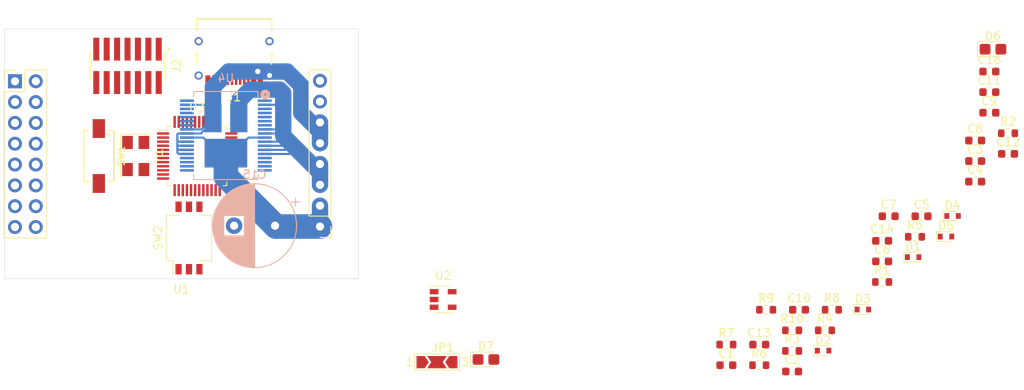
<source format=kicad_pcb>
(kicad_pcb (version 20171130) (host pcbnew "(5.1.10)-1")

  (general
    (thickness 1.6)
    (drawings 4)
    (tracks 67)
    (zones 0)
    (modules 43)
    (nets 48)
  )

  (page A4)
  (layers
    (0 F.Cu signal)
    (31 B.Cu signal)
    (32 B.Adhes user)
    (33 F.Adhes user)
    (34 B.Paste user)
    (35 F.Paste user)
    (36 B.SilkS user)
    (37 F.SilkS user)
    (38 B.Mask user)
    (39 F.Mask user)
    (40 Dwgs.User user)
    (41 Cmts.User user)
    (42 Eco1.User user)
    (43 Eco2.User user)
    (44 Edge.Cuts user)
    (45 Margin user)
    (46 B.CrtYd user)
    (47 F.CrtYd user)
    (48 B.Fab user)
    (49 F.Fab user)
  )

  (setup
    (last_trace_width 0.25)
    (user_trace_width 0.5)
    (user_trace_width 1)
    (user_trace_width 2)
    (user_trace_width 2.5)
    (user_trace_width 3)
    (trace_clearance 0.2)
    (zone_clearance 0.508)
    (zone_45_only no)
    (trace_min 0.2)
    (via_size 0.8)
    (via_drill 0.4)
    (via_min_size 0.4)
    (via_min_drill 0.3)
    (uvia_size 0.3)
    (uvia_drill 0.1)
    (uvias_allowed no)
    (uvia_min_size 0.2)
    (uvia_min_drill 0.1)
    (edge_width 0.05)
    (segment_width 0.2)
    (pcb_text_width 0.3)
    (pcb_text_size 1.5 1.5)
    (mod_edge_width 0.12)
    (mod_text_size 1 1)
    (mod_text_width 0.15)
    (pad_size 1.524 1.524)
    (pad_drill 0.762)
    (pad_to_mask_clearance 0)
    (aux_axis_origin 0 0)
    (visible_elements 7FFFFFFF)
    (pcbplotparams
      (layerselection 0x010fc_ffffffff)
      (usegerberextensions false)
      (usegerberattributes true)
      (usegerberadvancedattributes true)
      (creategerberjobfile true)
      (excludeedgelayer true)
      (linewidth 0.100000)
      (plotframeref false)
      (viasonmask false)
      (mode 1)
      (useauxorigin false)
      (hpglpennumber 1)
      (hpglpenspeed 20)
      (hpglpendiameter 15.000000)
      (psnegative false)
      (psa4output false)
      (plotreference true)
      (plotvalue true)
      (plotinvisibletext false)
      (padsonsilk false)
      (subtractmaskfromsilk false)
      (outputformat 1)
      (mirror false)
      (drillshape 1)
      (scaleselection 1)
      (outputdirectory ""))
  )

  (net 0 "")
  (net 1 GND)
  (net 2 /USB+)
  (net 3 /USB-)
  (net 4 "Net-(C3-Pad1)")
  (net 5 +3V3)
  (net 6 "Net-(C5-Pad2)")
  (net 7 "Net-(C6-Pad2)")
  (net 8 "Net-(C8-Pad1)")
  (net 9 "Net-(C11-Pad1)")
  (net 10 VCC)
  (net 11 /~RST)
  (net 12 /MS)
  (net 13 "Net-(D1-Pad2)")
  (net 14 +5V)
  (net 15 /~RST_MOTOR)
  (net 16 "Net-(D6-Pad1)")
  (net 17 /LED_STATUS)
  (net 18 /ERR_MOTOR)
  (net 19 "Net-(D7-Pad1)")
  (net 20 "Net-(J1-PadB5)")
  (net 21 "Net-(J1-PadA5)")
  (net 22 /SWDIO)
  (net 23 /SWCLK)
  (net 24 /VCP_TX)
  (net 25 /VCP_RX)
  (net 26 +3.3VP)
  (net 27 "Net-(R3-Pad2)")
  (net 28 "Net-(R4-Pad1)")
  (net 29 /A0)
  (net 30 /A1)
  (net 31 /A2)
  (net 32 /SDA)
  (net 33 /SCL)
  (net 34 /OUTB)
  (net 35 /OUTA)
  (net 36 /~AU)
  (net 37 /IN1)
  (net 38 /IN2)
  (net 39 /ENCODER_A)
  (net 40 /ENCODER_B)
  (net 41 /SEL1)
  (net 42 /INB)
  (net 43 /MS_EN)
  (net 44 /PWM)
  (net 45 /INA)
  (net 46 /SEL0)
  (net 47 "Net-(U4-Pad10)")

  (net_class Default "Ceci est la Netclass par défaut."
    (clearance 0.2)
    (trace_width 0.25)
    (via_dia 0.8)
    (via_drill 0.4)
    (uvia_dia 0.3)
    (uvia_drill 0.1)
    (add_net +3.3VP)
    (add_net +3V3)
    (add_net +5V)
    (add_net /A0)
    (add_net /A1)
    (add_net /A2)
    (add_net /ENCODER_A)
    (add_net /ENCODER_B)
    (add_net /ERR_MOTOR)
    (add_net /IN1)
    (add_net /IN2)
    (add_net /INA)
    (add_net /INB)
    (add_net /LED_STATUS)
    (add_net /MS)
    (add_net /MS_EN)
    (add_net /OUTA)
    (add_net /OUTB)
    (add_net /PWM)
    (add_net /SCL)
    (add_net /SDA)
    (add_net /SEL0)
    (add_net /SEL1)
    (add_net /SWCLK)
    (add_net /SWDIO)
    (add_net /USB+)
    (add_net /USB-)
    (add_net /VCP_RX)
    (add_net /VCP_TX)
    (add_net /~AU)
    (add_net /~RST)
    (add_net /~RST_MOTOR)
    (add_net GND)
    (add_net "Net-(C11-Pad1)")
    (add_net "Net-(C3-Pad1)")
    (add_net "Net-(C5-Pad2)")
    (add_net "Net-(C6-Pad2)")
    (add_net "Net-(C8-Pad1)")
    (add_net "Net-(D1-Pad2)")
    (add_net "Net-(D6-Pad1)")
    (add_net "Net-(D7-Pad1)")
    (add_net "Net-(J1-PadA5)")
    (add_net "Net-(J1-PadB5)")
    (add_net "Net-(R3-Pad2)")
    (add_net "Net-(R4-Pad1)")
    (add_net "Net-(U4-Pad10)")
    (add_net VCC)
  )

  (module Crystal:Crystal_SMD_5032-4Pin_5.0x3.2mm (layer F.Cu) (tedit 638D6027) (tstamp 638D9649)
    (at 36 35.5 270)
    (descr "SMD Crystal SERIES SMD2520/4 http://www.icbase.com/File/PDF/HKC/HKC00061008.pdf, 5.0x3.2mm^2 package")
    (tags "SMD SMT crystal")
    (path /638EE009)
    (attr smd)
    (fp_text reference Y1 (at 0 -2.8 270) (layer F.SilkS)
      (effects (font (size 1 1) (thickness 0.15)))
    )
    (fp_text value "18 MHz" (at 0 2.8 270) (layer F.Fab)
      (effects (font (size 1 1) (thickness 0.15)))
    )
    (fp_line (start -2.3 -1.6) (end 2.3 -1.6) (layer F.Fab) (width 0.1))
    (fp_line (start 2.3 -1.6) (end 2.5 -1.4) (layer F.Fab) (width 0.1))
    (fp_line (start 2.5 -1.4) (end 2.5 1.4) (layer F.Fab) (width 0.1))
    (fp_line (start 2.5 1.4) (end 2.3 1.6) (layer F.Fab) (width 0.1))
    (fp_line (start 2.3 1.6) (end -2.3 1.6) (layer F.Fab) (width 0.1))
    (fp_line (start -2.3 1.6) (end -2.5 1.4) (layer F.Fab) (width 0.1))
    (fp_line (start -2.5 1.4) (end -2.5 -1.4) (layer F.Fab) (width 0.1))
    (fp_line (start -2.5 -1.4) (end -2.3 -1.6) (layer F.Fab) (width 0.1))
    (fp_line (start -2.5 0.6) (end -1.5 1.6) (layer F.Fab) (width 0.1))
    (fp_line (start -2.65 -1.85) (end -2.65 1.85) (layer F.SilkS) (width 0.12))
    (fp_line (start -2.65 1.85) (end 2.65 1.85) (layer F.SilkS) (width 0.12))
    (fp_line (start -2.8 -1.9) (end -2.8 1.9) (layer F.CrtYd) (width 0.05))
    (fp_line (start -2.8 1.9) (end 2.8 1.9) (layer F.CrtYd) (width 0.05))
    (fp_line (start 2.8 1.9) (end 2.8 -1.9) (layer F.CrtYd) (width 0.05))
    (fp_line (start 2.8 -1.9) (end -2.8 -1.9) (layer F.CrtYd) (width 0.05))
    (fp_text user %R (at 0 0 270) (layer F.Fab)
      (effects (font (size 1 1) (thickness 0.15)))
    )
    (pad 1 smd rect (at -1.65 1 270) (size 1.6 1.3) (layers F.Cu F.Paste F.Mask)
      (net 6 "Net-(C5-Pad2)"))
    (pad 2 smd rect (at 1.65 1 270) (size 1.6 1.3) (layers F.Cu F.Paste F.Mask)
      (net 1 GND))
    (pad 3 smd rect (at 1.65 -1 270) (size 1.6 1.3) (layers F.Cu F.Paste F.Mask)
      (net 7 "Net-(C6-Pad2)"))
    (pad 4 smd rect (at -1.65 -1 270) (size 1.6 1.3) (layers F.Cu F.Paste F.Mask)
      (net 1 GND))
    (model ${KISYS3DMOD}/Crystal.3dshapes/Crystal_SMD_5032-4Pin_5.0x3.2mm.wrl
      (at (xyz 0 0 0))
      (scale (xyz 1 1 1))
      (rotate (xyz 0 0 0))
    )
    (model "${LIBELEC}/3D/Components/Download_STP_830030819 (rev1).stp"
      (at (xyz 0 0 0))
      (scale (xyz 1 1 1))
      (rotate (xyz 0 0 0))
    )
  )

  (module ConnectorsEvo:G2-port-extended (layer F.Cu) (tedit 638D5CF9) (tstamp 638DBE58)
    (at 41.59 35.24)
    (path /639618D6)
    (fp_text reference U1 (at 0 16.51) (layer F.SilkS)
      (effects (font (size 1 1) (thickness 0.15)))
    )
    (fp_text value G2-Port_extended (at 0 18) (layer F.Fab)
      (effects (font (size 1 1) (thickness 0.15)))
    )
    (fp_line (start -15.98 10.69) (end -22.12 10.69) (layer F.CrtYd) (width 0.05))
    (fp_line (start 21.59 15.24) (end 21.59 -15.24) (layer Dwgs.User) (width 0.12))
    (fp_line (start -21.59 15.24) (end 21.59 15.24) (layer Dwgs.User) (width 0.12))
    (fp_line (start -21.59 -15.24) (end 21.59 -15.24) (layer Dwgs.User) (width 0.12))
    (fp_line (start 18.691 10.66) (end 18.691 -10.69) (layer F.CrtYd) (width 0.05))
    (fp_line (start 18.221 -10.25) (end 15.561 -10.25) (layer F.SilkS) (width 0.12))
    (fp_line (start 15.561 7.59) (end 15.561 -10.25) (layer F.SilkS) (width 0.12))
    (fp_line (start 18.161 9.495) (end 17.526 10.13) (layer F.Fab) (width 0.1))
    (fp_line (start 18.691 -10.69) (end 15.091 -10.69) (layer F.CrtYd) (width 0.05))
    (fp_line (start 18.221 7.59) (end 18.221 -10.25) (layer F.SilkS) (width 0.12))
    (fp_line (start 15.621 10.13) (end 15.621 -10.19) (layer F.Fab) (width 0.1))
    (fp_line (start 15.091 10.66) (end 18.691 10.66) (layer F.CrtYd) (width 0.05))
    (fp_line (start 15.621 -10.19) (end 18.161 -10.19) (layer F.Fab) (width 0.1))
    (fp_line (start 18.221 10.19) (end 16.891 10.19) (layer F.SilkS) (width 0.12))
    (fp_line (start 18.161 -10.19) (end 18.161 9.495) (layer F.Fab) (width 0.1))
    (fp_line (start 17.526 10.13) (end 15.621 10.13) (layer F.Fab) (width 0.1))
    (fp_line (start 15.091 -10.69) (end 15.091 10.66) (layer F.CrtYd) (width 0.05))
    (fp_line (start 18.221 7.59) (end 15.561 7.59) (layer F.SilkS) (width 0.12))
    (fp_line (start 18.221 8.86) (end 18.221 10.19) (layer F.SilkS) (width 0.12))
    (fp_line (start -21.59 10.19) (end -21.59 -9.495) (layer F.Fab) (width 0.1))
    (fp_line (start -19.05 10.19) (end -21.59 10.19) (layer F.Fab) (width 0.1))
    (fp_line (start -20.955 -10.13) (end -19.05 -10.13) (layer F.Fab) (width 0.1))
    (fp_line (start -21.65 -7.59) (end -19.11 -7.59) (layer F.SilkS) (width 0.12))
    (fp_line (start -21.65 -10.19) (end -20.32 -10.19) (layer F.SilkS) (width 0.12))
    (fp_line (start -22.12 -10.66) (end -22.12 10.69) (layer F.CrtYd) (width 0.05))
    (fp_line (start -21.65 -8.86) (end -21.65 -10.19) (layer F.SilkS) (width 0.12))
    (fp_line (start -15.98 10.69) (end -15.98 -10.66) (layer F.CrtYd) (width 0.05))
    (fp_line (start -15.98 -10.66) (end -22.12 -10.66) (layer F.CrtYd) (width 0.05))
    (fp_line (start -21.59 -9.495) (end -20.955 -10.13) (layer F.Fab) (width 0.1))
    (fp_line (start -21.65 10.25) (end -18.99 10.25) (layer F.SilkS) (width 0.12))
    (fp_line (start -21.65 -7.59) (end -21.65 10.25) (layer F.SilkS) (width 0.12))
    (fp_line (start -21.59 15.24) (end -21.59 -15.24) (layer Dwgs.User) (width 0.12))
    (fp_line (start -16.51 10.19) (end -19.05 10.19) (layer F.Fab) (width 0.1))
    (fp_line (start -19.11 -10.25) (end -16.45 -10.25) (layer F.SilkS) (width 0.12))
    (fp_line (start -19.05 -10.13) (end -16.51 -10.13) (layer F.Fab) (width 0.1))
    (fp_line (start -16.45 -10.25) (end -16.45 10.25) (layer F.SilkS) (width 0.12))
    (fp_line (start -19.11 10.25) (end -16.45 10.25) (layer F.SilkS) (width 0.12))
    (fp_line (start -16.51 -10.13) (end -16.51 10.19) (layer F.Fab) (width 0.1))
    (fp_line (start -19.11 -7.59) (end -19.11 -10.25) (layer F.SilkS) (width 0.12))
    (fp_text user %R (at 16.891 -0.03 270) (layer F.Fab)
      (effects (font (size 1 1) (thickness 0.15)))
    )
    (pad 11 thru_hole oval (at -17.78 -3.78) (size 1.7 1.7) (drill 1) (layers *.Cu *.Mask)
      (net 26 +3.3VP))
    (pad 10 thru_hole oval (at -17.78 -6.32) (size 1.7 1.7) (drill 1) (layers *.Cu *.Mask)
      (net 13 "Net-(D1-Pad2)"))
    (pad 9 thru_hole circle (at -17.78 -8.86) (size 1.7 1.7) (drill 1) (layers *.Cu *.Mask))
    (pad 15 thru_hole oval (at -17.78 6.38) (size 1.7 1.7) (drill 1) (layers *.Cu *.Mask)
      (net 40 /ENCODER_B))
    (pad 14 thru_hole oval (at -17.78 3.84) (size 1.7 1.7) (drill 1) (layers *.Cu *.Mask)
      (net 39 /ENCODER_A))
    (pad 13 thru_hole oval (at -17.78 1.3) (size 1.7 1.7) (drill 1) (layers *.Cu *.Mask)
      (net 38 /IN2))
    (pad 12 thru_hole oval (at -17.78 -1.24) (size 1.7 1.7) (drill 1) (layers *.Cu *.Mask)
      (net 37 /IN1))
    (pad 16 thru_hole oval (at -17.78 8.92) (size 1.7 1.7) (drill 1) (layers *.Cu *.Mask)
      (net 36 /~AU))
    (pad B thru_hole oval (at 16.891 -3.84 180) (size 1.7 1.7) (drill 1) (layers *.Cu *.Mask)
      (net 34 /OUTB))
    (pad B thru_hole oval (at 16.891 -1.3 180) (size 1.7 1.7) (drill 1) (layers *.Cu *.Mask)
      (net 34 /OUTB))
    (pad D thru_hole rect (at 16.891 8.86 180) (size 1.7 1.7) (drill 1) (layers *.Cu *.Mask)
      (net 10 VCC))
    (pad C thru_hole oval (at 16.891 3.78 180) (size 1.7 1.7) (drill 1) (layers *.Cu *.Mask)
      (net 35 /OUTA))
    (pad D thru_hole oval (at 16.891 6.32 180) (size 1.7 1.7) (drill 1) (layers *.Cu *.Mask)
      (net 10 VCC))
    (pad A thru_hole oval (at 16.891 -8.92 180) (size 1.7 1.7) (drill 1) (layers *.Cu *.Mask)
      (net 1 GND))
    (pad A thru_hole oval (at 16.891 -6.38 180) (size 1.7 1.7) (drill 1) (layers *.Cu *.Mask)
      (net 1 GND))
    (pad C thru_hole oval (at 16.891 1.24 180) (size 1.7 1.7) (drill 1) (layers *.Cu *.Mask)
      (net 35 /OUTA))
    (pad 4 thru_hole oval (at -20.32 -1.24) (size 1.7 1.7) (drill 1) (layers *.Cu *.Mask))
    (pad 8 thru_hole oval (at -20.32 8.92) (size 1.7 1.7) (drill 1) (layers *.Cu *.Mask)
      (net 33 /SCL))
    (pad 5 thru_hole oval (at -20.32 1.3) (size 1.7 1.7) (drill 1) (layers *.Cu *.Mask)
      (net 32 /SDA))
    (pad 6 thru_hole oval (at -20.32 3.84) (size 1.7 1.7) (drill 1) (layers *.Cu *.Mask))
    (pad 1 thru_hole rect (at -20.32 -8.86) (size 1.7 1.7) (drill 1) (layers *.Cu *.Mask))
    (pad 7 thru_hole oval (at -20.32 6.38) (size 1.7 1.7) (drill 1) (layers *.Cu *.Mask)
      (net 1 GND))
    (pad 2 thru_hole oval (at -20.32 -6.32) (size 1.7 1.7) (drill 1) (layers *.Cu *.Mask)
      (net 18 /ERR_MOTOR))
    (pad 3 thru_hole oval (at -20.32 -3.78) (size 1.7 1.7) (drill 1) (layers *.Cu *.Mask)
      (net 15 /~RST_MOTOR))
    (model ${KISYS3DMOD}/Connector_PinHeader_2.54mm.3dshapes/PinHeader_1x08_P2.54mm_Vertical.wrl
      (offset (xyz -20.32 8.890000000000001 -1.6))
      (scale (xyz 1 1 1))
      (rotate (xyz 0 180 0))
    )
    (model ${KISYS3DMOD}/Connector_PinHeader_2.54mm.3dshapes/PinHeader_1x08_P2.54mm_Vertical.wrl
      (offset (xyz 16.891 8.890000000000001 -1.6))
      (scale (xyz 1 1 1))
      (rotate (xyz 0 180 0))
    )
    (model ${KISYS3DMOD}/Connector_PinHeader_2.54mm.3dshapes/PinHeader_1x08_P2.54mm_Vertical.wrl
      (offset (xyz -17.78 8.890000000000001 -1.6))
      (scale (xyz 1 1 1))
      (rotate (xyz 0 180 0))
    )
  )

  (module ComponentsEvo:VNH7040AYTR (layer B.Cu) (tedit 638D5AD7) (tstamp 638DC674)
    (at 47 33 180)
    (path /6391A415)
    (fp_text reference U4 (at 0 7 180) (layer B.SilkS)
      (effects (font (size 1 1) (thickness 0.15)) (justify mirror))
    )
    (fp_text value VNH7040AYTR (at 0 -7 180) (layer B.CrtYd)
      (effects (font (size 1 1) (thickness 0.15)) (justify mirror))
    )
    (fp_line (start -3.9243 -5.3721) (end 3.9243 -5.3721) (layer B.SilkS) (width 0.12))
    (fp_line (start 3.9243 -5.3721) (end 3.9243 -4.740539) (layer B.SilkS) (width 0.12))
    (fp_line (start 3.9243 5.3721) (end -3.9243 5.3721) (layer B.SilkS) (width 0.12))
    (fp_line (start -3.9243 5.3721) (end -3.9243 4.740539) (layer B.SilkS) (width 0.12))
    (fp_line (start -3.7973 -5.2451) (end 3.7973 -5.2451) (layer B.Fab) (width 0.1))
    (fp_line (start 3.7973 -5.2451) (end 3.7973 5.2451) (layer B.Fab) (width 0.1))
    (fp_line (start 3.7973 5.2451) (end -3.7973 5.2451) (layer B.Fab) (width 0.1))
    (fp_line (start -3.7973 5.2451) (end -3.7973 -5.2451) (layer B.Fab) (width 0.1))
    (fp_line (start -3.9243 -4.740539) (end -3.9243 -5.3721) (layer B.SilkS) (width 0.12))
    (fp_line (start 3.9243 4.740539) (end 3.9243 5.3721) (layer B.SilkS) (width 0.12))
    (fp_line (start -5.849099 -5.4991) (end -5.849099 5.4991) (layer B.CrtYd) (width 0.05))
    (fp_line (start -5.849099 5.4991) (end 5.849099 5.4991) (layer B.CrtYd) (width 0.05))
    (fp_line (start 5.849099 5.4991) (end 5.849099 -5.4991) (layer B.CrtYd) (width 0.05))
    (fp_line (start 5.849099 -5.4991) (end -5.849099 -5.4991) (layer B.CrtYd) (width 0.05))
    (fp_circle (center -4.8 5) (end -4.7 5) (layer B.SilkS) (width 0.5))
    (fp_circle (center -4.8 5) (end -4.7 5) (layer B.CrtYd) (width 0.5))
    (pad 10 smd rect (at -4.7498 4.249999 180) (size 1.690599 0.3156) (layers B.Cu B.Paste B.Mask)
      (net 47 "Net-(U4-Pad10)"))
    (pad 11 smd rect (at -4.7498 3.75 180) (size 1.690599 0.3156) (layers B.Cu B.Paste B.Mask)
      (net 35 /OUTA))
    (pad 2 smd rect (at -4.7498 3.250001 180) (size 1.690599 0.3156) (layers B.Cu B.Paste B.Mask)
      (net 1 GND))
    (pad 2 smd rect (at -4.7498 2.75 180) (size 1.690599 0.3156) (layers B.Cu B.Paste B.Mask)
      (net 1 GND))
    (pad 2 smd rect (at -4.7498 2.250001 180) (size 1.690599 0.3156) (layers B.Cu B.Paste B.Mask)
      (net 1 GND))
    (pad 2 smd rect (at -4.7498 1.749999 180) (size 1.690599 0.3156) (layers B.Cu B.Paste B.Mask)
      (net 1 GND))
    (pad 2 smd rect (at -4.7498 1.25 180) (size 1.690599 0.3156) (layers B.Cu B.Paste B.Mask)
      (net 1 GND))
    (pad 11 smd rect (at -4.7498 0.750001 180) (size 1.690599 0.3156) (layers B.Cu B.Paste B.Mask)
      (net 35 /OUTA))
    (pad 11 smd rect (at -4.7498 0.25 180) (size 1.690599 0.3156) (layers B.Cu B.Paste B.Mask)
      (net 35 /OUTA))
    (pad 1 smd rect (at -4.7498 -0.25 180) (size 1.690599 0.3156) (layers B.Cu B.Paste B.Mask)
      (net 10 VCC))
    (pad 11 smd rect (at -4.7498 -0.749998 180) (size 1.690599 0.3156) (layers B.Cu B.Paste B.Mask)
      (net 35 /OUTA))
    (pad 11 smd rect (at -4.7498 -1.25 180) (size 1.690599 0.3156) (layers B.Cu B.Paste B.Mask)
      (net 35 /OUTA))
    (pad 11 smd rect (at -4.7498 -1.749999 180) (size 1.690599 0.3156) (layers B.Cu B.Paste B.Mask)
      (net 35 /OUTA))
    (pad 11 smd rect (at -4.7498 -2.250001 180) (size 1.690599 0.3156) (layers B.Cu B.Paste B.Mask)
      (net 35 /OUTA))
    (pad 6 smd rect (at -4.7498 -2.75 180) (size 1.690599 0.3156) (layers B.Cu B.Paste B.Mask)
      (net 46 /SEL0))
    (pad 3 smd rect (at -4.7498 -3.249999 180) (size 1.690599 0.3156) (layers B.Cu B.Paste B.Mask)
      (net 45 /INA))
    (pad 5 smd rect (at -4.7498 -3.75 180) (size 1.690599 0.3156) (layers B.Cu B.Paste B.Mask)
      (net 44 /PWM))
    (pad 10 smd rect (at -4.7498 -4.249999 180) (size 1.690599 0.3156) (layers B.Cu B.Paste B.Mask)
      (net 47 "Net-(U4-Pad10)"))
    (pad 9 smd rect (at 4.7498 -4.249999 180) (size 1.690599 0.3156) (layers B.Cu B.Paste B.Mask)
      (net 28 "Net-(R4-Pad1)"))
    (pad 8 smd rect (at 4.7498 -3.75 180) (size 1.690599 0.3156) (layers B.Cu B.Paste B.Mask)
      (net 43 /MS_EN))
    (pad 4 smd rect (at 4.7498 -3.250001 180) (size 1.690599 0.3156) (layers B.Cu B.Paste B.Mask)
      (net 42 /INB))
    (pad 7 smd rect (at 4.7498 -2.75 180) (size 1.690599 0.3156) (layers B.Cu B.Paste B.Mask)
      (net 41 /SEL1))
    (pad 12 smd rect (at 4.7498 -2.250001 180) (size 1.690599 0.3156) (layers B.Cu B.Paste B.Mask)
      (net 34 /OUTB))
    (pad 12 smd rect (at 4.7498 -1.749999 180) (size 1.690599 0.3156) (layers B.Cu B.Paste B.Mask)
      (net 34 /OUTB))
    (pad 12 smd rect (at 4.7498 -1.25 180) (size 1.690599 0.3156) (layers B.Cu B.Paste B.Mask)
      (net 34 /OUTB))
    (pad 12 smd rect (at 4.7498 -0.750001 180) (size 1.690599 0.3156) (layers B.Cu B.Paste B.Mask)
      (net 34 /OUTB))
    (pad 1 smd rect (at 4.7498 -0.25 180) (size 1.690599 0.3156) (layers B.Cu B.Paste B.Mask)
      (net 10 VCC))
    (pad 12 smd rect (at 4.7498 0.25 180) (size 1.690599 0.3156) (layers B.Cu B.Paste B.Mask)
      (net 34 /OUTB))
    (pad 12 smd rect (at 4.7498 0.749998 180) (size 1.690599 0.3156) (layers B.Cu B.Paste B.Mask)
      (net 34 /OUTB))
    (pad 2 smd rect (at 4.7498 1.25 180) (size 1.690599 0.3156) (layers B.Cu B.Paste B.Mask)
      (net 1 GND))
    (pad 2 smd rect (at 4.7498 1.749999 180) (size 1.690599 0.3156) (layers B.Cu B.Paste B.Mask)
      (net 1 GND))
    (pad 2 smd rect (at 4.7498 2.250001 180) (size 1.690599 0.3156) (layers B.Cu B.Paste B.Mask)
      (net 1 GND))
    (pad 2 smd rect (at 4.7498 2.75 180) (size 1.690599 0.3156) (layers B.Cu B.Paste B.Mask)
      (net 1 GND))
    (pad 2 smd rect (at 4.7498 3.249999 180) (size 1.690599 0.3156) (layers B.Cu B.Paste B.Mask)
      (net 1 GND))
    (pad 12 smd rect (at 4.7498 3.75 180) (size 1.690599 0.3156) (layers B.Cu B.Paste B.Mask)
      (net 34 /OUTB))
    (pad 10 smd rect (at 4.7498 4.249999 180) (size 1.690599 0.3156) (layers B.Cu B.Paste B.Mask)
      (net 47 "Net-(U4-Pad10)"))
    (pad 1 smd rect (at 0 -2.15011 180) (size 5.207 3.5052) (layers B.Cu B.Paste B.Mask)
      (net 10 VCC))
    (pad 11 smd rect (at -1.575054 2.15011 180) (size 2.1082 3.5052) (layers B.Cu B.Paste B.Mask)
      (net 35 /OUTA))
    (pad 12 smd rect (at 1.575054 2.15011 180) (size 2.1082 3.5052) (layers B.Cu B.Paste B.Mask)
      (net 34 /OUTB))
    (model ${LIBELEC}/3D/Components/POWERSSO-36TP_STM.step
      (at (xyz 0 0 0))
      (scale (xyz 1 1 1))
      (rotate (xyz 0 0 0))
    )
  )

  (module Capacitor_SMD:C_0603_1608Metric (layer F.Cu) (tedit 5F68FEEE) (tstamp 638D7DCE)
    (at 108.055001 61.015001)
    (descr "Capacitor SMD 0603 (1608 Metric), square (rectangular) end terminal, IPC_7351 nominal, (Body size source: IPC-SM-782 page 76, https://www.pcb-3d.com/wordpress/wp-content/uploads/ipc-sm-782a_amendment_1_and_2.pdf), generated with kicad-footprint-generator")
    (tags capacitor)
    (path /63830DC7)
    (attr smd)
    (fp_text reference C1 (at 0 -1.43) (layer F.SilkS)
      (effects (font (size 1 1) (thickness 0.15)))
    )
    (fp_text value 47pF (at 0 1.43) (layer F.Fab)
      (effects (font (size 1 1) (thickness 0.15)))
    )
    (fp_line (start -0.8 0.4) (end -0.8 -0.4) (layer F.Fab) (width 0.1))
    (fp_line (start -0.8 -0.4) (end 0.8 -0.4) (layer F.Fab) (width 0.1))
    (fp_line (start 0.8 -0.4) (end 0.8 0.4) (layer F.Fab) (width 0.1))
    (fp_line (start 0.8 0.4) (end -0.8 0.4) (layer F.Fab) (width 0.1))
    (fp_line (start -0.14058 -0.51) (end 0.14058 -0.51) (layer F.SilkS) (width 0.12))
    (fp_line (start -0.14058 0.51) (end 0.14058 0.51) (layer F.SilkS) (width 0.12))
    (fp_line (start -1.48 0.73) (end -1.48 -0.73) (layer F.CrtYd) (width 0.05))
    (fp_line (start -1.48 -0.73) (end 1.48 -0.73) (layer F.CrtYd) (width 0.05))
    (fp_line (start 1.48 -0.73) (end 1.48 0.73) (layer F.CrtYd) (width 0.05))
    (fp_line (start 1.48 0.73) (end -1.48 0.73) (layer F.CrtYd) (width 0.05))
    (fp_text user %R (at 0 0) (layer F.Fab)
      (effects (font (size 0.4 0.4) (thickness 0.06)))
    )
    (pad 1 smd roundrect (at -0.775 0) (size 0.9 0.95) (layers F.Cu F.Paste F.Mask) (roundrect_rratio 0.25)
      (net 1 GND))
    (pad 2 smd roundrect (at 0.775 0) (size 0.9 0.95) (layers F.Cu F.Paste F.Mask) (roundrect_rratio 0.25)
      (net 2 /USB+))
    (model ${KISYS3DMOD}/Capacitor_SMD.3dshapes/C_0603_1608Metric.wrl
      (at (xyz 0 0 0))
      (scale (xyz 1 1 1))
      (rotate (xyz 0 0 0))
    )
  )

  (module Capacitor_SMD:C_0603_1608Metric (layer F.Cu) (tedit 5F68FEEE) (tstamp 638D7DDF)
    (at 116.075001 61.785001)
    (descr "Capacitor SMD 0603 (1608 Metric), square (rectangular) end terminal, IPC_7351 nominal, (Body size source: IPC-SM-782 page 76, https://www.pcb-3d.com/wordpress/wp-content/uploads/ipc-sm-782a_amendment_1_and_2.pdf), generated with kicad-footprint-generator")
    (tags capacitor)
    (path /63831A5F)
    (attr smd)
    (fp_text reference C2 (at 0 -1.43) (layer F.SilkS)
      (effects (font (size 1 1) (thickness 0.15)))
    )
    (fp_text value 47pF (at 0 1.43) (layer F.Fab)
      (effects (font (size 1 1) (thickness 0.15)))
    )
    (fp_line (start -0.8 0.4) (end -0.8 -0.4) (layer F.Fab) (width 0.1))
    (fp_line (start -0.8 -0.4) (end 0.8 -0.4) (layer F.Fab) (width 0.1))
    (fp_line (start 0.8 -0.4) (end 0.8 0.4) (layer F.Fab) (width 0.1))
    (fp_line (start 0.8 0.4) (end -0.8 0.4) (layer F.Fab) (width 0.1))
    (fp_line (start -0.14058 -0.51) (end 0.14058 -0.51) (layer F.SilkS) (width 0.12))
    (fp_line (start -0.14058 0.51) (end 0.14058 0.51) (layer F.SilkS) (width 0.12))
    (fp_line (start -1.48 0.73) (end -1.48 -0.73) (layer F.CrtYd) (width 0.05))
    (fp_line (start -1.48 -0.73) (end 1.48 -0.73) (layer F.CrtYd) (width 0.05))
    (fp_line (start 1.48 -0.73) (end 1.48 0.73) (layer F.CrtYd) (width 0.05))
    (fp_line (start 1.48 0.73) (end -1.48 0.73) (layer F.CrtYd) (width 0.05))
    (fp_text user %R (at 0 0) (layer F.Fab)
      (effects (font (size 0.4 0.4) (thickness 0.06)))
    )
    (pad 1 smd roundrect (at -0.775 0) (size 0.9 0.95) (layers F.Cu F.Paste F.Mask) (roundrect_rratio 0.25)
      (net 3 /USB-))
    (pad 2 smd roundrect (at 0.775 0) (size 0.9 0.95) (layers F.Cu F.Paste F.Mask) (roundrect_rratio 0.25)
      (net 1 GND))
    (model ${KISYS3DMOD}/Capacitor_SMD.3dshapes/C_0603_1608Metric.wrl
      (at (xyz 0 0 0))
      (scale (xyz 1 1 1))
      (rotate (xyz 0 0 0))
    )
  )

  (module Capacitor_SMD:C_0603_1608Metric (layer F.Cu) (tedit 5F68FEEE) (tstamp 638D7DF0)
    (at 138.405001 36.115001)
    (descr "Capacitor SMD 0603 (1608 Metric), square (rectangular) end terminal, IPC_7351 nominal, (Body size source: IPC-SM-782 page 76, https://www.pcb-3d.com/wordpress/wp-content/uploads/ipc-sm-782a_amendment_1_and_2.pdf), generated with kicad-footprint-generator")
    (tags capacitor)
    (path /6382E2D9)
    (attr smd)
    (fp_text reference C3 (at 0 -1.43) (layer F.SilkS)
      (effects (font (size 1 1) (thickness 0.15)))
    )
    (fp_text value 10uF (at 0 1.43) (layer F.Fab)
      (effects (font (size 1 1) (thickness 0.15)))
    )
    (fp_line (start 1.48 0.73) (end -1.48 0.73) (layer F.CrtYd) (width 0.05))
    (fp_line (start 1.48 -0.73) (end 1.48 0.73) (layer F.CrtYd) (width 0.05))
    (fp_line (start -1.48 -0.73) (end 1.48 -0.73) (layer F.CrtYd) (width 0.05))
    (fp_line (start -1.48 0.73) (end -1.48 -0.73) (layer F.CrtYd) (width 0.05))
    (fp_line (start -0.14058 0.51) (end 0.14058 0.51) (layer F.SilkS) (width 0.12))
    (fp_line (start -0.14058 -0.51) (end 0.14058 -0.51) (layer F.SilkS) (width 0.12))
    (fp_line (start 0.8 0.4) (end -0.8 0.4) (layer F.Fab) (width 0.1))
    (fp_line (start 0.8 -0.4) (end 0.8 0.4) (layer F.Fab) (width 0.1))
    (fp_line (start -0.8 -0.4) (end 0.8 -0.4) (layer F.Fab) (width 0.1))
    (fp_line (start -0.8 0.4) (end -0.8 -0.4) (layer F.Fab) (width 0.1))
    (fp_text user %R (at 0 0) (layer F.Fab)
      (effects (font (size 0.4 0.4) (thickness 0.06)))
    )
    (pad 2 smd roundrect (at 0.775 0) (size 0.9 0.95) (layers F.Cu F.Paste F.Mask) (roundrect_rratio 0.25)
      (net 1 GND))
    (pad 1 smd roundrect (at -0.775 0) (size 0.9 0.95) (layers F.Cu F.Paste F.Mask) (roundrect_rratio 0.25)
      (net 4 "Net-(C3-Pad1)"))
    (model ${KISYS3DMOD}/Capacitor_SMD.3dshapes/C_0603_1608Metric.wrl
      (at (xyz 0 0 0))
      (scale (xyz 1 1 1))
      (rotate (xyz 0 0 0))
    )
  )

  (module Capacitor_SMD:C_0603_1608Metric (layer F.Cu) (tedit 5F68FEEE) (tstamp 638D7E01)
    (at 138.405001 38.625001)
    (descr "Capacitor SMD 0603 (1608 Metric), square (rectangular) end terminal, IPC_7351 nominal, (Body size source: IPC-SM-782 page 76, https://www.pcb-3d.com/wordpress/wp-content/uploads/ipc-sm-782a_amendment_1_and_2.pdf), generated with kicad-footprint-generator")
    (tags capacitor)
    (path /63E1C4D9)
    (attr smd)
    (fp_text reference C4 (at 0 -1.43) (layer F.SilkS)
      (effects (font (size 1 1) (thickness 0.15)))
    )
    (fp_text value 10uF (at 0 1.43) (layer F.Fab)
      (effects (font (size 1 1) (thickness 0.15)))
    )
    (fp_line (start 1.48 0.73) (end -1.48 0.73) (layer F.CrtYd) (width 0.05))
    (fp_line (start 1.48 -0.73) (end 1.48 0.73) (layer F.CrtYd) (width 0.05))
    (fp_line (start -1.48 -0.73) (end 1.48 -0.73) (layer F.CrtYd) (width 0.05))
    (fp_line (start -1.48 0.73) (end -1.48 -0.73) (layer F.CrtYd) (width 0.05))
    (fp_line (start -0.14058 0.51) (end 0.14058 0.51) (layer F.SilkS) (width 0.12))
    (fp_line (start -0.14058 -0.51) (end 0.14058 -0.51) (layer F.SilkS) (width 0.12))
    (fp_line (start 0.8 0.4) (end -0.8 0.4) (layer F.Fab) (width 0.1))
    (fp_line (start 0.8 -0.4) (end 0.8 0.4) (layer F.Fab) (width 0.1))
    (fp_line (start -0.8 -0.4) (end 0.8 -0.4) (layer F.Fab) (width 0.1))
    (fp_line (start -0.8 0.4) (end -0.8 -0.4) (layer F.Fab) (width 0.1))
    (fp_text user %R (at 0 0) (layer F.Fab)
      (effects (font (size 0.4 0.4) (thickness 0.06)))
    )
    (pad 2 smd roundrect (at 0.775 0) (size 0.9 0.95) (layers F.Cu F.Paste F.Mask) (roundrect_rratio 0.25)
      (net 1 GND))
    (pad 1 smd roundrect (at -0.775 0) (size 0.9 0.95) (layers F.Cu F.Paste F.Mask) (roundrect_rratio 0.25)
      (net 5 +3V3))
    (model ${KISYS3DMOD}/Capacitor_SMD.3dshapes/C_0603_1608Metric.wrl
      (at (xyz 0 0 0))
      (scale (xyz 1 1 1))
      (rotate (xyz 0 0 0))
    )
  )

  (module Capacitor_SMD:C_0603_1608Metric (layer F.Cu) (tedit 5F68FEEE) (tstamp 638D7E12)
    (at 131.865001 42.845001)
    (descr "Capacitor SMD 0603 (1608 Metric), square (rectangular) end terminal, IPC_7351 nominal, (Body size source: IPC-SM-782 page 76, https://www.pcb-3d.com/wordpress/wp-content/uploads/ipc-sm-782a_amendment_1_and_2.pdf), generated with kicad-footprint-generator")
    (tags capacitor)
    (path /639F0C6A)
    (attr smd)
    (fp_text reference C5 (at 0 -1.43) (layer F.SilkS)
      (effects (font (size 1 1) (thickness 0.15)))
    )
    (fp_text value 18pF (at 0 1.43) (layer F.Fab)
      (effects (font (size 1 1) (thickness 0.15)))
    )
    (fp_line (start 1.48 0.73) (end -1.48 0.73) (layer F.CrtYd) (width 0.05))
    (fp_line (start 1.48 -0.73) (end 1.48 0.73) (layer F.CrtYd) (width 0.05))
    (fp_line (start -1.48 -0.73) (end 1.48 -0.73) (layer F.CrtYd) (width 0.05))
    (fp_line (start -1.48 0.73) (end -1.48 -0.73) (layer F.CrtYd) (width 0.05))
    (fp_line (start -0.14058 0.51) (end 0.14058 0.51) (layer F.SilkS) (width 0.12))
    (fp_line (start -0.14058 -0.51) (end 0.14058 -0.51) (layer F.SilkS) (width 0.12))
    (fp_line (start 0.8 0.4) (end -0.8 0.4) (layer F.Fab) (width 0.1))
    (fp_line (start 0.8 -0.4) (end 0.8 0.4) (layer F.Fab) (width 0.1))
    (fp_line (start -0.8 -0.4) (end 0.8 -0.4) (layer F.Fab) (width 0.1))
    (fp_line (start -0.8 0.4) (end -0.8 -0.4) (layer F.Fab) (width 0.1))
    (fp_text user %R (at 0 0) (layer F.Fab)
      (effects (font (size 0.4 0.4) (thickness 0.06)))
    )
    (pad 2 smd roundrect (at 0.775 0) (size 0.9 0.95) (layers F.Cu F.Paste F.Mask) (roundrect_rratio 0.25)
      (net 6 "Net-(C5-Pad2)"))
    (pad 1 smd roundrect (at -0.775 0) (size 0.9 0.95) (layers F.Cu F.Paste F.Mask) (roundrect_rratio 0.25)
      (net 1 GND))
    (model ${KISYS3DMOD}/Capacitor_SMD.3dshapes/C_0603_1608Metric.wrl
      (at (xyz 0 0 0))
      (scale (xyz 1 1 1))
      (rotate (xyz 0 0 0))
    )
  )

  (module Capacitor_SMD:C_0603_1608Metric (layer F.Cu) (tedit 5F68FEEE) (tstamp 638D7E23)
    (at 127.055001 48.355001)
    (descr "Capacitor SMD 0603 (1608 Metric), square (rectangular) end terminal, IPC_7351 nominal, (Body size source: IPC-SM-782 page 76, https://www.pcb-3d.com/wordpress/wp-content/uploads/ipc-sm-782a_amendment_1_and_2.pdf), generated with kicad-footprint-generator")
    (tags capacitor)
    (path /63A2896B)
    (attr smd)
    (fp_text reference C6 (at 0 -1.43) (layer F.SilkS)
      (effects (font (size 1 1) (thickness 0.15)))
    )
    (fp_text value 18pF (at 0 1.43) (layer F.Fab)
      (effects (font (size 1 1) (thickness 0.15)))
    )
    (fp_line (start -0.8 0.4) (end -0.8 -0.4) (layer F.Fab) (width 0.1))
    (fp_line (start -0.8 -0.4) (end 0.8 -0.4) (layer F.Fab) (width 0.1))
    (fp_line (start 0.8 -0.4) (end 0.8 0.4) (layer F.Fab) (width 0.1))
    (fp_line (start 0.8 0.4) (end -0.8 0.4) (layer F.Fab) (width 0.1))
    (fp_line (start -0.14058 -0.51) (end 0.14058 -0.51) (layer F.SilkS) (width 0.12))
    (fp_line (start -0.14058 0.51) (end 0.14058 0.51) (layer F.SilkS) (width 0.12))
    (fp_line (start -1.48 0.73) (end -1.48 -0.73) (layer F.CrtYd) (width 0.05))
    (fp_line (start -1.48 -0.73) (end 1.48 -0.73) (layer F.CrtYd) (width 0.05))
    (fp_line (start 1.48 -0.73) (end 1.48 0.73) (layer F.CrtYd) (width 0.05))
    (fp_line (start 1.48 0.73) (end -1.48 0.73) (layer F.CrtYd) (width 0.05))
    (fp_text user %R (at 0 0) (layer F.Fab)
      (effects (font (size 0.4 0.4) (thickness 0.06)))
    )
    (pad 1 smd roundrect (at -0.775 0) (size 0.9 0.95) (layers F.Cu F.Paste F.Mask) (roundrect_rratio 0.25)
      (net 1 GND))
    (pad 2 smd roundrect (at 0.775 0) (size 0.9 0.95) (layers F.Cu F.Paste F.Mask) (roundrect_rratio 0.25)
      (net 7 "Net-(C6-Pad2)"))
    (model ${KISYS3DMOD}/Capacitor_SMD.3dshapes/C_0603_1608Metric.wrl
      (at (xyz 0 0 0))
      (scale (xyz 1 1 1))
      (rotate (xyz 0 0 0))
    )
  )

  (module Capacitor_SMD:C_0603_1608Metric (layer F.Cu) (tedit 5F68FEEE) (tstamp 638D7E34)
    (at 127.855001 42.845001)
    (descr "Capacitor SMD 0603 (1608 Metric), square (rectangular) end terminal, IPC_7351 nominal, (Body size source: IPC-SM-782 page 76, https://www.pcb-3d.com/wordpress/wp-content/uploads/ipc-sm-782a_amendment_1_and_2.pdf), generated with kicad-footprint-generator")
    (tags capacitor)
    (path /63E1D4CB)
    (attr smd)
    (fp_text reference C7 (at 0 -1.43) (layer F.SilkS)
      (effects (font (size 1 1) (thickness 0.15)))
    )
    (fp_text value 100nF (at 0 1.43) (layer F.Fab)
      (effects (font (size 1 1) (thickness 0.15)))
    )
    (fp_line (start 1.48 0.73) (end -1.48 0.73) (layer F.CrtYd) (width 0.05))
    (fp_line (start 1.48 -0.73) (end 1.48 0.73) (layer F.CrtYd) (width 0.05))
    (fp_line (start -1.48 -0.73) (end 1.48 -0.73) (layer F.CrtYd) (width 0.05))
    (fp_line (start -1.48 0.73) (end -1.48 -0.73) (layer F.CrtYd) (width 0.05))
    (fp_line (start -0.14058 0.51) (end 0.14058 0.51) (layer F.SilkS) (width 0.12))
    (fp_line (start -0.14058 -0.51) (end 0.14058 -0.51) (layer F.SilkS) (width 0.12))
    (fp_line (start 0.8 0.4) (end -0.8 0.4) (layer F.Fab) (width 0.1))
    (fp_line (start 0.8 -0.4) (end 0.8 0.4) (layer F.Fab) (width 0.1))
    (fp_line (start -0.8 -0.4) (end 0.8 -0.4) (layer F.Fab) (width 0.1))
    (fp_line (start -0.8 0.4) (end -0.8 -0.4) (layer F.Fab) (width 0.1))
    (fp_text user %R (at 0 0) (layer F.Fab)
      (effects (font (size 0.4 0.4) (thickness 0.06)))
    )
    (pad 2 smd roundrect (at 0.775 0) (size 0.9 0.95) (layers F.Cu F.Paste F.Mask) (roundrect_rratio 0.25)
      (net 1 GND))
    (pad 1 smd roundrect (at -0.775 0) (size 0.9 0.95) (layers F.Cu F.Paste F.Mask) (roundrect_rratio 0.25)
      (net 5 +3V3))
    (model ${KISYS3DMOD}/Capacitor_SMD.3dshapes/C_0603_1608Metric.wrl
      (at (xyz 0 0 0))
      (scale (xyz 1 1 1))
      (rotate (xyz 0 0 0))
    )
  )

  (module Capacitor_SMD:C_0603_1608Metric (layer F.Cu) (tedit 5F68FEEE) (tstamp 638D7E45)
    (at 138.405001 33.605001)
    (descr "Capacitor SMD 0603 (1608 Metric), square (rectangular) end terminal, IPC_7351 nominal, (Body size source: IPC-SM-782 page 76, https://www.pcb-3d.com/wordpress/wp-content/uploads/ipc-sm-782a_amendment_1_and_2.pdf), generated with kicad-footprint-generator")
    (tags capacitor)
    (path /63812C30)
    (attr smd)
    (fp_text reference C8 (at 0 -1.43) (layer F.SilkS)
      (effects (font (size 1 1) (thickness 0.15)))
    )
    (fp_text value 1uF (at 0 1.43) (layer F.Fab)
      (effects (font (size 1 1) (thickness 0.15)))
    )
    (fp_line (start 1.48 0.73) (end -1.48 0.73) (layer F.CrtYd) (width 0.05))
    (fp_line (start 1.48 -0.73) (end 1.48 0.73) (layer F.CrtYd) (width 0.05))
    (fp_line (start -1.48 -0.73) (end 1.48 -0.73) (layer F.CrtYd) (width 0.05))
    (fp_line (start -1.48 0.73) (end -1.48 -0.73) (layer F.CrtYd) (width 0.05))
    (fp_line (start -0.14058 0.51) (end 0.14058 0.51) (layer F.SilkS) (width 0.12))
    (fp_line (start -0.14058 -0.51) (end 0.14058 -0.51) (layer F.SilkS) (width 0.12))
    (fp_line (start 0.8 0.4) (end -0.8 0.4) (layer F.Fab) (width 0.1))
    (fp_line (start 0.8 -0.4) (end 0.8 0.4) (layer F.Fab) (width 0.1))
    (fp_line (start -0.8 -0.4) (end 0.8 -0.4) (layer F.Fab) (width 0.1))
    (fp_line (start -0.8 0.4) (end -0.8 -0.4) (layer F.Fab) (width 0.1))
    (fp_text user %R (at 0 0) (layer F.Fab)
      (effects (font (size 0.4 0.4) (thickness 0.06)))
    )
    (pad 2 smd roundrect (at 0.775 0) (size 0.9 0.95) (layers F.Cu F.Paste F.Mask) (roundrect_rratio 0.25)
      (net 1 GND))
    (pad 1 smd roundrect (at -0.775 0) (size 0.9 0.95) (layers F.Cu F.Paste F.Mask) (roundrect_rratio 0.25)
      (net 8 "Net-(C8-Pad1)"))
    (model ${KISYS3DMOD}/Capacitor_SMD.3dshapes/C_0603_1608Metric.wrl
      (at (xyz 0 0 0))
      (scale (xyz 1 1 1))
      (rotate (xyz 0 0 0))
    )
  )

  (module Capacitor_SMD:C_0603_1608Metric (layer F.Cu) (tedit 5F68FEEE) (tstamp 638D7E56)
    (at 140.135001 30.215001)
    (descr "Capacitor SMD 0603 (1608 Metric), square (rectangular) end terminal, IPC_7351 nominal, (Body size source: IPC-SM-782 page 76, https://www.pcb-3d.com/wordpress/wp-content/uploads/ipc-sm-782a_amendment_1_and_2.pdf), generated with kicad-footprint-generator")
    (tags capacitor)
    (path /63E3E756)
    (attr smd)
    (fp_text reference C9 (at 0 -1.43) (layer F.SilkS)
      (effects (font (size 1 1) (thickness 0.15)))
    )
    (fp_text value 100nF (at 0 1.43) (layer F.Fab)
      (effects (font (size 1 1) (thickness 0.15)))
    )
    (fp_line (start 1.48 0.73) (end -1.48 0.73) (layer F.CrtYd) (width 0.05))
    (fp_line (start 1.48 -0.73) (end 1.48 0.73) (layer F.CrtYd) (width 0.05))
    (fp_line (start -1.48 -0.73) (end 1.48 -0.73) (layer F.CrtYd) (width 0.05))
    (fp_line (start -1.48 0.73) (end -1.48 -0.73) (layer F.CrtYd) (width 0.05))
    (fp_line (start -0.14058 0.51) (end 0.14058 0.51) (layer F.SilkS) (width 0.12))
    (fp_line (start -0.14058 -0.51) (end 0.14058 -0.51) (layer F.SilkS) (width 0.12))
    (fp_line (start 0.8 0.4) (end -0.8 0.4) (layer F.Fab) (width 0.1))
    (fp_line (start 0.8 -0.4) (end 0.8 0.4) (layer F.Fab) (width 0.1))
    (fp_line (start -0.8 -0.4) (end 0.8 -0.4) (layer F.Fab) (width 0.1))
    (fp_line (start -0.8 0.4) (end -0.8 -0.4) (layer F.Fab) (width 0.1))
    (fp_text user %R (at 0 0) (layer F.Fab)
      (effects (font (size 0.4 0.4) (thickness 0.06)))
    )
    (pad 2 smd roundrect (at 0.775 0) (size 0.9 0.95) (layers F.Cu F.Paste F.Mask) (roundrect_rratio 0.25)
      (net 1 GND))
    (pad 1 smd roundrect (at -0.775 0) (size 0.9 0.95) (layers F.Cu F.Paste F.Mask) (roundrect_rratio 0.25)
      (net 5 +3V3))
    (model ${KISYS3DMOD}/Capacitor_SMD.3dshapes/C_0603_1608Metric.wrl
      (at (xyz 0 0 0))
      (scale (xyz 1 1 1))
      (rotate (xyz 0 0 0))
    )
  )

  (module Capacitor_SMD:C_0603_1608Metric (layer F.Cu) (tedit 5F68FEEE) (tstamp 638D7E67)
    (at 116.915001 54.255001)
    (descr "Capacitor SMD 0603 (1608 Metric), square (rectangular) end terminal, IPC_7351 nominal, (Body size source: IPC-SM-782 page 76, https://www.pcb-3d.com/wordpress/wp-content/uploads/ipc-sm-782a_amendment_1_and_2.pdf), generated with kicad-footprint-generator")
    (tags capacitor)
    (path /63E1C9C6)
    (attr smd)
    (fp_text reference C10 (at 0 -1.43) (layer F.SilkS)
      (effects (font (size 1 1) (thickness 0.15)))
    )
    (fp_text value 10nF (at 0 1.43) (layer F.Fab)
      (effects (font (size 1 1) (thickness 0.15)))
    )
    (fp_line (start -0.8 0.4) (end -0.8 -0.4) (layer F.Fab) (width 0.1))
    (fp_line (start -0.8 -0.4) (end 0.8 -0.4) (layer F.Fab) (width 0.1))
    (fp_line (start 0.8 -0.4) (end 0.8 0.4) (layer F.Fab) (width 0.1))
    (fp_line (start 0.8 0.4) (end -0.8 0.4) (layer F.Fab) (width 0.1))
    (fp_line (start -0.14058 -0.51) (end 0.14058 -0.51) (layer F.SilkS) (width 0.12))
    (fp_line (start -0.14058 0.51) (end 0.14058 0.51) (layer F.SilkS) (width 0.12))
    (fp_line (start -1.48 0.73) (end -1.48 -0.73) (layer F.CrtYd) (width 0.05))
    (fp_line (start -1.48 -0.73) (end 1.48 -0.73) (layer F.CrtYd) (width 0.05))
    (fp_line (start 1.48 -0.73) (end 1.48 0.73) (layer F.CrtYd) (width 0.05))
    (fp_line (start 1.48 0.73) (end -1.48 0.73) (layer F.CrtYd) (width 0.05))
    (fp_text user %R (at 0 0) (layer F.Fab)
      (effects (font (size 0.4 0.4) (thickness 0.06)))
    )
    (pad 1 smd roundrect (at -0.775 0) (size 0.9 0.95) (layers F.Cu F.Paste F.Mask) (roundrect_rratio 0.25)
      (net 5 +3V3))
    (pad 2 smd roundrect (at 0.775 0) (size 0.9 0.95) (layers F.Cu F.Paste F.Mask) (roundrect_rratio 0.25)
      (net 1 GND))
    (model ${KISYS3DMOD}/Capacitor_SMD.3dshapes/C_0603_1608Metric.wrl
      (at (xyz 0 0 0))
      (scale (xyz 1 1 1))
      (rotate (xyz 0 0 0))
    )
  )

  (module Capacitor_SMD:C_0603_1608Metric (layer F.Cu) (tedit 5F68FEEE) (tstamp 638D7E78)
    (at 140.135001 27.705001)
    (descr "Capacitor SMD 0603 (1608 Metric), square (rectangular) end terminal, IPC_7351 nominal, (Body size source: IPC-SM-782 page 76, https://www.pcb-3d.com/wordpress/wp-content/uploads/ipc-sm-782a_amendment_1_and_2.pdf), generated with kicad-footprint-generator")
    (tags capacitor)
    (path /638156BC)
    (attr smd)
    (fp_text reference C11 (at 0 -1.43) (layer F.SilkS)
      (effects (font (size 1 1) (thickness 0.15)))
    )
    (fp_text value 1uF (at 0 1.43) (layer F.Fab)
      (effects (font (size 1 1) (thickness 0.15)))
    )
    (fp_line (start -0.8 0.4) (end -0.8 -0.4) (layer F.Fab) (width 0.1))
    (fp_line (start -0.8 -0.4) (end 0.8 -0.4) (layer F.Fab) (width 0.1))
    (fp_line (start 0.8 -0.4) (end 0.8 0.4) (layer F.Fab) (width 0.1))
    (fp_line (start 0.8 0.4) (end -0.8 0.4) (layer F.Fab) (width 0.1))
    (fp_line (start -0.14058 -0.51) (end 0.14058 -0.51) (layer F.SilkS) (width 0.12))
    (fp_line (start -0.14058 0.51) (end 0.14058 0.51) (layer F.SilkS) (width 0.12))
    (fp_line (start -1.48 0.73) (end -1.48 -0.73) (layer F.CrtYd) (width 0.05))
    (fp_line (start -1.48 -0.73) (end 1.48 -0.73) (layer F.CrtYd) (width 0.05))
    (fp_line (start 1.48 -0.73) (end 1.48 0.73) (layer F.CrtYd) (width 0.05))
    (fp_line (start 1.48 0.73) (end -1.48 0.73) (layer F.CrtYd) (width 0.05))
    (fp_text user %R (at 0 0) (layer F.Fab)
      (effects (font (size 0.4 0.4) (thickness 0.06)))
    )
    (pad 1 smd roundrect (at -0.775 0) (size 0.9 0.95) (layers F.Cu F.Paste F.Mask) (roundrect_rratio 0.25)
      (net 9 "Net-(C11-Pad1)"))
    (pad 2 smd roundrect (at 0.775 0) (size 0.9 0.95) (layers F.Cu F.Paste F.Mask) (roundrect_rratio 0.25)
      (net 1 GND))
    (model ${KISYS3DMOD}/Capacitor_SMD.3dshapes/C_0603_1608Metric.wrl
      (at (xyz 0 0 0))
      (scale (xyz 1 1 1))
      (rotate (xyz 0 0 0))
    )
  )

  (module Capacitor_SMD:C_0603_1608Metric (layer F.Cu) (tedit 5F68FEEE) (tstamp 638D7E89)
    (at 142.415001 35.235001)
    (descr "Capacitor SMD 0603 (1608 Metric), square (rectangular) end terminal, IPC_7351 nominal, (Body size source: IPC-SM-782 page 76, https://www.pcb-3d.com/wordpress/wp-content/uploads/ipc-sm-782a_amendment_1_and_2.pdf), generated with kicad-footprint-generator")
    (tags capacitor)
    (path /63E258E5)
    (attr smd)
    (fp_text reference C12 (at 0 -1.43) (layer F.SilkS)
      (effects (font (size 1 1) (thickness 0.15)))
    )
    (fp_text value 10uF (at 0 1.43) (layer F.Fab)
      (effects (font (size 1 1) (thickness 0.15)))
    )
    (fp_line (start -0.8 0.4) (end -0.8 -0.4) (layer F.Fab) (width 0.1))
    (fp_line (start -0.8 -0.4) (end 0.8 -0.4) (layer F.Fab) (width 0.1))
    (fp_line (start 0.8 -0.4) (end 0.8 0.4) (layer F.Fab) (width 0.1))
    (fp_line (start 0.8 0.4) (end -0.8 0.4) (layer F.Fab) (width 0.1))
    (fp_line (start -0.14058 -0.51) (end 0.14058 -0.51) (layer F.SilkS) (width 0.12))
    (fp_line (start -0.14058 0.51) (end 0.14058 0.51) (layer F.SilkS) (width 0.12))
    (fp_line (start -1.48 0.73) (end -1.48 -0.73) (layer F.CrtYd) (width 0.05))
    (fp_line (start -1.48 -0.73) (end 1.48 -0.73) (layer F.CrtYd) (width 0.05))
    (fp_line (start 1.48 -0.73) (end 1.48 0.73) (layer F.CrtYd) (width 0.05))
    (fp_line (start 1.48 0.73) (end -1.48 0.73) (layer F.CrtYd) (width 0.05))
    (fp_text user %R (at 0 0) (layer F.Fab)
      (effects (font (size 0.4 0.4) (thickness 0.06)))
    )
    (pad 1 smd roundrect (at -0.775 0) (size 0.9 0.95) (layers F.Cu F.Paste F.Mask) (roundrect_rratio 0.25)
      (net 10 VCC))
    (pad 2 smd roundrect (at 0.775 0) (size 0.9 0.95) (layers F.Cu F.Paste F.Mask) (roundrect_rratio 0.25)
      (net 1 GND))
    (model ${KISYS3DMOD}/Capacitor_SMD.3dshapes/C_0603_1608Metric.wrl
      (at (xyz 0 0 0))
      (scale (xyz 1 1 1))
      (rotate (xyz 0 0 0))
    )
  )

  (module Capacitor_SMD:C_0603_1608Metric (layer F.Cu) (tedit 5F68FEEE) (tstamp 638D7E9A)
    (at 112.065001 58.505001)
    (descr "Capacitor SMD 0603 (1608 Metric), square (rectangular) end terminal, IPC_7351 nominal, (Body size source: IPC-SM-782 page 76, https://www.pcb-3d.com/wordpress/wp-content/uploads/ipc-sm-782a_amendment_1_and_2.pdf), generated with kicad-footprint-generator")
    (tags capacitor)
    (path /638D4027)
    (attr smd)
    (fp_text reference C13 (at 0 -1.43) (layer F.SilkS)
      (effects (font (size 1 1) (thickness 0.15)))
    )
    (fp_text value 100nF (at 0 1.43) (layer F.Fab)
      (effects (font (size 1 1) (thickness 0.15)))
    )
    (fp_line (start -0.8 0.4) (end -0.8 -0.4) (layer F.Fab) (width 0.1))
    (fp_line (start -0.8 -0.4) (end 0.8 -0.4) (layer F.Fab) (width 0.1))
    (fp_line (start 0.8 -0.4) (end 0.8 0.4) (layer F.Fab) (width 0.1))
    (fp_line (start 0.8 0.4) (end -0.8 0.4) (layer F.Fab) (width 0.1))
    (fp_line (start -0.14058 -0.51) (end 0.14058 -0.51) (layer F.SilkS) (width 0.12))
    (fp_line (start -0.14058 0.51) (end 0.14058 0.51) (layer F.SilkS) (width 0.12))
    (fp_line (start -1.48 0.73) (end -1.48 -0.73) (layer F.CrtYd) (width 0.05))
    (fp_line (start -1.48 -0.73) (end 1.48 -0.73) (layer F.CrtYd) (width 0.05))
    (fp_line (start 1.48 -0.73) (end 1.48 0.73) (layer F.CrtYd) (width 0.05))
    (fp_line (start 1.48 0.73) (end -1.48 0.73) (layer F.CrtYd) (width 0.05))
    (fp_text user %R (at 0 0) (layer F.Fab)
      (effects (font (size 0.4 0.4) (thickness 0.06)))
    )
    (pad 1 smd roundrect (at -0.775 0) (size 0.9 0.95) (layers F.Cu F.Paste F.Mask) (roundrect_rratio 0.25)
      (net 10 VCC))
    (pad 2 smd roundrect (at 0.775 0) (size 0.9 0.95) (layers F.Cu F.Paste F.Mask) (roundrect_rratio 0.25)
      (net 1 GND))
    (model ${KISYS3DMOD}/Capacitor_SMD.3dshapes/C_0603_1608Metric.wrl
      (at (xyz 0 0 0))
      (scale (xyz 1 1 1))
      (rotate (xyz 0 0 0))
    )
  )

  (module Capacitor_SMD:C_0603_1608Metric (layer F.Cu) (tedit 5F68FEEE) (tstamp 638D7EAB)
    (at 127.055001 45.845001)
    (descr "Capacitor SMD 0603 (1608 Metric), square (rectangular) end terminal, IPC_7351 nominal, (Body size source: IPC-SM-782 page 76, https://www.pcb-3d.com/wordpress/wp-content/uploads/ipc-sm-782a_amendment_1_and_2.pdf), generated with kicad-footprint-generator")
    (tags capacitor)
    (path /6396A53D)
    (attr smd)
    (fp_text reference C14 (at 0 -1.43) (layer F.SilkS)
      (effects (font (size 1 1) (thickness 0.15)))
    )
    (fp_text value 100nF (at 0 1.43) (layer F.Fab)
      (effects (font (size 1 1) (thickness 0.15)))
    )
    (fp_line (start 1.48 0.73) (end -1.48 0.73) (layer F.CrtYd) (width 0.05))
    (fp_line (start 1.48 -0.73) (end 1.48 0.73) (layer F.CrtYd) (width 0.05))
    (fp_line (start -1.48 -0.73) (end 1.48 -0.73) (layer F.CrtYd) (width 0.05))
    (fp_line (start -1.48 0.73) (end -1.48 -0.73) (layer F.CrtYd) (width 0.05))
    (fp_line (start -0.14058 0.51) (end 0.14058 0.51) (layer F.SilkS) (width 0.12))
    (fp_line (start -0.14058 -0.51) (end 0.14058 -0.51) (layer F.SilkS) (width 0.12))
    (fp_line (start 0.8 0.4) (end -0.8 0.4) (layer F.Fab) (width 0.1))
    (fp_line (start 0.8 -0.4) (end 0.8 0.4) (layer F.Fab) (width 0.1))
    (fp_line (start -0.8 -0.4) (end 0.8 -0.4) (layer F.Fab) (width 0.1))
    (fp_line (start -0.8 0.4) (end -0.8 -0.4) (layer F.Fab) (width 0.1))
    (fp_text user %R (at 0 0) (layer F.Fab)
      (effects (font (size 0.4 0.4) (thickness 0.06)))
    )
    (pad 2 smd roundrect (at 0.775 0) (size 0.9 0.95) (layers F.Cu F.Paste F.Mask) (roundrect_rratio 0.25)
      (net 1 GND))
    (pad 1 smd roundrect (at -0.775 0) (size 0.9 0.95) (layers F.Cu F.Paste F.Mask) (roundrect_rratio 0.25)
      (net 11 /~RST))
    (model ${KISYS3DMOD}/Capacitor_SMD.3dshapes/C_0603_1608Metric.wrl
      (at (xyz 0 0 0))
      (scale (xyz 1 1 1))
      (rotate (xyz 0 0 0))
    )
  )

  (module Capacitor_THT:CP_Radial_D10.0mm_P5.00mm (layer B.Cu) (tedit 5AE50EF1) (tstamp 638D7F77)
    (at 53 44 180)
    (descr "CP, Radial series, Radial, pin pitch=5.00mm, , diameter=10mm, Electrolytic Capacitor")
    (tags "CP Radial series Radial pin pitch 5.00mm  diameter 10mm Electrolytic Capacitor")
    (path /638B7D73)
    (fp_text reference C15 (at 2.5 6.25) (layer B.SilkS)
      (effects (font (size 1 1) (thickness 0.15)) (justify mirror))
    )
    (fp_text value 470uF (at 2.5 -6.25) (layer B.Fab)
      (effects (font (size 1 1) (thickness 0.15)) (justify mirror))
    )
    (fp_circle (center 2.5 0) (end 7.5 0) (layer B.Fab) (width 0.1))
    (fp_circle (center 2.5 0) (end 7.62 0) (layer B.SilkS) (width 0.12))
    (fp_circle (center 2.5 0) (end 7.75 0) (layer B.CrtYd) (width 0.05))
    (fp_line (start -1.788861 2.1875) (end -0.788861 2.1875) (layer B.Fab) (width 0.1))
    (fp_line (start -1.288861 2.6875) (end -1.288861 1.6875) (layer B.Fab) (width 0.1))
    (fp_line (start 2.5 5.08) (end 2.5 -5.08) (layer B.SilkS) (width 0.12))
    (fp_line (start 2.54 5.08) (end 2.54 -5.08) (layer B.SilkS) (width 0.12))
    (fp_line (start 2.58 5.08) (end 2.58 -5.08) (layer B.SilkS) (width 0.12))
    (fp_line (start 2.62 5.079) (end 2.62 -5.079) (layer B.SilkS) (width 0.12))
    (fp_line (start 2.66 5.078) (end 2.66 -5.078) (layer B.SilkS) (width 0.12))
    (fp_line (start 2.7 5.077) (end 2.7 -5.077) (layer B.SilkS) (width 0.12))
    (fp_line (start 2.74 5.075) (end 2.74 -5.075) (layer B.SilkS) (width 0.12))
    (fp_line (start 2.78 5.073) (end 2.78 -5.073) (layer B.SilkS) (width 0.12))
    (fp_line (start 2.82 5.07) (end 2.82 -5.07) (layer B.SilkS) (width 0.12))
    (fp_line (start 2.86 5.068) (end 2.86 -5.068) (layer B.SilkS) (width 0.12))
    (fp_line (start 2.9 5.065) (end 2.9 -5.065) (layer B.SilkS) (width 0.12))
    (fp_line (start 2.94 5.062) (end 2.94 -5.062) (layer B.SilkS) (width 0.12))
    (fp_line (start 2.98 5.058) (end 2.98 -5.058) (layer B.SilkS) (width 0.12))
    (fp_line (start 3.02 5.054) (end 3.02 -5.054) (layer B.SilkS) (width 0.12))
    (fp_line (start 3.06 5.05) (end 3.06 -5.05) (layer B.SilkS) (width 0.12))
    (fp_line (start 3.1 5.045) (end 3.1 -5.045) (layer B.SilkS) (width 0.12))
    (fp_line (start 3.14 5.04) (end 3.14 -5.04) (layer B.SilkS) (width 0.12))
    (fp_line (start 3.18 5.035) (end 3.18 -5.035) (layer B.SilkS) (width 0.12))
    (fp_line (start 3.221 5.03) (end 3.221 -5.03) (layer B.SilkS) (width 0.12))
    (fp_line (start 3.261 5.024) (end 3.261 -5.024) (layer B.SilkS) (width 0.12))
    (fp_line (start 3.301 5.018) (end 3.301 -5.018) (layer B.SilkS) (width 0.12))
    (fp_line (start 3.341 5.011) (end 3.341 -5.011) (layer B.SilkS) (width 0.12))
    (fp_line (start 3.381 5.004) (end 3.381 -5.004) (layer B.SilkS) (width 0.12))
    (fp_line (start 3.421 4.997) (end 3.421 -4.997) (layer B.SilkS) (width 0.12))
    (fp_line (start 3.461 4.99) (end 3.461 -4.99) (layer B.SilkS) (width 0.12))
    (fp_line (start 3.501 4.982) (end 3.501 -4.982) (layer B.SilkS) (width 0.12))
    (fp_line (start 3.541 4.974) (end 3.541 -4.974) (layer B.SilkS) (width 0.12))
    (fp_line (start 3.581 4.965) (end 3.581 -4.965) (layer B.SilkS) (width 0.12))
    (fp_line (start 3.621 4.956) (end 3.621 -4.956) (layer B.SilkS) (width 0.12))
    (fp_line (start 3.661 4.947) (end 3.661 -4.947) (layer B.SilkS) (width 0.12))
    (fp_line (start 3.701 4.938) (end 3.701 -4.938) (layer B.SilkS) (width 0.12))
    (fp_line (start 3.741 4.928) (end 3.741 -4.928) (layer B.SilkS) (width 0.12))
    (fp_line (start 3.781 4.918) (end 3.781 1.241) (layer B.SilkS) (width 0.12))
    (fp_line (start 3.781 -1.241) (end 3.781 -4.918) (layer B.SilkS) (width 0.12))
    (fp_line (start 3.821 4.907) (end 3.821 1.241) (layer B.SilkS) (width 0.12))
    (fp_line (start 3.821 -1.241) (end 3.821 -4.907) (layer B.SilkS) (width 0.12))
    (fp_line (start 3.861 4.897) (end 3.861 1.241) (layer B.SilkS) (width 0.12))
    (fp_line (start 3.861 -1.241) (end 3.861 -4.897) (layer B.SilkS) (width 0.12))
    (fp_line (start 3.901 4.885) (end 3.901 1.241) (layer B.SilkS) (width 0.12))
    (fp_line (start 3.901 -1.241) (end 3.901 -4.885) (layer B.SilkS) (width 0.12))
    (fp_line (start 3.941 4.874) (end 3.941 1.241) (layer B.SilkS) (width 0.12))
    (fp_line (start 3.941 -1.241) (end 3.941 -4.874) (layer B.SilkS) (width 0.12))
    (fp_line (start 3.981 4.862) (end 3.981 1.241) (layer B.SilkS) (width 0.12))
    (fp_line (start 3.981 -1.241) (end 3.981 -4.862) (layer B.SilkS) (width 0.12))
    (fp_line (start 4.021 4.85) (end 4.021 1.241) (layer B.SilkS) (width 0.12))
    (fp_line (start 4.021 -1.241) (end 4.021 -4.85) (layer B.SilkS) (width 0.12))
    (fp_line (start 4.061 4.837) (end 4.061 1.241) (layer B.SilkS) (width 0.12))
    (fp_line (start 4.061 -1.241) (end 4.061 -4.837) (layer B.SilkS) (width 0.12))
    (fp_line (start 4.101 4.824) (end 4.101 1.241) (layer B.SilkS) (width 0.12))
    (fp_line (start 4.101 -1.241) (end 4.101 -4.824) (layer B.SilkS) (width 0.12))
    (fp_line (start 4.141 4.811) (end 4.141 1.241) (layer B.SilkS) (width 0.12))
    (fp_line (start 4.141 -1.241) (end 4.141 -4.811) (layer B.SilkS) (width 0.12))
    (fp_line (start 4.181 4.797) (end 4.181 1.241) (layer B.SilkS) (width 0.12))
    (fp_line (start 4.181 -1.241) (end 4.181 -4.797) (layer B.SilkS) (width 0.12))
    (fp_line (start 4.221 4.783) (end 4.221 1.241) (layer B.SilkS) (width 0.12))
    (fp_line (start 4.221 -1.241) (end 4.221 -4.783) (layer B.SilkS) (width 0.12))
    (fp_line (start 4.261 4.768) (end 4.261 1.241) (layer B.SilkS) (width 0.12))
    (fp_line (start 4.261 -1.241) (end 4.261 -4.768) (layer B.SilkS) (width 0.12))
    (fp_line (start 4.301 4.754) (end 4.301 1.241) (layer B.SilkS) (width 0.12))
    (fp_line (start 4.301 -1.241) (end 4.301 -4.754) (layer B.SilkS) (width 0.12))
    (fp_line (start 4.341 4.738) (end 4.341 1.241) (layer B.SilkS) (width 0.12))
    (fp_line (start 4.341 -1.241) (end 4.341 -4.738) (layer B.SilkS) (width 0.12))
    (fp_line (start 4.381 4.723) (end 4.381 1.241) (layer B.SilkS) (width 0.12))
    (fp_line (start 4.381 -1.241) (end 4.381 -4.723) (layer B.SilkS) (width 0.12))
    (fp_line (start 4.421 4.707) (end 4.421 1.241) (layer B.SilkS) (width 0.12))
    (fp_line (start 4.421 -1.241) (end 4.421 -4.707) (layer B.SilkS) (width 0.12))
    (fp_line (start 4.461 4.69) (end 4.461 1.241) (layer B.SilkS) (width 0.12))
    (fp_line (start 4.461 -1.241) (end 4.461 -4.69) (layer B.SilkS) (width 0.12))
    (fp_line (start 4.501 4.674) (end 4.501 1.241) (layer B.SilkS) (width 0.12))
    (fp_line (start 4.501 -1.241) (end 4.501 -4.674) (layer B.SilkS) (width 0.12))
    (fp_line (start 4.541 4.657) (end 4.541 1.241) (layer B.SilkS) (width 0.12))
    (fp_line (start 4.541 -1.241) (end 4.541 -4.657) (layer B.SilkS) (width 0.12))
    (fp_line (start 4.581 4.639) (end 4.581 1.241) (layer B.SilkS) (width 0.12))
    (fp_line (start 4.581 -1.241) (end 4.581 -4.639) (layer B.SilkS) (width 0.12))
    (fp_line (start 4.621 4.621) (end 4.621 1.241) (layer B.SilkS) (width 0.12))
    (fp_line (start 4.621 -1.241) (end 4.621 -4.621) (layer B.SilkS) (width 0.12))
    (fp_line (start 4.661 4.603) (end 4.661 1.241) (layer B.SilkS) (width 0.12))
    (fp_line (start 4.661 -1.241) (end 4.661 -4.603) (layer B.SilkS) (width 0.12))
    (fp_line (start 4.701 4.584) (end 4.701 1.241) (layer B.SilkS) (width 0.12))
    (fp_line (start 4.701 -1.241) (end 4.701 -4.584) (layer B.SilkS) (width 0.12))
    (fp_line (start 4.741 4.564) (end 4.741 1.241) (layer B.SilkS) (width 0.12))
    (fp_line (start 4.741 -1.241) (end 4.741 -4.564) (layer B.SilkS) (width 0.12))
    (fp_line (start 4.781 4.545) (end 4.781 1.241) (layer B.SilkS) (width 0.12))
    (fp_line (start 4.781 -1.241) (end 4.781 -4.545) (layer B.SilkS) (width 0.12))
    (fp_line (start 4.821 4.525) (end 4.821 1.241) (layer B.SilkS) (width 0.12))
    (fp_line (start 4.821 -1.241) (end 4.821 -4.525) (layer B.SilkS) (width 0.12))
    (fp_line (start 4.861 4.504) (end 4.861 1.241) (layer B.SilkS) (width 0.12))
    (fp_line (start 4.861 -1.241) (end 4.861 -4.504) (layer B.SilkS) (width 0.12))
    (fp_line (start 4.901 4.483) (end 4.901 1.241) (layer B.SilkS) (width 0.12))
    (fp_line (start 4.901 -1.241) (end 4.901 -4.483) (layer B.SilkS) (width 0.12))
    (fp_line (start 4.941 4.462) (end 4.941 1.241) (layer B.SilkS) (width 0.12))
    (fp_line (start 4.941 -1.241) (end 4.941 -4.462) (layer B.SilkS) (width 0.12))
    (fp_line (start 4.981 4.44) (end 4.981 1.241) (layer B.SilkS) (width 0.12))
    (fp_line (start 4.981 -1.241) (end 4.981 -4.44) (layer B.SilkS) (width 0.12))
    (fp_line (start 5.021 4.417) (end 5.021 1.241) (layer B.SilkS) (width 0.12))
    (fp_line (start 5.021 -1.241) (end 5.021 -4.417) (layer B.SilkS) (width 0.12))
    (fp_line (start 5.061 4.395) (end 5.061 1.241) (layer B.SilkS) (width 0.12))
    (fp_line (start 5.061 -1.241) (end 5.061 -4.395) (layer B.SilkS) (width 0.12))
    (fp_line (start 5.101 4.371) (end 5.101 1.241) (layer B.SilkS) (width 0.12))
    (fp_line (start 5.101 -1.241) (end 5.101 -4.371) (layer B.SilkS) (width 0.12))
    (fp_line (start 5.141 4.347) (end 5.141 1.241) (layer B.SilkS) (width 0.12))
    (fp_line (start 5.141 -1.241) (end 5.141 -4.347) (layer B.SilkS) (width 0.12))
    (fp_line (start 5.181 4.323) (end 5.181 1.241) (layer B.SilkS) (width 0.12))
    (fp_line (start 5.181 -1.241) (end 5.181 -4.323) (layer B.SilkS) (width 0.12))
    (fp_line (start 5.221 4.298) (end 5.221 1.241) (layer B.SilkS) (width 0.12))
    (fp_line (start 5.221 -1.241) (end 5.221 -4.298) (layer B.SilkS) (width 0.12))
    (fp_line (start 5.261 4.273) (end 5.261 1.241) (layer B.SilkS) (width 0.12))
    (fp_line (start 5.261 -1.241) (end 5.261 -4.273) (layer B.SilkS) (width 0.12))
    (fp_line (start 5.301 4.247) (end 5.301 1.241) (layer B.SilkS) (width 0.12))
    (fp_line (start 5.301 -1.241) (end 5.301 -4.247) (layer B.SilkS) (width 0.12))
    (fp_line (start 5.341 4.221) (end 5.341 1.241) (layer B.SilkS) (width 0.12))
    (fp_line (start 5.341 -1.241) (end 5.341 -4.221) (layer B.SilkS) (width 0.12))
    (fp_line (start 5.381 4.194) (end 5.381 1.241) (layer B.SilkS) (width 0.12))
    (fp_line (start 5.381 -1.241) (end 5.381 -4.194) (layer B.SilkS) (width 0.12))
    (fp_line (start 5.421 4.166) (end 5.421 1.241) (layer B.SilkS) (width 0.12))
    (fp_line (start 5.421 -1.241) (end 5.421 -4.166) (layer B.SilkS) (width 0.12))
    (fp_line (start 5.461 4.138) (end 5.461 1.241) (layer B.SilkS) (width 0.12))
    (fp_line (start 5.461 -1.241) (end 5.461 -4.138) (layer B.SilkS) (width 0.12))
    (fp_line (start 5.501 4.11) (end 5.501 1.241) (layer B.SilkS) (width 0.12))
    (fp_line (start 5.501 -1.241) (end 5.501 -4.11) (layer B.SilkS) (width 0.12))
    (fp_line (start 5.541 4.08) (end 5.541 1.241) (layer B.SilkS) (width 0.12))
    (fp_line (start 5.541 -1.241) (end 5.541 -4.08) (layer B.SilkS) (width 0.12))
    (fp_line (start 5.581 4.05) (end 5.581 1.241) (layer B.SilkS) (width 0.12))
    (fp_line (start 5.581 -1.241) (end 5.581 -4.05) (layer B.SilkS) (width 0.12))
    (fp_line (start 5.621 4.02) (end 5.621 1.241) (layer B.SilkS) (width 0.12))
    (fp_line (start 5.621 -1.241) (end 5.621 -4.02) (layer B.SilkS) (width 0.12))
    (fp_line (start 5.661 3.989) (end 5.661 1.241) (layer B.SilkS) (width 0.12))
    (fp_line (start 5.661 -1.241) (end 5.661 -3.989) (layer B.SilkS) (width 0.12))
    (fp_line (start 5.701 3.957) (end 5.701 1.241) (layer B.SilkS) (width 0.12))
    (fp_line (start 5.701 -1.241) (end 5.701 -3.957) (layer B.SilkS) (width 0.12))
    (fp_line (start 5.741 3.925) (end 5.741 1.241) (layer B.SilkS) (width 0.12))
    (fp_line (start 5.741 -1.241) (end 5.741 -3.925) (layer B.SilkS) (width 0.12))
    (fp_line (start 5.781 3.892) (end 5.781 1.241) (layer B.SilkS) (width 0.12))
    (fp_line (start 5.781 -1.241) (end 5.781 -3.892) (layer B.SilkS) (width 0.12))
    (fp_line (start 5.821 3.858) (end 5.821 1.241) (layer B.SilkS) (width 0.12))
    (fp_line (start 5.821 -1.241) (end 5.821 -3.858) (layer B.SilkS) (width 0.12))
    (fp_line (start 5.861 3.824) (end 5.861 1.241) (layer B.SilkS) (width 0.12))
    (fp_line (start 5.861 -1.241) (end 5.861 -3.824) (layer B.SilkS) (width 0.12))
    (fp_line (start 5.901 3.789) (end 5.901 1.241) (layer B.SilkS) (width 0.12))
    (fp_line (start 5.901 -1.241) (end 5.901 -3.789) (layer B.SilkS) (width 0.12))
    (fp_line (start 5.941 3.753) (end 5.941 1.241) (layer B.SilkS) (width 0.12))
    (fp_line (start 5.941 -1.241) (end 5.941 -3.753) (layer B.SilkS) (width 0.12))
    (fp_line (start 5.981 3.716) (end 5.981 1.241) (layer B.SilkS) (width 0.12))
    (fp_line (start 5.981 -1.241) (end 5.981 -3.716) (layer B.SilkS) (width 0.12))
    (fp_line (start 6.021 3.679) (end 6.021 1.241) (layer B.SilkS) (width 0.12))
    (fp_line (start 6.021 -1.241) (end 6.021 -3.679) (layer B.SilkS) (width 0.12))
    (fp_line (start 6.061 3.64) (end 6.061 1.241) (layer B.SilkS) (width 0.12))
    (fp_line (start 6.061 -1.241) (end 6.061 -3.64) (layer B.SilkS) (width 0.12))
    (fp_line (start 6.101 3.601) (end 6.101 1.241) (layer B.SilkS) (width 0.12))
    (fp_line (start 6.101 -1.241) (end 6.101 -3.601) (layer B.SilkS) (width 0.12))
    (fp_line (start 6.141 3.561) (end 6.141 1.241) (layer B.SilkS) (width 0.12))
    (fp_line (start 6.141 -1.241) (end 6.141 -3.561) (layer B.SilkS) (width 0.12))
    (fp_line (start 6.181 3.52) (end 6.181 1.241) (layer B.SilkS) (width 0.12))
    (fp_line (start 6.181 -1.241) (end 6.181 -3.52) (layer B.SilkS) (width 0.12))
    (fp_line (start 6.221 3.478) (end 6.221 1.241) (layer B.SilkS) (width 0.12))
    (fp_line (start 6.221 -1.241) (end 6.221 -3.478) (layer B.SilkS) (width 0.12))
    (fp_line (start 6.261 3.436) (end 6.261 -3.436) (layer B.SilkS) (width 0.12))
    (fp_line (start 6.301 3.392) (end 6.301 -3.392) (layer B.SilkS) (width 0.12))
    (fp_line (start 6.341 3.347) (end 6.341 -3.347) (layer B.SilkS) (width 0.12))
    (fp_line (start 6.381 3.301) (end 6.381 -3.301) (layer B.SilkS) (width 0.12))
    (fp_line (start 6.421 3.254) (end 6.421 -3.254) (layer B.SilkS) (width 0.12))
    (fp_line (start 6.461 3.206) (end 6.461 -3.206) (layer B.SilkS) (width 0.12))
    (fp_line (start 6.501 3.156) (end 6.501 -3.156) (layer B.SilkS) (width 0.12))
    (fp_line (start 6.541 3.106) (end 6.541 -3.106) (layer B.SilkS) (width 0.12))
    (fp_line (start 6.581 3.054) (end 6.581 -3.054) (layer B.SilkS) (width 0.12))
    (fp_line (start 6.621 3) (end 6.621 -3) (layer B.SilkS) (width 0.12))
    (fp_line (start 6.661 2.945) (end 6.661 -2.945) (layer B.SilkS) (width 0.12))
    (fp_line (start 6.701 2.889) (end 6.701 -2.889) (layer B.SilkS) (width 0.12))
    (fp_line (start 6.741 2.83) (end 6.741 -2.83) (layer B.SilkS) (width 0.12))
    (fp_line (start 6.781 2.77) (end 6.781 -2.77) (layer B.SilkS) (width 0.12))
    (fp_line (start 6.821 2.709) (end 6.821 -2.709) (layer B.SilkS) (width 0.12))
    (fp_line (start 6.861 2.645) (end 6.861 -2.645) (layer B.SilkS) (width 0.12))
    (fp_line (start 6.901 2.579) (end 6.901 -2.579) (layer B.SilkS) (width 0.12))
    (fp_line (start 6.941 2.51) (end 6.941 -2.51) (layer B.SilkS) (width 0.12))
    (fp_line (start 6.981 2.439) (end 6.981 -2.439) (layer B.SilkS) (width 0.12))
    (fp_line (start 7.021 2.365) (end 7.021 -2.365) (layer B.SilkS) (width 0.12))
    (fp_line (start 7.061 2.289) (end 7.061 -2.289) (layer B.SilkS) (width 0.12))
    (fp_line (start 7.101 2.209) (end 7.101 -2.209) (layer B.SilkS) (width 0.12))
    (fp_line (start 7.141 2.125) (end 7.141 -2.125) (layer B.SilkS) (width 0.12))
    (fp_line (start 7.181 2.037) (end 7.181 -2.037) (layer B.SilkS) (width 0.12))
    (fp_line (start 7.221 1.944) (end 7.221 -1.944) (layer B.SilkS) (width 0.12))
    (fp_line (start 7.261 1.846) (end 7.261 -1.846) (layer B.SilkS) (width 0.12))
    (fp_line (start 7.301 1.742) (end 7.301 -1.742) (layer B.SilkS) (width 0.12))
    (fp_line (start 7.341 1.63) (end 7.341 -1.63) (layer B.SilkS) (width 0.12))
    (fp_line (start 7.381 1.51) (end 7.381 -1.51) (layer B.SilkS) (width 0.12))
    (fp_line (start 7.421 1.378) (end 7.421 -1.378) (layer B.SilkS) (width 0.12))
    (fp_line (start 7.461 1.23) (end 7.461 -1.23) (layer B.SilkS) (width 0.12))
    (fp_line (start 7.501 1.062) (end 7.501 -1.062) (layer B.SilkS) (width 0.12))
    (fp_line (start 7.541 0.862) (end 7.541 -0.862) (layer B.SilkS) (width 0.12))
    (fp_line (start 7.581 0.599) (end 7.581 -0.599) (layer B.SilkS) (width 0.12))
    (fp_line (start -2.979646 2.875) (end -1.979646 2.875) (layer B.SilkS) (width 0.12))
    (fp_line (start -2.479646 3.375) (end -2.479646 2.375) (layer B.SilkS) (width 0.12))
    (fp_text user %R (at 2.5 0) (layer B.Fab)
      (effects (font (size 1 1) (thickness 0.15)) (justify mirror))
    )
    (pad 1 thru_hole rect (at 0 0 180) (size 2 2) (drill 1) (layers *.Cu *.Mask)
      (net 10 VCC))
    (pad 2 thru_hole circle (at 5 0 180) (size 2 2) (drill 1) (layers *.Cu *.Mask)
      (net 1 GND))
    (model ${KISYS3DMOD}/Capacitor_THT.3dshapes/CP_Radial_D10.0mm_P5.00mm.wrl
      (at (xyz 0 0 0))
      (scale (xyz 1 1 1))
      (rotate (xyz 0 0 0))
    )
  )

  (module Capacitor_SMD:C_0603_1608Metric (layer F.Cu) (tedit 5F68FEEE) (tstamp 638D7F88)
    (at 140.135001 25.195001)
    (descr "Capacitor SMD 0603 (1608 Metric), square (rectangular) end terminal, IPC_7351 nominal, (Body size source: IPC-SM-782 page 76, https://www.pcb-3d.com/wordpress/wp-content/uploads/ipc-sm-782a_amendment_1_and_2.pdf), generated with kicad-footprint-generator")
    (tags capacitor)
    (path /63AD9CAF)
    (attr smd)
    (fp_text reference C16 (at 0 -1.43) (layer F.SilkS)
      (effects (font (size 1 1) (thickness 0.15)))
    )
    (fp_text value 33nF (at 0 1.43) (layer F.Fab)
      (effects (font (size 1 1) (thickness 0.15)))
    )
    (fp_line (start -0.8 0.4) (end -0.8 -0.4) (layer F.Fab) (width 0.1))
    (fp_line (start -0.8 -0.4) (end 0.8 -0.4) (layer F.Fab) (width 0.1))
    (fp_line (start 0.8 -0.4) (end 0.8 0.4) (layer F.Fab) (width 0.1))
    (fp_line (start 0.8 0.4) (end -0.8 0.4) (layer F.Fab) (width 0.1))
    (fp_line (start -0.14058 -0.51) (end 0.14058 -0.51) (layer F.SilkS) (width 0.12))
    (fp_line (start -0.14058 0.51) (end 0.14058 0.51) (layer F.SilkS) (width 0.12))
    (fp_line (start -1.48 0.73) (end -1.48 -0.73) (layer F.CrtYd) (width 0.05))
    (fp_line (start -1.48 -0.73) (end 1.48 -0.73) (layer F.CrtYd) (width 0.05))
    (fp_line (start 1.48 -0.73) (end 1.48 0.73) (layer F.CrtYd) (width 0.05))
    (fp_line (start 1.48 0.73) (end -1.48 0.73) (layer F.CrtYd) (width 0.05))
    (fp_text user %R (at 0 0) (layer F.Fab)
      (effects (font (size 0.4 0.4) (thickness 0.06)))
    )
    (pad 1 smd roundrect (at -0.775 0) (size 0.9 0.95) (layers F.Cu F.Paste F.Mask) (roundrect_rratio 0.25)
      (net 12 /MS))
    (pad 2 smd roundrect (at 0.775 0) (size 0.9 0.95) (layers F.Cu F.Paste F.Mask) (roundrect_rratio 0.25)
      (net 1 GND))
    (model ${KISYS3DMOD}/Capacitor_SMD.3dshapes/C_0603_1608Metric.wrl
      (at (xyz 0 0 0))
      (scale (xyz 1 1 1))
      (rotate (xyz 0 0 0))
    )
  )

  (module Diode_SMD:D_SOD-523 (layer F.Cu) (tedit 586419F0) (tstamp 638D7FA0)
    (at 130.835001 47.835001)
    (descr "http://www.diodes.com/datasheets/ap02001.pdf p.144")
    (tags "Diode SOD523")
    (path /639413B9)
    (attr smd)
    (fp_text reference D1 (at 0 -1.3) (layer F.SilkS)
      (effects (font (size 1 1) (thickness 0.15)))
    )
    (fp_text value D (at 0 1.4) (layer F.Fab)
      (effects (font (size 1 1) (thickness 0.15)))
    )
    (fp_line (start -1.15 -0.6) (end -1.15 0.6) (layer F.SilkS) (width 0.12))
    (fp_line (start 1.25 -0.7) (end 1.25 0.7) (layer F.CrtYd) (width 0.05))
    (fp_line (start -1.25 -0.7) (end 1.25 -0.7) (layer F.CrtYd) (width 0.05))
    (fp_line (start -1.25 0.7) (end -1.25 -0.7) (layer F.CrtYd) (width 0.05))
    (fp_line (start 1.25 0.7) (end -1.25 0.7) (layer F.CrtYd) (width 0.05))
    (fp_line (start 0.1 0) (end 0.25 0) (layer F.Fab) (width 0.1))
    (fp_line (start 0.1 -0.2) (end -0.2 0) (layer F.Fab) (width 0.1))
    (fp_line (start 0.1 0.2) (end 0.1 -0.2) (layer F.Fab) (width 0.1))
    (fp_line (start -0.2 0) (end 0.1 0.2) (layer F.Fab) (width 0.1))
    (fp_line (start -0.2 0) (end -0.35 0) (layer F.Fab) (width 0.1))
    (fp_line (start -0.2 0.2) (end -0.2 -0.2) (layer F.Fab) (width 0.1))
    (fp_line (start 0.65 -0.45) (end 0.65 0.45) (layer F.Fab) (width 0.1))
    (fp_line (start -0.65 -0.45) (end 0.65 -0.45) (layer F.Fab) (width 0.1))
    (fp_line (start -0.65 0.45) (end -0.65 -0.45) (layer F.Fab) (width 0.1))
    (fp_line (start 0.65 0.45) (end -0.65 0.45) (layer F.Fab) (width 0.1))
    (fp_line (start 0.7 -0.6) (end -1.15 -0.6) (layer F.SilkS) (width 0.12))
    (fp_line (start 0.7 0.6) (end -1.15 0.6) (layer F.SilkS) (width 0.12))
    (fp_text user %R (at 0 -1.3) (layer F.Fab)
      (effects (font (size 1 1) (thickness 0.15)))
    )
    (pad 2 smd rect (at 0.7 0 180) (size 0.6 0.7) (layers F.Cu F.Paste F.Mask)
      (net 13 "Net-(D1-Pad2)"))
    (pad 1 smd rect (at -0.7 0 180) (size 0.6 0.7) (layers F.Cu F.Paste F.Mask)
      (net 14 +5V))
    (model ${KISYS3DMOD}/Diode_SMD.3dshapes/D_SOD-523.wrl
      (at (xyz 0 0 0))
      (scale (xyz 1 1 1))
      (rotate (xyz 0 0 0))
    )
  )

  (module Diode_SMD:D_SOD-523 (layer F.Cu) (tedit 586419F0) (tstamp 638D7FB8)
    (at 119.855001 59.245001)
    (descr "http://www.diodes.com/datasheets/ap02001.pdf p.144")
    (tags "Diode SOD523")
    (path /6392F9CC)
    (attr smd)
    (fp_text reference D2 (at 0 -1.3) (layer F.SilkS)
      (effects (font (size 1 1) (thickness 0.15)))
    )
    (fp_text value D (at 0 1.4) (layer F.Fab)
      (effects (font (size 1 1) (thickness 0.15)))
    )
    (fp_line (start 0.7 0.6) (end -1.15 0.6) (layer F.SilkS) (width 0.12))
    (fp_line (start 0.7 -0.6) (end -1.15 -0.6) (layer F.SilkS) (width 0.12))
    (fp_line (start 0.65 0.45) (end -0.65 0.45) (layer F.Fab) (width 0.1))
    (fp_line (start -0.65 0.45) (end -0.65 -0.45) (layer F.Fab) (width 0.1))
    (fp_line (start -0.65 -0.45) (end 0.65 -0.45) (layer F.Fab) (width 0.1))
    (fp_line (start 0.65 -0.45) (end 0.65 0.45) (layer F.Fab) (width 0.1))
    (fp_line (start -0.2 0.2) (end -0.2 -0.2) (layer F.Fab) (width 0.1))
    (fp_line (start -0.2 0) (end -0.35 0) (layer F.Fab) (width 0.1))
    (fp_line (start -0.2 0) (end 0.1 0.2) (layer F.Fab) (width 0.1))
    (fp_line (start 0.1 0.2) (end 0.1 -0.2) (layer F.Fab) (width 0.1))
    (fp_line (start 0.1 -0.2) (end -0.2 0) (layer F.Fab) (width 0.1))
    (fp_line (start 0.1 0) (end 0.25 0) (layer F.Fab) (width 0.1))
    (fp_line (start 1.25 0.7) (end -1.25 0.7) (layer F.CrtYd) (width 0.05))
    (fp_line (start -1.25 0.7) (end -1.25 -0.7) (layer F.CrtYd) (width 0.05))
    (fp_line (start -1.25 -0.7) (end 1.25 -0.7) (layer F.CrtYd) (width 0.05))
    (fp_line (start 1.25 -0.7) (end 1.25 0.7) (layer F.CrtYd) (width 0.05))
    (fp_line (start -1.15 -0.6) (end -1.15 0.6) (layer F.SilkS) (width 0.12))
    (fp_text user %R (at 0 -1.3) (layer F.Fab)
      (effects (font (size 1 1) (thickness 0.15)))
    )
    (pad 1 smd rect (at -0.7 0 180) (size 0.6 0.7) (layers F.Cu F.Paste F.Mask)
      (net 14 +5V))
    (pad 2 smd rect (at 0.7 0 180) (size 0.6 0.7) (layers F.Cu F.Paste F.Mask)
      (net 4 "Net-(C3-Pad1)"))
    (model ${KISYS3DMOD}/Diode_SMD.3dshapes/D_SOD-523.wrl
      (at (xyz 0 0 0))
      (scale (xyz 1 1 1))
      (rotate (xyz 0 0 0))
    )
  )

  (module Diode_SMD:D_SOD-523 (layer F.Cu) (tedit 586419F0) (tstamp 638D7FD0)
    (at 124.705001 54.225001)
    (descr "http://www.diodes.com/datasheets/ap02001.pdf p.144")
    (tags "Diode SOD523")
    (path /638C11B7)
    (attr smd)
    (fp_text reference D3 (at 0 -1.3) (layer F.SilkS)
      (effects (font (size 1 1) (thickness 0.15)))
    )
    (fp_text value D (at 0 1.4) (layer F.Fab)
      (effects (font (size 1 1) (thickness 0.15)))
    )
    (fp_line (start 0.7 0.6) (end -1.15 0.6) (layer F.SilkS) (width 0.12))
    (fp_line (start 0.7 -0.6) (end -1.15 -0.6) (layer F.SilkS) (width 0.12))
    (fp_line (start 0.65 0.45) (end -0.65 0.45) (layer F.Fab) (width 0.1))
    (fp_line (start -0.65 0.45) (end -0.65 -0.45) (layer F.Fab) (width 0.1))
    (fp_line (start -0.65 -0.45) (end 0.65 -0.45) (layer F.Fab) (width 0.1))
    (fp_line (start 0.65 -0.45) (end 0.65 0.45) (layer F.Fab) (width 0.1))
    (fp_line (start -0.2 0.2) (end -0.2 -0.2) (layer F.Fab) (width 0.1))
    (fp_line (start -0.2 0) (end -0.35 0) (layer F.Fab) (width 0.1))
    (fp_line (start -0.2 0) (end 0.1 0.2) (layer F.Fab) (width 0.1))
    (fp_line (start 0.1 0.2) (end 0.1 -0.2) (layer F.Fab) (width 0.1))
    (fp_line (start 0.1 -0.2) (end -0.2 0) (layer F.Fab) (width 0.1))
    (fp_line (start 0.1 0) (end 0.25 0) (layer F.Fab) (width 0.1))
    (fp_line (start 1.25 0.7) (end -1.25 0.7) (layer F.CrtYd) (width 0.05))
    (fp_line (start -1.25 0.7) (end -1.25 -0.7) (layer F.CrtYd) (width 0.05))
    (fp_line (start -1.25 -0.7) (end 1.25 -0.7) (layer F.CrtYd) (width 0.05))
    (fp_line (start 1.25 -0.7) (end 1.25 0.7) (layer F.CrtYd) (width 0.05))
    (fp_line (start -1.15 -0.6) (end -1.15 0.6) (layer F.SilkS) (width 0.12))
    (fp_text user %R (at 0 -1.3) (layer F.Fab)
      (effects (font (size 1 1) (thickness 0.15)))
    )
    (pad 1 smd rect (at -0.7 0 180) (size 0.6 0.7) (layers F.Cu F.Paste F.Mask)
      (net 8 "Net-(C8-Pad1)"))
    (pad 2 smd rect (at 0.7 0 180) (size 0.6 0.7) (layers F.Cu F.Paste F.Mask)
      (net 10 VCC))
    (model ${KISYS3DMOD}/Diode_SMD.3dshapes/D_SOD-523.wrl
      (at (xyz 0 0 0))
      (scale (xyz 1 1 1))
      (rotate (xyz 0 0 0))
    )
  )

  (module Diode_SMD:D_SOD-523 (layer F.Cu) (tedit 586419F0) (tstamp 638D7FE8)
    (at 135.645001 42.815001)
    (descr "http://www.diodes.com/datasheets/ap02001.pdf p.144")
    (tags "Diode SOD523")
    (path /638B55F0)
    (attr smd)
    (fp_text reference D4 (at 0 -1.3) (layer F.SilkS)
      (effects (font (size 1 1) (thickness 0.15)))
    )
    (fp_text value D (at 0 1.4) (layer F.Fab)
      (effects (font (size 1 1) (thickness 0.15)))
    )
    (fp_line (start -1.15 -0.6) (end -1.15 0.6) (layer F.SilkS) (width 0.12))
    (fp_line (start 1.25 -0.7) (end 1.25 0.7) (layer F.CrtYd) (width 0.05))
    (fp_line (start -1.25 -0.7) (end 1.25 -0.7) (layer F.CrtYd) (width 0.05))
    (fp_line (start -1.25 0.7) (end -1.25 -0.7) (layer F.CrtYd) (width 0.05))
    (fp_line (start 1.25 0.7) (end -1.25 0.7) (layer F.CrtYd) (width 0.05))
    (fp_line (start 0.1 0) (end 0.25 0) (layer F.Fab) (width 0.1))
    (fp_line (start 0.1 -0.2) (end -0.2 0) (layer F.Fab) (width 0.1))
    (fp_line (start 0.1 0.2) (end 0.1 -0.2) (layer F.Fab) (width 0.1))
    (fp_line (start -0.2 0) (end 0.1 0.2) (layer F.Fab) (width 0.1))
    (fp_line (start -0.2 0) (end -0.35 0) (layer F.Fab) (width 0.1))
    (fp_line (start -0.2 0.2) (end -0.2 -0.2) (layer F.Fab) (width 0.1))
    (fp_line (start 0.65 -0.45) (end 0.65 0.45) (layer F.Fab) (width 0.1))
    (fp_line (start -0.65 -0.45) (end 0.65 -0.45) (layer F.Fab) (width 0.1))
    (fp_line (start -0.65 0.45) (end -0.65 -0.45) (layer F.Fab) (width 0.1))
    (fp_line (start 0.65 0.45) (end -0.65 0.45) (layer F.Fab) (width 0.1))
    (fp_line (start 0.7 -0.6) (end -1.15 -0.6) (layer F.SilkS) (width 0.12))
    (fp_line (start 0.7 0.6) (end -1.15 0.6) (layer F.SilkS) (width 0.12))
    (fp_text user %R (at 0 -1.3) (layer F.Fab)
      (effects (font (size 1 1) (thickness 0.15)))
    )
    (pad 2 smd rect (at 0.7 0 180) (size 0.6 0.7) (layers F.Cu F.Paste F.Mask)
      (net 14 +5V))
    (pad 1 smd rect (at -0.7 0 180) (size 0.6 0.7) (layers F.Cu F.Paste F.Mask)
      (net 8 "Net-(C8-Pad1)"))
    (model ${KISYS3DMOD}/Diode_SMD.3dshapes/D_SOD-523.wrl
      (at (xyz 0 0 0))
      (scale (xyz 1 1 1))
      (rotate (xyz 0 0 0))
    )
  )

  (module Diode_SMD:D_SOD-523 (layer F.Cu) (tedit 586419F0) (tstamp 638D8000)
    (at 134.845001 45.325001)
    (descr "http://www.diodes.com/datasheets/ap02001.pdf p.144")
    (tags "Diode SOD523")
    (path /639797C5)
    (attr smd)
    (fp_text reference D5 (at 0 -1.3) (layer F.SilkS)
      (effects (font (size 1 1) (thickness 0.15)))
    )
    (fp_text value D (at 0 1.4) (layer F.Fab)
      (effects (font (size 1 1) (thickness 0.15)))
    )
    (fp_line (start -1.15 -0.6) (end -1.15 0.6) (layer F.SilkS) (width 0.12))
    (fp_line (start 1.25 -0.7) (end 1.25 0.7) (layer F.CrtYd) (width 0.05))
    (fp_line (start -1.25 -0.7) (end 1.25 -0.7) (layer F.CrtYd) (width 0.05))
    (fp_line (start -1.25 0.7) (end -1.25 -0.7) (layer F.CrtYd) (width 0.05))
    (fp_line (start 1.25 0.7) (end -1.25 0.7) (layer F.CrtYd) (width 0.05))
    (fp_line (start 0.1 0) (end 0.25 0) (layer F.Fab) (width 0.1))
    (fp_line (start 0.1 -0.2) (end -0.2 0) (layer F.Fab) (width 0.1))
    (fp_line (start 0.1 0.2) (end 0.1 -0.2) (layer F.Fab) (width 0.1))
    (fp_line (start -0.2 0) (end 0.1 0.2) (layer F.Fab) (width 0.1))
    (fp_line (start -0.2 0) (end -0.35 0) (layer F.Fab) (width 0.1))
    (fp_line (start -0.2 0.2) (end -0.2 -0.2) (layer F.Fab) (width 0.1))
    (fp_line (start 0.65 -0.45) (end 0.65 0.45) (layer F.Fab) (width 0.1))
    (fp_line (start -0.65 -0.45) (end 0.65 -0.45) (layer F.Fab) (width 0.1))
    (fp_line (start -0.65 0.45) (end -0.65 -0.45) (layer F.Fab) (width 0.1))
    (fp_line (start 0.65 0.45) (end -0.65 0.45) (layer F.Fab) (width 0.1))
    (fp_line (start 0.7 -0.6) (end -1.15 -0.6) (layer F.SilkS) (width 0.12))
    (fp_line (start 0.7 0.6) (end -1.15 0.6) (layer F.SilkS) (width 0.12))
    (fp_text user %R (at 0 -1.3) (layer F.Fab)
      (effects (font (size 1 1) (thickness 0.15)))
    )
    (pad 2 smd rect (at 0.7 0 180) (size 0.6 0.7) (layers F.Cu F.Paste F.Mask)
      (net 11 /~RST))
    (pad 1 smd rect (at -0.7 0 180) (size 0.6 0.7) (layers F.Cu F.Paste F.Mask)
      (net 15 /~RST_MOTOR))
    (model ${KISYS3DMOD}/Diode_SMD.3dshapes/D_SOD-523.wrl
      (at (xyz 0 0 0))
      (scale (xyz 1 1 1))
      (rotate (xyz 0 0 0))
    )
  )

  (module LED_SMD:LED_0805_2012Metric_Castellated (layer F.Cu) (tedit 5F68FEF1) (tstamp 638D8013)
    (at 140.575001 22.470001)
    (descr "LED SMD 0805 (2012 Metric), castellated end terminal, IPC_7351 nominal, (Body size source: https://docs.google.com/spreadsheets/d/1BsfQQcO9C6DZCsRaXUlFlo91Tg2WpOkGARC1WS5S8t0/edit?usp=sharing), generated with kicad-footprint-generator")
    (tags "LED castellated")
    (path /63AA1E20)
    (attr smd)
    (fp_text reference D6 (at 0 -1.6) (layer F.SilkS)
      (effects (font (size 1 1) (thickness 0.15)))
    )
    (fp_text value YELLOW (at 0 1.6) (layer F.Fab)
      (effects (font (size 1 1) (thickness 0.15)))
    )
    (fp_line (start 1 -0.6) (end -0.7 -0.6) (layer F.Fab) (width 0.1))
    (fp_line (start -0.7 -0.6) (end -1 -0.3) (layer F.Fab) (width 0.1))
    (fp_line (start -1 -0.3) (end -1 0.6) (layer F.Fab) (width 0.1))
    (fp_line (start -1 0.6) (end 1 0.6) (layer F.Fab) (width 0.1))
    (fp_line (start 1 0.6) (end 1 -0.6) (layer F.Fab) (width 0.1))
    (fp_line (start 1 -0.91) (end -1.885 -0.91) (layer F.SilkS) (width 0.12))
    (fp_line (start -1.885 -0.91) (end -1.885 0.91) (layer F.SilkS) (width 0.12))
    (fp_line (start -1.885 0.91) (end 1 0.91) (layer F.SilkS) (width 0.12))
    (fp_line (start -1.88 0.9) (end -1.88 -0.9) (layer F.CrtYd) (width 0.05))
    (fp_line (start -1.88 -0.9) (end 1.88 -0.9) (layer F.CrtYd) (width 0.05))
    (fp_line (start 1.88 -0.9) (end 1.88 0.9) (layer F.CrtYd) (width 0.05))
    (fp_line (start 1.88 0.9) (end -1.88 0.9) (layer F.CrtYd) (width 0.05))
    (fp_text user %R (at 0 0) (layer F.Fab)
      (effects (font (size 0.5 0.5) (thickness 0.08)))
    )
    (pad 1 smd roundrect (at -0.9625 0) (size 1.325 1.3) (layers F.Cu F.Paste F.Mask) (roundrect_rratio 0.192308)
      (net 16 "Net-(D6-Pad1)"))
    (pad 2 smd roundrect (at 0.9625 0) (size 1.325 1.3) (layers F.Cu F.Paste F.Mask) (roundrect_rratio 0.192308)
      (net 17 /LED_STATUS))
    (model ${KISYS3DMOD}/LED_SMD.3dshapes/LED_0805_2012Metric_Castellated.wrl
      (at (xyz 0 0 0))
      (scale (xyz 1 1 1))
      (rotate (xyz 0 0 0))
    )
  )

  (module LED_SMD:LED_0805_2012Metric_Castellated (layer F.Cu) (tedit 5F68FEF1) (tstamp 638D8026)
    (at 78.725001 60.320001)
    (descr "LED SMD 0805 (2012 Metric), castellated end terminal, IPC_7351 nominal, (Body size source: https://docs.google.com/spreadsheets/d/1BsfQQcO9C6DZCsRaXUlFlo91Tg2WpOkGARC1WS5S8t0/edit?usp=sharing), generated with kicad-footprint-generator")
    (tags "LED castellated")
    (path /63AA26A2)
    (attr smd)
    (fp_text reference D7 (at 0 -1.6) (layer F.SilkS)
      (effects (font (size 1 1) (thickness 0.15)))
    )
    (fp_text value RED (at 0 1.6) (layer F.Fab)
      (effects (font (size 1 1) (thickness 0.15)))
    )
    (fp_line (start 1.88 0.9) (end -1.88 0.9) (layer F.CrtYd) (width 0.05))
    (fp_line (start 1.88 -0.9) (end 1.88 0.9) (layer F.CrtYd) (width 0.05))
    (fp_line (start -1.88 -0.9) (end 1.88 -0.9) (layer F.CrtYd) (width 0.05))
    (fp_line (start -1.88 0.9) (end -1.88 -0.9) (layer F.CrtYd) (width 0.05))
    (fp_line (start -1.885 0.91) (end 1 0.91) (layer F.SilkS) (width 0.12))
    (fp_line (start -1.885 -0.91) (end -1.885 0.91) (layer F.SilkS) (width 0.12))
    (fp_line (start 1 -0.91) (end -1.885 -0.91) (layer F.SilkS) (width 0.12))
    (fp_line (start 1 0.6) (end 1 -0.6) (layer F.Fab) (width 0.1))
    (fp_line (start -1 0.6) (end 1 0.6) (layer F.Fab) (width 0.1))
    (fp_line (start -1 -0.3) (end -1 0.6) (layer F.Fab) (width 0.1))
    (fp_line (start -0.7 -0.6) (end -1 -0.3) (layer F.Fab) (width 0.1))
    (fp_line (start 1 -0.6) (end -0.7 -0.6) (layer F.Fab) (width 0.1))
    (fp_text user %R (at 0 0) (layer F.Fab)
      (effects (font (size 0.5 0.5) (thickness 0.08)))
    )
    (pad 2 smd roundrect (at 0.9625 0) (size 1.325 1.3) (layers F.Cu F.Paste F.Mask) (roundrect_rratio 0.192308)
      (net 18 /ERR_MOTOR))
    (pad 1 smd roundrect (at -0.9625 0) (size 1.325 1.3) (layers F.Cu F.Paste F.Mask) (roundrect_rratio 0.192308)
      (net 19 "Net-(D7-Pad1)"))
    (model ${KISYS3DMOD}/LED_SMD.3dshapes/LED_0805_2012Metric_Castellated.wrl
      (at (xyz 0 0 0))
      (scale (xyz 1 1 1))
      (rotate (xyz 0 0 0))
    )
  )

  (module ConnectorsEvo:629722000214 (layer F.Cu) (tedit 638CAF21) (tstamp 638DE2DC)
    (at 48 21.5 180)
    (path /63828FE0)
    (fp_text reference J1 (at 0 -6.815) (layer F.SilkS)
      (effects (font (size 1 1) (thickness 0.15)))
    )
    (fp_text value USB_C_Receptacle_USB2.0 (at 0 4.185) (layer F.Fab)
      (effects (font (size 1 1) (thickness 0.15)))
    )
    (fp_poly (pts (xy -4.02 -3.63) (xy -4.022 -3.599) (xy -4.027 -3.568) (xy -4.035 -3.537)
      (xy -4.046 -3.508) (xy -4.06 -3.48) (xy -4.077 -3.454) (xy -4.097 -3.429)
      (xy -4.119 -3.407) (xy -4.144 -3.387) (xy -4.17 -3.37) (xy -4.198 -3.356)
      (xy -4.227 -3.345) (xy -4.258 -3.337) (xy -4.289 -3.332) (xy -4.32 -3.33)
      (xy -4.351 -3.332) (xy -4.382 -3.337) (xy -4.413 -3.345) (xy -4.442 -3.356)
      (xy -4.47 -3.37) (xy -4.496 -3.387) (xy -4.521 -3.407) (xy -4.543 -3.429)
      (xy -4.563 -3.454) (xy -4.58 -3.48) (xy -4.594 -3.508) (xy -4.605 -3.537)
      (xy -4.613 -3.568) (xy -4.618 -3.599) (xy -4.62 -3.63) (xy -4.62 -4.73)
      (xy -4.618 -4.761) (xy -4.613 -4.792) (xy -4.605 -4.823) (xy -4.594 -4.852)
      (xy -4.58 -4.88) (xy -4.563 -4.906) (xy -4.543 -4.931) (xy -4.521 -4.953)
      (xy -4.496 -4.973) (xy -4.47 -4.99) (xy -4.442 -5.004) (xy -4.413 -5.015)
      (xy -4.382 -5.023) (xy -4.351 -5.028) (xy -4.32 -5.03) (xy -4.289 -5.028)
      (xy -4.258 -5.023) (xy -4.227 -5.015) (xy -4.198 -5.004) (xy -4.17 -4.99)
      (xy -4.144 -4.973) (xy -4.119 -4.953) (xy -4.097 -4.931) (xy -4.077 -4.906)
      (xy -4.06 -4.88) (xy -4.046 -4.852) (xy -4.035 -4.823) (xy -4.027 -4.792)
      (xy -4.022 -4.761) (xy -4.02 -4.73) (xy -4.02 -3.63)) (layer Edge.Cuts) (width 0.01))
    (fp_poly (pts (xy -3.82 -3.63) (xy -3.823 -3.578) (xy -3.831 -3.526) (xy -3.844 -3.475)
      (xy -3.863 -3.427) (xy -3.887 -3.38) (xy -3.915 -3.336) (xy -3.948 -3.295)
      (xy -3.985 -3.258) (xy -4.026 -3.225) (xy -4.07 -3.197) (xy -4.117 -3.173)
      (xy -4.165 -3.154) (xy -4.216 -3.141) (xy -4.268 -3.133) (xy -4.32 -3.13)
      (xy -4.372 -3.133) (xy -4.424 -3.141) (xy -4.475 -3.154) (xy -4.523 -3.173)
      (xy -4.57 -3.197) (xy -4.614 -3.225) (xy -4.655 -3.258) (xy -4.692 -3.295)
      (xy -4.725 -3.336) (xy -4.753 -3.38) (xy -4.777 -3.427) (xy -4.796 -3.475)
      (xy -4.809 -3.526) (xy -4.817 -3.578) (xy -4.82 -3.63) (xy -4.82 -4.73)
      (xy -4.817 -4.782) (xy -4.809 -4.834) (xy -4.796 -4.885) (xy -4.777 -4.933)
      (xy -4.753 -4.98) (xy -4.725 -5.024) (xy -4.692 -5.065) (xy -4.655 -5.102)
      (xy -4.614 -5.135) (xy -4.57 -5.163) (xy -4.523 -5.187) (xy -4.475 -5.206)
      (xy -4.424 -5.219) (xy -4.372 -5.227) (xy -4.32 -5.23) (xy -4.268 -5.227)
      (xy -4.216 -5.219) (xy -4.165 -5.206) (xy -4.117 -5.187) (xy -4.07 -5.163)
      (xy -4.026 -5.135) (xy -3.985 -5.102) (xy -3.948 -5.065) (xy -3.915 -5.024)
      (xy -3.887 -4.98) (xy -3.863 -4.933) (xy -3.844 -4.885) (xy -3.831 -4.834)
      (xy -3.823 -4.782) (xy -3.82 -4.73) (xy -3.82 -3.63)) (layer Dwgs.User) (width 0.1))
    (fp_poly (pts (xy -3.72 -3.63) (xy -3.723 -3.567) (xy -3.733 -3.505) (xy -3.749 -3.445)
      (xy -3.772 -3.386) (xy -3.8 -3.33) (xy -3.835 -3.277) (xy -3.874 -3.229)
      (xy -3.919 -3.184) (xy -3.967 -3.145) (xy -4.02 -3.11) (xy -4.076 -3.082)
      (xy -4.135 -3.059) (xy -4.195 -3.043) (xy -4.257 -3.033) (xy -4.32 -3.03)
      (xy -4.383 -3.033) (xy -4.445 -3.043) (xy -4.505 -3.059) (xy -4.564 -3.082)
      (xy -4.62 -3.11) (xy -4.673 -3.145) (xy -4.721 -3.184) (xy -4.766 -3.229)
      (xy -4.805 -3.277) (xy -4.84 -3.33) (xy -4.868 -3.386) (xy -4.891 -3.445)
      (xy -4.907 -3.505) (xy -4.917 -3.567) (xy -4.92 -3.63) (xy -4.92 -4.73)
      (xy -4.917 -4.793) (xy -4.907 -4.855) (xy -4.891 -4.915) (xy -4.868 -4.974)
      (xy -4.84 -5.03) (xy -4.805 -5.083) (xy -4.766 -5.131) (xy -4.721 -5.176)
      (xy -4.673 -5.215) (xy -4.62 -5.25) (xy -4.564 -5.278) (xy -4.505 -5.301)
      (xy -4.445 -5.317) (xy -4.383 -5.327) (xy -4.32 -5.33) (xy -4.257 -5.327)
      (xy -4.195 -5.317) (xy -4.135 -5.301) (xy -4.076 -5.278) (xy -4.02 -5.25)
      (xy -3.967 -5.215) (xy -3.919 -5.176) (xy -3.874 -5.131) (xy -3.835 -5.083)
      (xy -3.8 -5.03) (xy -3.772 -4.974) (xy -3.749 -4.915) (xy -3.733 -4.855)
      (xy -3.723 -4.793) (xy -3.72 -4.73) (xy -3.72 -3.63)) (layer F.Mask) (width 0.1))
    (fp_poly (pts (xy -3.72 -3.63) (xy -3.723 -3.567) (xy -3.733 -3.505) (xy -3.749 -3.445)
      (xy -3.772 -3.386) (xy -3.8 -3.33) (xy -3.835 -3.277) (xy -3.874 -3.229)
      (xy -3.919 -3.184) (xy -3.967 -3.145) (xy -4.02 -3.11) (xy -4.076 -3.082)
      (xy -4.135 -3.059) (xy -4.195 -3.043) (xy -4.257 -3.033) (xy -4.32 -3.03)
      (xy -4.383 -3.033) (xy -4.445 -3.043) (xy -4.505 -3.059) (xy -4.564 -3.082)
      (xy -4.62 -3.11) (xy -4.673 -3.145) (xy -4.721 -3.184) (xy -4.766 -3.229)
      (xy -4.805 -3.277) (xy -4.84 -3.33) (xy -4.868 -3.386) (xy -4.891 -3.445)
      (xy -4.907 -3.505) (xy -4.917 -3.567) (xy -4.92 -3.63) (xy -4.92 -4.73)
      (xy -4.917 -4.793) (xy -4.907 -4.855) (xy -4.891 -4.915) (xy -4.868 -4.974)
      (xy -4.84 -5.03) (xy -4.805 -5.083) (xy -4.766 -5.131) (xy -4.721 -5.176)
      (xy -4.673 -5.215) (xy -4.62 -5.25) (xy -4.564 -5.278) (xy -4.505 -5.301)
      (xy -4.445 -5.317) (xy -4.383 -5.327) (xy -4.32 -5.33) (xy -4.257 -5.327)
      (xy -4.195 -5.317) (xy -4.135 -5.301) (xy -4.076 -5.278) (xy -4.02 -5.25)
      (xy -3.967 -5.215) (xy -3.919 -5.176) (xy -3.874 -5.131) (xy -3.835 -5.083)
      (xy -3.8 -5.03) (xy -3.772 -4.974) (xy -3.749 -4.915) (xy -3.733 -4.855)
      (xy -3.723 -4.793) (xy -3.72 -4.73) (xy -3.72 -3.63)) (layer B.Mask) (width 0.1))
    (fp_poly (pts (xy 4.02 -3.63) (xy 4.022 -3.599) (xy 4.027 -3.568) (xy 4.035 -3.537)
      (xy 4.046 -3.508) (xy 4.06 -3.48) (xy 4.077 -3.454) (xy 4.097 -3.429)
      (xy 4.119 -3.407) (xy 4.144 -3.387) (xy 4.17 -3.37) (xy 4.198 -3.356)
      (xy 4.227 -3.345) (xy 4.258 -3.337) (xy 4.289 -3.332) (xy 4.32 -3.33)
      (xy 4.351 -3.332) (xy 4.382 -3.337) (xy 4.413 -3.345) (xy 4.442 -3.356)
      (xy 4.47 -3.37) (xy 4.496 -3.387) (xy 4.521 -3.407) (xy 4.543 -3.429)
      (xy 4.563 -3.454) (xy 4.58 -3.48) (xy 4.594 -3.508) (xy 4.605 -3.537)
      (xy 4.613 -3.568) (xy 4.618 -3.599) (xy 4.62 -3.63) (xy 4.62 -4.73)
      (xy 4.618 -4.761) (xy 4.613 -4.792) (xy 4.605 -4.823) (xy 4.594 -4.852)
      (xy 4.58 -4.88) (xy 4.563 -4.906) (xy 4.543 -4.931) (xy 4.521 -4.953)
      (xy 4.496 -4.973) (xy 4.47 -4.99) (xy 4.442 -5.004) (xy 4.413 -5.015)
      (xy 4.382 -5.023) (xy 4.351 -5.028) (xy 4.32 -5.03) (xy 4.289 -5.028)
      (xy 4.258 -5.023) (xy 4.227 -5.015) (xy 4.198 -5.004) (xy 4.17 -4.99)
      (xy 4.144 -4.973) (xy 4.119 -4.953) (xy 4.097 -4.931) (xy 4.077 -4.906)
      (xy 4.06 -4.88) (xy 4.046 -4.852) (xy 4.035 -4.823) (xy 4.027 -4.792)
      (xy 4.022 -4.761) (xy 4.02 -4.73) (xy 4.02 -3.63)) (layer Edge.Cuts) (width 0.01))
    (fp_poly (pts (xy 3.82 -3.63) (xy 3.823 -3.578) (xy 3.831 -3.526) (xy 3.844 -3.475)
      (xy 3.863 -3.427) (xy 3.887 -3.38) (xy 3.915 -3.336) (xy 3.948 -3.295)
      (xy 3.985 -3.258) (xy 4.026 -3.225) (xy 4.07 -3.197) (xy 4.117 -3.173)
      (xy 4.165 -3.154) (xy 4.216 -3.141) (xy 4.268 -3.133) (xy 4.32 -3.13)
      (xy 4.372 -3.133) (xy 4.424 -3.141) (xy 4.475 -3.154) (xy 4.523 -3.173)
      (xy 4.57 -3.197) (xy 4.614 -3.225) (xy 4.655 -3.258) (xy 4.692 -3.295)
      (xy 4.725 -3.336) (xy 4.753 -3.38) (xy 4.777 -3.427) (xy 4.796 -3.475)
      (xy 4.809 -3.526) (xy 4.817 -3.578) (xy 4.82 -3.63) (xy 4.82 -4.73)
      (xy 4.817 -4.782) (xy 4.809 -4.834) (xy 4.796 -4.885) (xy 4.777 -4.933)
      (xy 4.753 -4.98) (xy 4.725 -5.024) (xy 4.692 -5.065) (xy 4.655 -5.102)
      (xy 4.614 -5.135) (xy 4.57 -5.163) (xy 4.523 -5.187) (xy 4.475 -5.206)
      (xy 4.424 -5.219) (xy 4.372 -5.227) (xy 4.32 -5.23) (xy 4.268 -5.227)
      (xy 4.216 -5.219) (xy 4.165 -5.206) (xy 4.117 -5.187) (xy 4.07 -5.163)
      (xy 4.026 -5.135) (xy 3.985 -5.102) (xy 3.948 -5.065) (xy 3.915 -5.024)
      (xy 3.887 -4.98) (xy 3.863 -4.933) (xy 3.844 -4.885) (xy 3.831 -4.834)
      (xy 3.823 -4.782) (xy 3.82 -4.73) (xy 3.82 -3.63)) (layer Dwgs.User) (width 0.1))
    (fp_poly (pts (xy 3.72 -3.63) (xy 3.723 -3.567) (xy 3.733 -3.505) (xy 3.749 -3.445)
      (xy 3.772 -3.386) (xy 3.8 -3.33) (xy 3.835 -3.277) (xy 3.874 -3.229)
      (xy 3.919 -3.184) (xy 3.967 -3.145) (xy 4.02 -3.11) (xy 4.076 -3.082)
      (xy 4.135 -3.059) (xy 4.195 -3.043) (xy 4.257 -3.033) (xy 4.32 -3.03)
      (xy 4.383 -3.033) (xy 4.445 -3.043) (xy 4.505 -3.059) (xy 4.564 -3.082)
      (xy 4.62 -3.11) (xy 4.673 -3.145) (xy 4.721 -3.184) (xy 4.766 -3.229)
      (xy 4.805 -3.277) (xy 4.84 -3.33) (xy 4.868 -3.386) (xy 4.891 -3.445)
      (xy 4.907 -3.505) (xy 4.917 -3.567) (xy 4.92 -3.63) (xy 4.92 -4.73)
      (xy 4.917 -4.793) (xy 4.907 -4.855) (xy 4.891 -4.915) (xy 4.868 -4.974)
      (xy 4.84 -5.03) (xy 4.805 -5.083) (xy 4.766 -5.131) (xy 4.721 -5.176)
      (xy 4.673 -5.215) (xy 4.62 -5.25) (xy 4.564 -5.278) (xy 4.505 -5.301)
      (xy 4.445 -5.317) (xy 4.383 -5.327) (xy 4.32 -5.33) (xy 4.257 -5.327)
      (xy 4.195 -5.317) (xy 4.135 -5.301) (xy 4.076 -5.278) (xy 4.02 -5.25)
      (xy 3.967 -5.215) (xy 3.919 -5.176) (xy 3.874 -5.131) (xy 3.835 -5.083)
      (xy 3.8 -5.03) (xy 3.772 -4.974) (xy 3.749 -4.915) (xy 3.733 -4.855)
      (xy 3.723 -4.793) (xy 3.72 -4.73) (xy 3.72 -3.63)) (layer B.Mask) (width 0.1))
    (fp_poly (pts (xy 3.72 -3.63) (xy 3.723 -3.567) (xy 3.733 -3.505) (xy 3.749 -3.445)
      (xy 3.772 -3.386) (xy 3.8 -3.33) (xy 3.835 -3.277) (xy 3.874 -3.229)
      (xy 3.919 -3.184) (xy 3.967 -3.145) (xy 4.02 -3.11) (xy 4.076 -3.082)
      (xy 4.135 -3.059) (xy 4.195 -3.043) (xy 4.257 -3.033) (xy 4.32 -3.03)
      (xy 4.383 -3.033) (xy 4.445 -3.043) (xy 4.505 -3.059) (xy 4.564 -3.082)
      (xy 4.62 -3.11) (xy 4.673 -3.145) (xy 4.721 -3.184) (xy 4.766 -3.229)
      (xy 4.805 -3.277) (xy 4.84 -3.33) (xy 4.868 -3.386) (xy 4.891 -3.445)
      (xy 4.907 -3.505) (xy 4.917 -3.567) (xy 4.92 -3.63) (xy 4.92 -4.73)
      (xy 4.917 -4.793) (xy 4.907 -4.855) (xy 4.891 -4.915) (xy 4.868 -4.974)
      (xy 4.84 -5.03) (xy 4.805 -5.083) (xy 4.766 -5.131) (xy 4.721 -5.176)
      (xy 4.673 -5.215) (xy 4.62 -5.25) (xy 4.564 -5.278) (xy 4.505 -5.301)
      (xy 4.445 -5.317) (xy 4.383 -5.327) (xy 4.32 -5.33) (xy 4.257 -5.327)
      (xy 4.195 -5.317) (xy 4.135 -5.301) (xy 4.076 -5.278) (xy 4.02 -5.25)
      (xy 3.967 -5.215) (xy 3.919 -5.176) (xy 3.874 -5.131) (xy 3.835 -5.083)
      (xy 3.8 -5.03) (xy 3.772 -4.974) (xy 3.749 -4.915) (xy 3.733 -4.855)
      (xy 3.723 -4.793) (xy 3.72 -4.73) (xy 3.72 -3.63)) (layer F.Mask) (width 0.1))
    (fp_poly (pts (xy -4.02 0.4) (xy -4.022 0.431) (xy -4.027 0.462) (xy -4.035 0.493)
      (xy -4.046 0.522) (xy -4.06 0.55) (xy -4.077 0.576) (xy -4.097 0.601)
      (xy -4.119 0.623) (xy -4.144 0.643) (xy -4.17 0.66) (xy -4.198 0.674)
      (xy -4.227 0.685) (xy -4.258 0.693) (xy -4.289 0.698) (xy -4.32 0.7)
      (xy -4.351 0.698) (xy -4.382 0.693) (xy -4.413 0.685) (xy -4.442 0.674)
      (xy -4.47 0.66) (xy -4.496 0.643) (xy -4.521 0.623) (xy -4.543 0.601)
      (xy -4.563 0.576) (xy -4.58 0.55) (xy -4.594 0.522) (xy -4.605 0.493)
      (xy -4.613 0.462) (xy -4.618 0.431) (xy -4.62 0.4) (xy -4.62 -0.4)
      (xy -4.618 -0.431) (xy -4.613 -0.462) (xy -4.605 -0.493) (xy -4.594 -0.522)
      (xy -4.58 -0.55) (xy -4.563 -0.576) (xy -4.543 -0.601) (xy -4.521 -0.623)
      (xy -4.496 -0.643) (xy -4.47 -0.66) (xy -4.442 -0.674) (xy -4.413 -0.685)
      (xy -4.382 -0.693) (xy -4.351 -0.698) (xy -4.32 -0.7) (xy -4.289 -0.698)
      (xy -4.258 -0.693) (xy -4.227 -0.685) (xy -4.198 -0.674) (xy -4.17 -0.66)
      (xy -4.144 -0.643) (xy -4.119 -0.623) (xy -4.097 -0.601) (xy -4.077 -0.576)
      (xy -4.06 -0.55) (xy -4.046 -0.522) (xy -4.035 -0.493) (xy -4.027 -0.462)
      (xy -4.022 -0.431) (xy -4.02 -0.4) (xy -4.02 0.4)) (layer Edge.Cuts) (width 0.01))
    (fp_poly (pts (xy -3.82 0.4) (xy -3.823 0.452) (xy -3.831 0.504) (xy -3.844 0.555)
      (xy -3.863 0.603) (xy -3.887 0.65) (xy -3.915 0.694) (xy -3.948 0.735)
      (xy -3.985 0.772) (xy -4.026 0.805) (xy -4.07 0.833) (xy -4.117 0.857)
      (xy -4.165 0.876) (xy -4.216 0.889) (xy -4.268 0.897) (xy -4.32 0.9)
      (xy -4.372 0.897) (xy -4.424 0.889) (xy -4.475 0.876) (xy -4.523 0.857)
      (xy -4.57 0.833) (xy -4.614 0.805) (xy -4.655 0.772) (xy -4.692 0.735)
      (xy -4.725 0.694) (xy -4.753 0.65) (xy -4.777 0.603) (xy -4.796 0.555)
      (xy -4.809 0.504) (xy -4.817 0.452) (xy -4.82 0.4) (xy -4.82 -0.4)
      (xy -4.817 -0.452) (xy -4.809 -0.504) (xy -4.796 -0.555) (xy -4.777 -0.603)
      (xy -4.753 -0.65) (xy -4.725 -0.694) (xy -4.692 -0.735) (xy -4.655 -0.772)
      (xy -4.614 -0.805) (xy -4.57 -0.833) (xy -4.523 -0.857) (xy -4.475 -0.876)
      (xy -4.424 -0.889) (xy -4.372 -0.897) (xy -4.32 -0.9) (xy -4.268 -0.897)
      (xy -4.216 -0.889) (xy -4.165 -0.876) (xy -4.117 -0.857) (xy -4.07 -0.833)
      (xy -4.026 -0.805) (xy -3.985 -0.772) (xy -3.948 -0.735) (xy -3.915 -0.694)
      (xy -3.887 -0.65) (xy -3.863 -0.603) (xy -3.844 -0.555) (xy -3.831 -0.504)
      (xy -3.823 -0.452) (xy -3.82 -0.4) (xy -3.82 0.4)) (layer Dwgs.User) (width 0.1))
    (fp_poly (pts (xy 4.02 0.4) (xy 4.022 0.431) (xy 4.027 0.462) (xy 4.035 0.493)
      (xy 4.046 0.522) (xy 4.06 0.55) (xy 4.077 0.576) (xy 4.097 0.601)
      (xy 4.119 0.623) (xy 4.144 0.643) (xy 4.17 0.66) (xy 4.198 0.674)
      (xy 4.227 0.685) (xy 4.258 0.693) (xy 4.289 0.698) (xy 4.32 0.7)
      (xy 4.351 0.698) (xy 4.382 0.693) (xy 4.413 0.685) (xy 4.442 0.674)
      (xy 4.47 0.66) (xy 4.496 0.643) (xy 4.521 0.623) (xy 4.543 0.601)
      (xy 4.563 0.576) (xy 4.58 0.55) (xy 4.594 0.522) (xy 4.605 0.493)
      (xy 4.613 0.462) (xy 4.618 0.431) (xy 4.62 0.4) (xy 4.62 -0.4)
      (xy 4.618 -0.431) (xy 4.613 -0.462) (xy 4.605 -0.493) (xy 4.594 -0.522)
      (xy 4.58 -0.55) (xy 4.563 -0.576) (xy 4.543 -0.601) (xy 4.521 -0.623)
      (xy 4.496 -0.643) (xy 4.47 -0.66) (xy 4.442 -0.674) (xy 4.413 -0.685)
      (xy 4.382 -0.693) (xy 4.351 -0.698) (xy 4.32 -0.7) (xy 4.289 -0.698)
      (xy 4.258 -0.693) (xy 4.227 -0.685) (xy 4.198 -0.674) (xy 4.17 -0.66)
      (xy 4.144 -0.643) (xy 4.119 -0.623) (xy 4.097 -0.601) (xy 4.077 -0.576)
      (xy 4.06 -0.55) (xy 4.046 -0.522) (xy 4.035 -0.493) (xy 4.027 -0.462)
      (xy 4.022 -0.431) (xy 4.02 -0.4) (xy 4.02 0.4)) (layer Edge.Cuts) (width 0.01))
    (fp_poly (pts (xy 3.82 0.4) (xy 3.823 0.452) (xy 3.831 0.504) (xy 3.844 0.555)
      (xy 3.863 0.603) (xy 3.887 0.65) (xy 3.915 0.694) (xy 3.948 0.735)
      (xy 3.985 0.772) (xy 4.026 0.805) (xy 4.07 0.833) (xy 4.117 0.857)
      (xy 4.165 0.876) (xy 4.216 0.889) (xy 4.268 0.897) (xy 4.32 0.9)
      (xy 4.372 0.897) (xy 4.424 0.889) (xy 4.475 0.876) (xy 4.523 0.857)
      (xy 4.57 0.833) (xy 4.614 0.805) (xy 4.655 0.772) (xy 4.692 0.735)
      (xy 4.725 0.694) (xy 4.753 0.65) (xy 4.777 0.603) (xy 4.796 0.555)
      (xy 4.809 0.504) (xy 4.817 0.452) (xy 4.82 0.4) (xy 4.82 -0.4)
      (xy 4.817 -0.452) (xy 4.809 -0.504) (xy 4.796 -0.555) (xy 4.777 -0.603)
      (xy 4.753 -0.65) (xy 4.725 -0.694) (xy 4.692 -0.735) (xy 4.655 -0.772)
      (xy 4.614 -0.805) (xy 4.57 -0.833) (xy 4.523 -0.857) (xy 4.475 -0.876)
      (xy 4.424 -0.889) (xy 4.372 -0.897) (xy 4.32 -0.9) (xy 4.268 -0.897)
      (xy 4.216 -0.889) (xy 4.165 -0.876) (xy 4.117 -0.857) (xy 4.07 -0.833)
      (xy 4.026 -0.805) (xy 3.985 -0.772) (xy 3.948 -0.735) (xy 3.915 -0.694)
      (xy 3.887 -0.65) (xy 3.863 -0.603) (xy 3.844 -0.555) (xy 3.831 -0.504)
      (xy 3.823 -0.452) (xy 3.82 -0.4) (xy 3.82 0.4)) (layer Dwgs.User) (width 0.1))
    (fp_poly (pts (xy -3.72 0.4) (xy -3.723 0.463) (xy -3.733 0.525) (xy -3.749 0.585)
      (xy -3.772 0.644) (xy -3.8 0.7) (xy -3.835 0.753) (xy -3.874 0.801)
      (xy -3.919 0.846) (xy -3.967 0.885) (xy -4.02 0.92) (xy -4.076 0.948)
      (xy -4.135 0.971) (xy -4.195 0.987) (xy -4.257 0.997) (xy -4.32 1)
      (xy -4.383 0.997) (xy -4.445 0.987) (xy -4.505 0.971) (xy -4.564 0.948)
      (xy -4.62 0.92) (xy -4.673 0.885) (xy -4.721 0.846) (xy -4.766 0.801)
      (xy -4.805 0.753) (xy -4.84 0.7) (xy -4.868 0.644) (xy -4.891 0.585)
      (xy -4.907 0.525) (xy -4.917 0.463) (xy -4.92 0.4) (xy -4.92 -0.4)
      (xy -4.917 -0.463) (xy -4.907 -0.525) (xy -4.891 -0.585) (xy -4.868 -0.644)
      (xy -4.84 -0.7) (xy -4.805 -0.753) (xy -4.766 -0.801) (xy -4.721 -0.846)
      (xy -4.673 -0.885) (xy -4.62 -0.92) (xy -4.564 -0.948) (xy -4.505 -0.971)
      (xy -4.445 -0.987) (xy -4.383 -0.997) (xy -4.32 -1) (xy -4.257 -0.997)
      (xy -4.195 -0.987) (xy -4.135 -0.971) (xy -4.076 -0.948) (xy -4.02 -0.92)
      (xy -3.967 -0.885) (xy -3.919 -0.846) (xy -3.874 -0.801) (xy -3.835 -0.753)
      (xy -3.8 -0.7) (xy -3.772 -0.644) (xy -3.749 -0.585) (xy -3.733 -0.525)
      (xy -3.723 -0.463) (xy -3.72 -0.4) (xy -3.72 0.4)) (layer F.Mask) (width 0.1))
    (fp_poly (pts (xy -3.72 0.4) (xy -3.723 0.463) (xy -3.733 0.525) (xy -3.749 0.585)
      (xy -3.772 0.644) (xy -3.8 0.7) (xy -3.835 0.753) (xy -3.874 0.801)
      (xy -3.919 0.846) (xy -3.967 0.885) (xy -4.02 0.92) (xy -4.076 0.948)
      (xy -4.135 0.971) (xy -4.195 0.987) (xy -4.257 0.997) (xy -4.32 1)
      (xy -4.383 0.997) (xy -4.445 0.987) (xy -4.505 0.971) (xy -4.564 0.948)
      (xy -4.62 0.92) (xy -4.673 0.885) (xy -4.721 0.846) (xy -4.766 0.801)
      (xy -4.805 0.753) (xy -4.84 0.7) (xy -4.868 0.644) (xy -4.891 0.585)
      (xy -4.907 0.525) (xy -4.917 0.463) (xy -4.92 0.4) (xy -4.92 -0.4)
      (xy -4.917 -0.463) (xy -4.907 -0.525) (xy -4.891 -0.585) (xy -4.868 -0.644)
      (xy -4.84 -0.7) (xy -4.805 -0.753) (xy -4.766 -0.801) (xy -4.721 -0.846)
      (xy -4.673 -0.885) (xy -4.62 -0.92) (xy -4.564 -0.948) (xy -4.505 -0.971)
      (xy -4.445 -0.987) (xy -4.383 -0.997) (xy -4.32 -1) (xy -4.257 -0.997)
      (xy -4.195 -0.987) (xy -4.135 -0.971) (xy -4.076 -0.948) (xy -4.02 -0.92)
      (xy -3.967 -0.885) (xy -3.919 -0.846) (xy -3.874 -0.801) (xy -3.835 -0.753)
      (xy -3.8 -0.7) (xy -3.772 -0.644) (xy -3.749 -0.585) (xy -3.733 -0.525)
      (xy -3.723 -0.463) (xy -3.72 -0.4) (xy -3.72 0.4)) (layer B.Mask) (width 0.1))
    (fp_poly (pts (xy 3.72 0.4) (xy 3.723 0.463) (xy 3.733 0.525) (xy 3.749 0.585)
      (xy 3.772 0.644) (xy 3.8 0.7) (xy 3.835 0.753) (xy 3.874 0.801)
      (xy 3.919 0.846) (xy 3.967 0.885) (xy 4.02 0.92) (xy 4.076 0.948)
      (xy 4.135 0.971) (xy 4.195 0.987) (xy 4.257 0.997) (xy 4.32 1)
      (xy 4.383 0.997) (xy 4.445 0.987) (xy 4.505 0.971) (xy 4.564 0.948)
      (xy 4.62 0.92) (xy 4.673 0.885) (xy 4.721 0.846) (xy 4.766 0.801)
      (xy 4.805 0.753) (xy 4.84 0.7) (xy 4.868 0.644) (xy 4.891 0.585)
      (xy 4.907 0.525) (xy 4.917 0.463) (xy 4.92 0.4) (xy 4.92 -0.4)
      (xy 4.917 -0.463) (xy 4.907 -0.525) (xy 4.891 -0.585) (xy 4.868 -0.644)
      (xy 4.84 -0.7) (xy 4.805 -0.753) (xy 4.766 -0.801) (xy 4.721 -0.846)
      (xy 4.673 -0.885) (xy 4.62 -0.92) (xy 4.564 -0.948) (xy 4.505 -0.971)
      (xy 4.445 -0.987) (xy 4.383 -0.997) (xy 4.32 -1) (xy 4.257 -0.997)
      (xy 4.195 -0.987) (xy 4.135 -0.971) (xy 4.076 -0.948) (xy 4.02 -0.92)
      (xy 3.967 -0.885) (xy 3.919 -0.846) (xy 3.874 -0.801) (xy 3.835 -0.753)
      (xy 3.8 -0.7) (xy 3.772 -0.644) (xy 3.749 -0.585) (xy 3.733 -0.525)
      (xy 3.723 -0.463) (xy 3.72 -0.4) (xy 3.72 0.4)) (layer B.Mask) (width 0.1))
    (fp_poly (pts (xy 3.72 0.4) (xy 3.723 0.463) (xy 3.733 0.525) (xy 3.749 0.585)
      (xy 3.772 0.644) (xy 3.8 0.7) (xy 3.835 0.753) (xy 3.874 0.801)
      (xy 3.919 0.846) (xy 3.967 0.885) (xy 4.02 0.92) (xy 4.076 0.948)
      (xy 4.135 0.971) (xy 4.195 0.987) (xy 4.257 0.997) (xy 4.32 1)
      (xy 4.383 0.997) (xy 4.445 0.987) (xy 4.505 0.971) (xy 4.564 0.948)
      (xy 4.62 0.92) (xy 4.673 0.885) (xy 4.721 0.846) (xy 4.766 0.801)
      (xy 4.805 0.753) (xy 4.84 0.7) (xy 4.868 0.644) (xy 4.891 0.585)
      (xy 4.907 0.525) (xy 4.917 0.463) (xy 4.92 0.4) (xy 4.92 -0.4)
      (xy 4.917 -0.463) (xy 4.907 -0.525) (xy 4.891 -0.585) (xy 4.868 -0.644)
      (xy 4.84 -0.7) (xy 4.805 -0.753) (xy 4.766 -0.801) (xy 4.721 -0.846)
      (xy 4.673 -0.885) (xy 4.62 -0.92) (xy 4.564 -0.948) (xy 4.505 -0.971)
      (xy 4.445 -0.987) (xy 4.383 -0.997) (xy 4.32 -1) (xy 4.257 -0.997)
      (xy 4.195 -0.987) (xy 4.135 -0.971) (xy 4.076 -0.948) (xy 4.02 -0.92)
      (xy 3.967 -0.885) (xy 3.919 -0.846) (xy 3.874 -0.801) (xy 3.835 -0.753)
      (xy 3.8 -0.7) (xy 3.772 -0.644) (xy 3.749 -0.585) (xy 3.733 -0.525)
      (xy 3.723 -0.463) (xy 3.72 -0.4) (xy 3.72 0.4)) (layer F.Mask) (width 0.1))
    (fp_poly (pts (xy -3.5 -5.32) (xy -3.5 -4.17) (xy -2.9 -4.17) (xy -2.9 -5.32)) (layer F.Paste) (width 0.01))
    (fp_poly (pts (xy -3.6 -5.42) (xy -3.6 -4.07) (xy -2.8 -4.07) (xy -2.8 -5.42)) (layer F.Mask) (width 0.01))
    (fp_poly (pts (xy -2.7 -5.32) (xy -2.7 -4.17) (xy -2.1 -4.17) (xy -2.1 -5.32)) (layer F.Paste) (width 0.01))
    (fp_poly (pts (xy -2.8 -5.42) (xy -2.8 -4.07) (xy -2 -4.07) (xy -2 -5.42)) (layer F.Mask) (width 0.01))
    (fp_poly (pts (xy 2.9 -5.32) (xy 2.9 -4.17) (xy 3.5 -4.17) (xy 3.5 -5.32)) (layer F.Paste) (width 0.01))
    (fp_poly (pts (xy 2.8 -5.42) (xy 2.8 -4.07) (xy 3.6 -4.07) (xy 3.6 -5.42)) (layer F.Mask) (width 0.01))
    (fp_poly (pts (xy 2.1 -5.32) (xy 2.1 -4.17) (xy 2.7 -4.17) (xy 2.7 -5.32)) (layer F.Paste) (width 0.01))
    (fp_poly (pts (xy 2 -5.42) (xy 2 -4.07) (xy 2.8 -4.07) (xy 2.8 -5.42)) (layer F.Mask) (width 0.01))
    (fp_poly (pts (xy -5.1 -5.58) (xy -5.1 2.92) (xy 5.1 2.92) (xy 5.1 -5.58)) (layer F.CrtYd) (width 0.1))
    (fp_line (start -4.47 -4.55) (end -4.47 -3.43) (layer F.Fab) (width 0.1))
    (fp_line (start -4.47 -3.43) (end -4.47 2.6) (layer F.Fab) (width 0.1))
    (fp_line (start -4.47 2.6) (end 4.47 2.6) (layer F.Fab) (width 0.1))
    (fp_line (start 4.36 -4.93) (end -4.36 -4.93) (layer F.Fab) (width 0.1))
    (fp_line (start -4.79 -4.48) (end -4.79 -3.13) (layer F.Fab) (width 0.1))
    (fp_line (start -4.79 -3.13) (end -4.64 -3.13) (layer F.Fab) (width 0.1))
    (fp_line (start -4.34 -4.63) (end 4.34 -4.63) (layer F.Fab) (width 0.1))
    (fp_line (start -4.64 -3.13) (end -4.47 -3.43) (layer F.Fab) (width 0.1))
    (fp_line (start -4.49 -4.48) (end -4.49 -3.395) (layer F.Fab) (width 0.1))
    (fp_line (start 4.47 -4.55) (end 4.47 -3.43) (layer F.Fab) (width 0.1))
    (fp_line (start 4.79 -4.48) (end 4.79 -3.13) (layer F.Fab) (width 0.1))
    (fp_line (start 4.79 -3.13) (end 4.64 -3.13) (layer F.Fab) (width 0.1))
    (fp_line (start 4.64 -3.13) (end 4.47 -3.43) (layer F.Fab) (width 0.1))
    (fp_line (start 4.49 -4.48) (end 4.49 -3.395) (layer F.Fab) (width 0.1))
    (fp_line (start 4.47 -3.43) (end 4.47 2.6) (layer F.Fab) (width 0.1))
    (fp_line (start -4.57 -2.78) (end -4.57 -1.28) (layer F.SilkS) (width 0.2))
    (fp_line (start 4.57 -1.28) (end 4.57 -2.78) (layer F.SilkS) (width 0.2))
    (fp_line (start -4.57 1.32) (end -4.57 2.7) (layer F.SilkS) (width 0.2))
    (fp_line (start -4.57 2.7) (end 4.57 2.7) (layer F.SilkS) (width 0.2))
    (fp_line (start 4.57 2.7) (end 4.57 1.32) (layer F.SilkS) (width 0.2))
    (fp_line (start 2.7 2.02) (end 3.1 2.02) (layer Dwgs.User) (width 0.1))
    (fp_line (start 3.3 2.22) (end 3.3 2.62) (layer Dwgs.User) (width 0.1))
    (fp_line (start 3.3 2.62) (end 3.5 2.42) (layer Dwgs.User) (width 0.1))
    (fp_line (start 3.3 2.62) (end 3.1 2.42) (layer Dwgs.User) (width 0.1))
    (fp_line (start 4.7 0.02) (end 4.8 -0.08) (layer Dwgs.User) (width 0.1))
    (fp_line (start 4.7 0.02) (end 4.8 0.12) (layer Dwgs.User) (width 0.1))
    (fp_line (start 3.1 2.02) (end 3.3 2.22) (layer Dwgs.User) (width 0.1))
    (fp_arc (start 4.34 -4.48) (end 4.34 -4.63) (angle 90) (layer F.Fab) (width 0.1))
    (fp_arc (start 4.339778 -4.480232) (end 4.36 -4.93) (angle 87.4552) (layer F.Fab) (width 0.1))
    (fp_arc (start -4.34 -4.48) (end -4.34 -4.63) (angle -90) (layer F.Fab) (width 0.1))
    (fp_arc (start -4.339778 -4.480232) (end -4.36 -4.93) (angle -87.4552) (layer F.Fab) (width 0.1))
    (fp_text user "PCB Cutout Area" (at 4.3 0.02) (layer Edge.Cuts)
      (effects (font (size 0.1 0.1) (thickness 0.15)))
    )
    (fp_text user "PCB Cutout Area" (at 4.3 0.02) (layer Dwgs.User)
      (effects (font (size 0.1 0.1) (thickness 0.15)))
    )
    (fp_text user "PCB Cutout Area" (at -4.3 0.02) (layer Edge.Cuts)
      (effects (font (size 0.1 0.1) (thickness 0.15)))
    )
    (fp_text user "PCB Cutout Area" (at -4.3 0.02) (layer Dwgs.User)
      (effects (font (size 0.1 0.1) (thickness 0.15)))
    )
    (fp_text user "PCB Cutout Area" (at -4.3 -4.18) (layer Edge.Cuts)
      (effects (font (size 0.1 0.1) (thickness 0.15)))
    )
    (fp_text user "PCB Cutout Area" (at -4.3 -4.18) (layer Dwgs.User)
      (effects (font (size 0.1 0.1) (thickness 0.15)))
    )
    (fp_text user "PCB Cutout Area" (at 4.3 -4.18) (layer Edge.Cuts)
      (effects (font (size 0.1 0.1) (thickness 0.15)))
    )
    (fp_text user "PCB Cutout Area" (at 4.3 -4.18) (layer Dwgs.User)
      (effects (font (size 0.1 0.1) (thickness 0.15)))
    )
    (fp_text user "Product Edge" (at 0 2.22) (layer Dwgs.User)
      (effects (font (size 0.48 0.48) (thickness 0.15)))
    )
    (pad None np_thru_hole circle (at 2.89 -3.68 180) (size 0.65 0.65) (drill 0.65) (layers *.Cu *.Mask))
    (pad None np_thru_hole circle (at -2.89 -3.68 180) (size 0.65 0.65) (drill 0.65) (layers *.Cu *.Mask))
    (pad B4 smd rect (at 2.25 -4.745 180) (size 0.3 1.15) (layers F.Cu)
      (net 4 "Net-(C3-Pad1)"))
    (pad A9 smd custom (at 2.55 -4.745 180) (size 0.3 1.15) (layers F.Cu)
      (net 4 "Net-(C3-Pad1)") (zone_connect 0)
      (options (clearance outline) (anchor rect))
      (primitives
        (gr_poly (pts
           (xy -0.45 -0.575) (xy -0.45 0.575) (xy 0.15 0.575) (xy 0.15 -0.575)) (width 0.01))
      ))
    (pad B1 smd rect (at 3.05 -4.745 180) (size 0.3 1.15) (layers F.Cu)
      (net 1 GND))
    (pad A12 smd custom (at 3.35 -4.745 180) (size 0.3 1.15) (layers F.Cu)
      (net 1 GND) (zone_connect 0)
      (options (clearance outline) (anchor rect))
      (primitives
        (gr_poly (pts
           (xy -0.45 -0.575) (xy -0.45 0.575) (xy 0.15 0.575) (xy 0.15 -0.575)) (width 0.01))
      ))
    (pad B5 smd rect (at 1.75 -4.745 180) (size 0.3 1.15) (layers F.Cu F.Paste F.Mask)
      (net 20 "Net-(J1-PadB5)"))
    (pad A8 smd rect (at 1.25 -4.745 180) (size 0.3 1.15) (layers F.Cu F.Paste F.Mask))
    (pad B6 smd rect (at 0.75 -4.745 180) (size 0.3 1.15) (layers F.Cu F.Paste F.Mask)
      (net 2 /USB+))
    (pad A7 smd rect (at 0.25 -4.745 180) (size 0.3 1.15) (layers F.Cu F.Paste F.Mask)
      (net 3 /USB-))
    (pad A6 smd rect (at -0.25 -4.745 180) (size 0.3 1.15) (layers F.Cu F.Paste F.Mask)
      (net 2 /USB+))
    (pad B7 smd rect (at -0.75 -4.745 180) (size 0.3 1.15) (layers F.Cu F.Paste F.Mask)
      (net 3 /USB-))
    (pad A5 smd rect (at -1.25 -4.745 180) (size 0.3 1.15) (layers F.Cu F.Paste F.Mask)
      (net 21 "Net-(J1-PadA5)"))
    (pad B8 smd rect (at -1.75 -4.745 180) (size 0.3 1.15) (layers F.Cu F.Paste F.Mask))
    (pad B9 smd rect (at -2.25 -4.745 180) (size 0.3 1.15) (layers F.Cu)
      (net 4 "Net-(C3-Pad1)"))
    (pad A4 smd custom (at -2.55 -4.745 180) (size 0.3 1.15) (layers F.Cu)
      (net 4 "Net-(C3-Pad1)") (zone_connect 0)
      (options (clearance outline) (anchor rect))
      (primitives
        (gr_poly (pts
           (xy -0.15 -0.575) (xy -0.15 0.575) (xy 0.45 0.575) (xy 0.45 -0.575)) (width 0.01))
      ))
    (pad B12 smd rect (at -3.05 -4.745 180) (size 0.3 1.15) (layers F.Cu)
      (net 1 GND))
    (pad A1 smd custom (at -3.35 -4.745 180) (size 0.3 1.15) (layers F.Cu)
      (net 1 GND) (zone_connect 0)
      (options (clearance outline) (anchor rect))
      (primitives
        (gr_poly (pts
           (xy -0.15 -0.575) (xy -0.15 0.575) (xy 0.45 0.575) (xy 0.45 -0.575)) (width 0.01))
      ))
    (pad S4 thru_hole circle (at 4.32 0 180) (size 1 1) (drill 0.6) (layers *.Cu))
    (pad S3 thru_hole circle (at -4.32 0 180) (size 1 1) (drill 0.6) (layers *.Cu))
    (pad S2 thru_hole circle (at 4.32 -4.18 180) (size 1 1) (drill 0.6) (layers *.Cu))
    (pad S1 thru_hole circle (at -4.32 -4.18 180) (size 1 1) (drill 0.6) (layers *.Cu)
      (net 1 GND))
    (model "${LIBELEC}/3D/Connectors/STP_629722000214 (rev1).stp"
      (offset (xyz 0 2.2 1.65))
      (scale (xyz 1 1 1))
      (rotate (xyz 0 0 0))
    )
  )

  (module ConnectorsEvo:SAMTEC_FTSH-107-01-L-DV-K (layer F.Cu) (tedit 638CB25B) (tstamp 638D80A6)
    (at 35 24.5 180)
    (path /6381AEF7)
    (fp_text reference J2 (at -6 0 90) (layer F.SilkS)
      (effects (font (size 1 1) (thickness 0.15)))
    )
    (fp_text value FTSH-107-01-L-DV-K (at 0 0) (layer F.Fab)
      (effects (font (size 0.75 0.75) (thickness 0.15)))
    )
    (fp_line (start -4.445 1.715) (end -4.445 -1.715) (layer F.Fab) (width 0.1))
    (fp_line (start -4.445 -1.715) (end 4.445 -1.715) (layer F.Fab) (width 0.1))
    (fp_line (start 4.445 -1.715) (end 4.445 1.715) (layer F.Fab) (width 0.1))
    (fp_line (start 4.445 1.715) (end -4.445 1.715) (layer F.Fab) (width 0.1))
    (fp_line (start -4.445 1.715) (end -4.445 -1.715) (layer F.Fab) (width 0.1))
    (fp_line (start -4.445 -1.715) (end 4.445 -1.715) (layer F.Fab) (width 0.1))
    (fp_line (start 4.445 -1.715) (end 4.445 1.715) (layer F.Fab) (width 0.1))
    (fp_line (start -4.53 1.715) (end -4.53 -1.715) (layer F.SilkS) (width 0.2))
    (fp_line (start 4.53 -1.715) (end 4.53 1.715) (layer F.SilkS) (width 0.2))
    (fp_line (start -4.53 -1.715) (end -4.53 -1.715) (layer F.SilkS) (width 0.2))
    (fp_line (start 4.53 -1.715) (end 4.53 -1.715) (layer F.SilkS) (width 0.2))
    (fp_line (start 4.53 1.715) (end 4.53 1.715) (layer F.SilkS) (width 0.2))
    (fp_line (start -4.53 1.715) (end -4.53 1.715) (layer F.SilkS) (width 0.2))
    (fp_line (start -4.695 3.68) (end -4.695 -3.68) (layer F.CrtYd) (width 0.05))
    (fp_line (start -4.695 -3.68) (end 4.695 -3.68) (layer F.CrtYd) (width 0.05))
    (fp_line (start 4.695 -3.68) (end 4.695 3.68) (layer F.CrtYd) (width 0.05))
    (fp_line (start 4.695 3.68) (end -4.695 3.68) (layer F.CrtYd) (width 0.05))
    (fp_circle (center -5.095 2.035) (end -4.995 2.035) (layer F.SilkS) (width 0.2))
    (fp_circle (center -5.095 2.035) (end -4.995 2.035) (layer F.Fab) (width 0.2))
    (pad 1 smd rect (at -3.81 2.035 180) (size 0.74 2.79) (layers F.Cu F.Paste F.Mask))
    (pad 2 smd rect (at -3.81 -2.035 180) (size 0.74 2.79) (layers F.Cu F.Paste F.Mask))
    (pad 3 smd rect (at -2.54 2.035 180) (size 0.74 2.79) (layers F.Cu F.Paste F.Mask)
      (net 5 +3V3))
    (pad 4 smd rect (at -2.54 -2.035 180) (size 0.74 2.79) (layers F.Cu F.Paste F.Mask)
      (net 22 /SWDIO))
    (pad 5 smd rect (at -1.27 2.035 180) (size 0.74 2.79) (layers F.Cu F.Paste F.Mask)
      (net 1 GND))
    (pad 6 smd rect (at -1.27 -2.035 180) (size 0.74 2.79) (layers F.Cu F.Paste F.Mask)
      (net 23 /SWCLK))
    (pad 7 smd rect (at 0 2.035 180) (size 0.74 2.79) (layers F.Cu F.Paste F.Mask)
      (net 1 GND))
    (pad 8 smd rect (at 0 -2.035 180) (size 0.74 2.79) (layers F.Cu F.Paste F.Mask))
    (pad 9 smd rect (at 1.27 2.035 180) (size 0.74 2.79) (layers F.Cu F.Paste F.Mask))
    (pad 10 smd rect (at 1.27 -2.035 180) (size 0.74 2.79) (layers F.Cu F.Paste F.Mask))
    (pad 11 smd rect (at 2.54 2.035 180) (size 0.74 2.79) (layers F.Cu F.Paste F.Mask)
      (net 1 GND))
    (pad 12 smd rect (at 2.54 -2.035 180) (size 0.74 2.79) (layers F.Cu F.Paste F.Mask)
      (net 11 /~RST))
    (pad 13 smd rect (at 3.81 2.035 180) (size 0.74 2.79) (layers F.Cu F.Paste F.Mask)
      (net 24 /VCP_TX))
    (pad 14 smd rect (at 3.81 -2.035 180) (size 0.74 2.79) (layers F.Cu F.Paste F.Mask)
      (net 25 /VCP_RX))
    (model ${LIBELEC}/3D/Connectors/FTSH-107-01-L-DV-K.step
      (offset (xyz 0 0 0.4))
      (scale (xyz 1 1 1))
      (rotate (xyz -90 0 0))
    )
  )

  (module Jumper:SolderJumper-3_P2.0mm_Open_TrianglePad1.0x1.5mm_NumberLabels (layer F.Cu) (tedit 5A6480B6) (tstamp 638D80B9)
    (at 72.755001 60.645001)
    (descr "SMD Solder Jumper, 1x1.5mm Triangular Pads, 0.3mm gap, open, labeled with numbers")
    (tags "solder jumper open")
    (path /640278A9)
    (attr virtual)
    (fp_text reference JP1 (at 0.725 -1.775) (layer F.SilkS)
      (effects (font (size 1 1) (thickness 0.15)))
    )
    (fp_text value SolderJumper_3_Open (at 0.725 1.925) (layer F.Fab)
      (effects (font (size 1 1) (thickness 0.15)))
    )
    (fp_line (start -2.75 0.95) (end -2.75 -1) (layer F.SilkS) (width 0.12))
    (fp_line (start 2.75 0.95) (end -2.75 0.95) (layer F.SilkS) (width 0.12))
    (fp_line (start 2.75 -1) (end 2.75 0.95) (layer F.SilkS) (width 0.12))
    (fp_line (start -2.75 -1) (end 2.75 -1) (layer F.SilkS) (width 0.12))
    (fp_line (start -2.98 -1.27) (end 3 -1.27) (layer F.CrtYd) (width 0.05))
    (fp_line (start -2.98 -1.27) (end -2.98 1.25) (layer F.CrtYd) (width 0.05))
    (fp_line (start 3 1.25) (end 3 -1.27) (layer F.CrtYd) (width 0.05))
    (fp_line (start 3 1.25) (end -2.98 1.25) (layer F.CrtYd) (width 0.05))
    (fp_text user 3 (at 3.4 0) (layer F.SilkS)
      (effects (font (size 1 1) (thickness 0.15)))
    )
    (fp_text user 1 (at -3.35 0) (layer F.SilkS)
      (effects (font (size 1 1) (thickness 0.15)))
    )
    (pad "" smd rect (at 1.2 0) (size 1.5 1.5) (layers F.Mask))
    (pad "" smd rect (at -1.2 0) (size 1.5 1.5) (layers F.Mask))
    (pad 1 smd custom (at -2 0) (size 0.3 0.3) (layers F.Cu F.Mask)
      (net 26 +3.3VP) (zone_connect 2)
      (options (clearance outline) (anchor rect))
      (primitives
        (gr_poly (pts
           (xy -0.5 -0.75) (xy 0.5 -0.75) (xy 1 0) (xy 0.5 0.75) (xy -0.5 0.75)
) (width 0))
      ))
    (pad 2 smd custom (at 0 0) (size 0.3 0.3) (layers F.Cu)
      (net 5 +3V3) (zone_connect 2)
      (options (clearance outline) (anchor rect))
      (primitives
        (gr_poly (pts
           (xy -1.2 -0.75) (xy 1.2 -0.75) (xy 0.7 0) (xy 1.2 0.75) (xy -1.2 0.75)
           (xy -0.7 0)) (width 0))
      ))
    (pad 3 smd custom (at 2 0 180) (size 0.3 0.3) (layers F.Cu F.Mask)
      (net 9 "Net-(C11-Pad1)") (zone_connect 2)
      (options (clearance outline) (anchor rect))
      (primitives
        (gr_poly (pts
           (xy -0.5 -0.75) (xy 0.5 -0.75) (xy 1 0) (xy 0.5 0.75) (xy -0.5 0.75)
) (width 0))
      ))
  )

  (module Resistor_SMD:R_0603_1608Metric (layer F.Cu) (tedit 5F68FEEE) (tstamp 638D80CA)
    (at 127.055001 50.865001)
    (descr "Resistor SMD 0603 (1608 Metric), square (rectangular) end terminal, IPC_7351 nominal, (Body size source: IPC-SM-782 page 72, https://www.pcb-3d.com/wordpress/wp-content/uploads/ipc-sm-782a_amendment_1_and_2.pdf), generated with kicad-footprint-generator")
    (tags resistor)
    (path /6382B72F)
    (attr smd)
    (fp_text reference R1 (at 0 -1.43) (layer F.SilkS)
      (effects (font (size 1 1) (thickness 0.15)))
    )
    (fp_text value 5.1K (at 0 1.43) (layer F.Fab)
      (effects (font (size 1 1) (thickness 0.15)))
    )
    (fp_line (start 1.48 0.73) (end -1.48 0.73) (layer F.CrtYd) (width 0.05))
    (fp_line (start 1.48 -0.73) (end 1.48 0.73) (layer F.CrtYd) (width 0.05))
    (fp_line (start -1.48 -0.73) (end 1.48 -0.73) (layer F.CrtYd) (width 0.05))
    (fp_line (start -1.48 0.73) (end -1.48 -0.73) (layer F.CrtYd) (width 0.05))
    (fp_line (start -0.237258 0.5225) (end 0.237258 0.5225) (layer F.SilkS) (width 0.12))
    (fp_line (start -0.237258 -0.5225) (end 0.237258 -0.5225) (layer F.SilkS) (width 0.12))
    (fp_line (start 0.8 0.4125) (end -0.8 0.4125) (layer F.Fab) (width 0.1))
    (fp_line (start 0.8 -0.4125) (end 0.8 0.4125) (layer F.Fab) (width 0.1))
    (fp_line (start -0.8 -0.4125) (end 0.8 -0.4125) (layer F.Fab) (width 0.1))
    (fp_line (start -0.8 0.4125) (end -0.8 -0.4125) (layer F.Fab) (width 0.1))
    (fp_text user %R (at 0 0) (layer F.Fab)
      (effects (font (size 0.4 0.4) (thickness 0.06)))
    )
    (pad 2 smd roundrect (at 0.825 0) (size 0.8 0.95) (layers F.Cu F.Paste F.Mask) (roundrect_rratio 0.25)
      (net 21 "Net-(J1-PadA5)"))
    (pad 1 smd roundrect (at -0.825 0) (size 0.8 0.95) (layers F.Cu F.Paste F.Mask) (roundrect_rratio 0.25)
      (net 1 GND))
    (model ${KISYS3DMOD}/Resistor_SMD.3dshapes/R_0603_1608Metric.wrl
      (at (xyz 0 0 0))
      (scale (xyz 1 1 1))
      (rotate (xyz 0 0 0))
    )
  )

  (module Resistor_SMD:R_0603_1608Metric (layer F.Cu) (tedit 5F68FEEE) (tstamp 638D80DB)
    (at 142.415001 32.725001)
    (descr "Resistor SMD 0603 (1608 Metric), square (rectangular) end terminal, IPC_7351 nominal, (Body size source: IPC-SM-782 page 72, https://www.pcb-3d.com/wordpress/wp-content/uploads/ipc-sm-782a_amendment_1_and_2.pdf), generated with kicad-footprint-generator")
    (tags resistor)
    (path /63838450)
    (attr smd)
    (fp_text reference R2 (at 0 -1.43) (layer F.SilkS)
      (effects (font (size 1 1) (thickness 0.15)))
    )
    (fp_text value 5.1K (at 0 1.43) (layer F.Fab)
      (effects (font (size 1 1) (thickness 0.15)))
    )
    (fp_line (start 1.48 0.73) (end -1.48 0.73) (layer F.CrtYd) (width 0.05))
    (fp_line (start 1.48 -0.73) (end 1.48 0.73) (layer F.CrtYd) (width 0.05))
    (fp_line (start -1.48 -0.73) (end 1.48 -0.73) (layer F.CrtYd) (width 0.05))
    (fp_line (start -1.48 0.73) (end -1.48 -0.73) (layer F.CrtYd) (width 0.05))
    (fp_line (start -0.237258 0.5225) (end 0.237258 0.5225) (layer F.SilkS) (width 0.12))
    (fp_line (start -0.237258 -0.5225) (end 0.237258 -0.5225) (layer F.SilkS) (width 0.12))
    (fp_line (start 0.8 0.4125) (end -0.8 0.4125) (layer F.Fab) (width 0.1))
    (fp_line (start 0.8 -0.4125) (end 0.8 0.4125) (layer F.Fab) (width 0.1))
    (fp_line (start -0.8 -0.4125) (end 0.8 -0.4125) (layer F.Fab) (width 0.1))
    (fp_line (start -0.8 0.4125) (end -0.8 -0.4125) (layer F.Fab) (width 0.1))
    (fp_text user %R (at 0 0) (layer F.Fab)
      (effects (font (size 0.4 0.4) (thickness 0.06)))
    )
    (pad 2 smd roundrect (at 0.825 0) (size 0.8 0.95) (layers F.Cu F.Paste F.Mask) (roundrect_rratio 0.25)
      (net 20 "Net-(J1-PadB5)"))
    (pad 1 smd roundrect (at -0.825 0) (size 0.8 0.95) (layers F.Cu F.Paste F.Mask) (roundrect_rratio 0.25)
      (net 1 GND))
    (model ${KISYS3DMOD}/Resistor_SMD.3dshapes/R_0603_1608Metric.wrl
      (at (xyz 0 0 0))
      (scale (xyz 1 1 1))
      (rotate (xyz 0 0 0))
    )
  )

  (module Resistor_SMD:R_0603_1608Metric (layer F.Cu) (tedit 5F68FEEE) (tstamp 638D80EC)
    (at 116.075001 59.275001)
    (descr "Resistor SMD 0603 (1608 Metric), square (rectangular) end terminal, IPC_7351 nominal, (Body size source: IPC-SM-782 page 72, https://www.pcb-3d.com/wordpress/wp-content/uploads/ipc-sm-782a_amendment_1_and_2.pdf), generated with kicad-footprint-generator")
    (tags resistor)
    (path /639B648D)
    (attr smd)
    (fp_text reference R3 (at 0 -1.43) (layer F.SilkS)
      (effects (font (size 1 1) (thickness 0.15)))
    )
    (fp_text value 10K (at 0 1.43) (layer F.Fab)
      (effects (font (size 1 1) (thickness 0.15)))
    )
    (fp_line (start -0.8 0.4125) (end -0.8 -0.4125) (layer F.Fab) (width 0.1))
    (fp_line (start -0.8 -0.4125) (end 0.8 -0.4125) (layer F.Fab) (width 0.1))
    (fp_line (start 0.8 -0.4125) (end 0.8 0.4125) (layer F.Fab) (width 0.1))
    (fp_line (start 0.8 0.4125) (end -0.8 0.4125) (layer F.Fab) (width 0.1))
    (fp_line (start -0.237258 -0.5225) (end 0.237258 -0.5225) (layer F.SilkS) (width 0.12))
    (fp_line (start -0.237258 0.5225) (end 0.237258 0.5225) (layer F.SilkS) (width 0.12))
    (fp_line (start -1.48 0.73) (end -1.48 -0.73) (layer F.CrtYd) (width 0.05))
    (fp_line (start -1.48 -0.73) (end 1.48 -0.73) (layer F.CrtYd) (width 0.05))
    (fp_line (start 1.48 -0.73) (end 1.48 0.73) (layer F.CrtYd) (width 0.05))
    (fp_line (start 1.48 0.73) (end -1.48 0.73) (layer F.CrtYd) (width 0.05))
    (fp_text user %R (at 0 0) (layer F.Fab)
      (effects (font (size 0.4 0.4) (thickness 0.06)))
    )
    (pad 1 smd roundrect (at -0.825 0) (size 0.8 0.95) (layers F.Cu F.Paste F.Mask) (roundrect_rratio 0.25)
      (net 1 GND))
    (pad 2 smd roundrect (at 0.825 0) (size 0.8 0.95) (layers F.Cu F.Paste F.Mask) (roundrect_rratio 0.25)
      (net 27 "Net-(R3-Pad2)"))
    (model ${KISYS3DMOD}/Resistor_SMD.3dshapes/R_0603_1608Metric.wrl
      (at (xyz 0 0 0))
      (scale (xyz 1 1 1))
      (rotate (xyz 0 0 0))
    )
  )

  (module Resistor_SMD:R_0603_1608Metric (layer F.Cu) (tedit 5F68FEEE) (tstamp 638D80FD)
    (at 120.085001 56.765001)
    (descr "Resistor SMD 0603 (1608 Metric), square (rectangular) end terminal, IPC_7351 nominal, (Body size source: IPC-SM-782 page 72, https://www.pcb-3d.com/wordpress/wp-content/uploads/ipc-sm-782a_amendment_1_and_2.pdf), generated with kicad-footprint-generator")
    (tags resistor)
    (path /63ACB130)
    (attr smd)
    (fp_text reference R4 (at 0 -1.43) (layer F.SilkS)
      (effects (font (size 1 1) (thickness 0.15)))
    )
    (fp_text value 1K (at 0 1.43) (layer F.Fab)
      (effects (font (size 1 1) (thickness 0.15)))
    )
    (fp_line (start -0.8 0.4125) (end -0.8 -0.4125) (layer F.Fab) (width 0.1))
    (fp_line (start -0.8 -0.4125) (end 0.8 -0.4125) (layer F.Fab) (width 0.1))
    (fp_line (start 0.8 -0.4125) (end 0.8 0.4125) (layer F.Fab) (width 0.1))
    (fp_line (start 0.8 0.4125) (end -0.8 0.4125) (layer F.Fab) (width 0.1))
    (fp_line (start -0.237258 -0.5225) (end 0.237258 -0.5225) (layer F.SilkS) (width 0.12))
    (fp_line (start -0.237258 0.5225) (end 0.237258 0.5225) (layer F.SilkS) (width 0.12))
    (fp_line (start -1.48 0.73) (end -1.48 -0.73) (layer F.CrtYd) (width 0.05))
    (fp_line (start -1.48 -0.73) (end 1.48 -0.73) (layer F.CrtYd) (width 0.05))
    (fp_line (start 1.48 -0.73) (end 1.48 0.73) (layer F.CrtYd) (width 0.05))
    (fp_line (start 1.48 0.73) (end -1.48 0.73) (layer F.CrtYd) (width 0.05))
    (fp_text user %R (at 0 0) (layer F.Fab)
      (effects (font (size 0.4 0.4) (thickness 0.06)))
    )
    (pad 1 smd roundrect (at -0.825 0) (size 0.8 0.95) (layers F.Cu F.Paste F.Mask) (roundrect_rratio 0.25)
      (net 28 "Net-(R4-Pad1)"))
    (pad 2 smd roundrect (at 0.825 0) (size 0.8 0.95) (layers F.Cu F.Paste F.Mask) (roundrect_rratio 0.25)
      (net 1 GND))
    (model ${KISYS3DMOD}/Resistor_SMD.3dshapes/R_0603_1608Metric.wrl
      (at (xyz 0 0 0))
      (scale (xyz 1 1 1))
      (rotate (xyz 0 0 0))
    )
  )

  (module Resistor_SMD:R_0603_1608Metric (layer F.Cu) (tedit 5F68FEEE) (tstamp 638D810E)
    (at 131.065001 45.355001)
    (descr "Resistor SMD 0603 (1608 Metric), square (rectangular) end terminal, IPC_7351 nominal, (Body size source: IPC-SM-782 page 72, https://www.pcb-3d.com/wordpress/wp-content/uploads/ipc-sm-782a_amendment_1_and_2.pdf), generated with kicad-footprint-generator")
    (tags resistor)
    (path /63ACB7B6)
    (attr smd)
    (fp_text reference R5 (at 0 -1.43) (layer F.SilkS)
      (effects (font (size 1 1) (thickness 0.15)))
    )
    (fp_text value 1K (at 0 1.43) (layer F.Fab)
      (effects (font (size 1 1) (thickness 0.15)))
    )
    (fp_line (start 1.48 0.73) (end -1.48 0.73) (layer F.CrtYd) (width 0.05))
    (fp_line (start 1.48 -0.73) (end 1.48 0.73) (layer F.CrtYd) (width 0.05))
    (fp_line (start -1.48 -0.73) (end 1.48 -0.73) (layer F.CrtYd) (width 0.05))
    (fp_line (start -1.48 0.73) (end -1.48 -0.73) (layer F.CrtYd) (width 0.05))
    (fp_line (start -0.237258 0.5225) (end 0.237258 0.5225) (layer F.SilkS) (width 0.12))
    (fp_line (start -0.237258 -0.5225) (end 0.237258 -0.5225) (layer F.SilkS) (width 0.12))
    (fp_line (start 0.8 0.4125) (end -0.8 0.4125) (layer F.Fab) (width 0.1))
    (fp_line (start 0.8 -0.4125) (end 0.8 0.4125) (layer F.Fab) (width 0.1))
    (fp_line (start -0.8 -0.4125) (end 0.8 -0.4125) (layer F.Fab) (width 0.1))
    (fp_line (start -0.8 0.4125) (end -0.8 -0.4125) (layer F.Fab) (width 0.1))
    (fp_text user %R (at 0 0) (layer F.Fab)
      (effects (font (size 0.4 0.4) (thickness 0.06)))
    )
    (pad 2 smd roundrect (at 0.825 0) (size 0.8 0.95) (layers F.Cu F.Paste F.Mask) (roundrect_rratio 0.25)
      (net 28 "Net-(R4-Pad1)"))
    (pad 1 smd roundrect (at -0.825 0) (size 0.8 0.95) (layers F.Cu F.Paste F.Mask) (roundrect_rratio 0.25)
      (net 12 /MS))
    (model ${KISYS3DMOD}/Resistor_SMD.3dshapes/R_0603_1608Metric.wrl
      (at (xyz 0 0 0))
      (scale (xyz 1 1 1))
      (rotate (xyz 0 0 0))
    )
  )

  (module Resistor_SMD:R_0603_1608Metric (layer F.Cu) (tedit 5F68FEEE) (tstamp 638D811F)
    (at 112.065001 61.015001)
    (descr "Resistor SMD 0603 (1608 Metric), square (rectangular) end terminal, IPC_7351 nominal, (Body size source: IPC-SM-782 page 72, https://www.pcb-3d.com/wordpress/wp-content/uploads/ipc-sm-782a_amendment_1_and_2.pdf), generated with kicad-footprint-generator")
    (tags resistor)
    (path /63AA42A3)
    (attr smd)
    (fp_text reference R6 (at 0 -1.43) (layer F.SilkS)
      (effects (font (size 1 1) (thickness 0.15)))
    )
    (fp_text value 1K (at 0 1.43) (layer F.Fab)
      (effects (font (size 1 1) (thickness 0.15)))
    )
    (fp_line (start -0.8 0.4125) (end -0.8 -0.4125) (layer F.Fab) (width 0.1))
    (fp_line (start -0.8 -0.4125) (end 0.8 -0.4125) (layer F.Fab) (width 0.1))
    (fp_line (start 0.8 -0.4125) (end 0.8 0.4125) (layer F.Fab) (width 0.1))
    (fp_line (start 0.8 0.4125) (end -0.8 0.4125) (layer F.Fab) (width 0.1))
    (fp_line (start -0.237258 -0.5225) (end 0.237258 -0.5225) (layer F.SilkS) (width 0.12))
    (fp_line (start -0.237258 0.5225) (end 0.237258 0.5225) (layer F.SilkS) (width 0.12))
    (fp_line (start -1.48 0.73) (end -1.48 -0.73) (layer F.CrtYd) (width 0.05))
    (fp_line (start -1.48 -0.73) (end 1.48 -0.73) (layer F.CrtYd) (width 0.05))
    (fp_line (start 1.48 -0.73) (end 1.48 0.73) (layer F.CrtYd) (width 0.05))
    (fp_line (start 1.48 0.73) (end -1.48 0.73) (layer F.CrtYd) (width 0.05))
    (fp_text user %R (at 0 0) (layer F.Fab)
      (effects (font (size 0.4 0.4) (thickness 0.06)))
    )
    (pad 1 smd roundrect (at -0.825 0) (size 0.8 0.95) (layers F.Cu F.Paste F.Mask) (roundrect_rratio 0.25)
      (net 16 "Net-(D6-Pad1)"))
    (pad 2 smd roundrect (at 0.825 0) (size 0.8 0.95) (layers F.Cu F.Paste F.Mask) (roundrect_rratio 0.25)
      (net 1 GND))
    (model ${KISYS3DMOD}/Resistor_SMD.3dshapes/R_0603_1608Metric.wrl
      (at (xyz 0 0 0))
      (scale (xyz 1 1 1))
      (rotate (xyz 0 0 0))
    )
  )

  (module Resistor_SMD:R_0603_1608Metric (layer F.Cu) (tedit 5F68FEEE) (tstamp 638D8130)
    (at 108.055001 58.505001)
    (descr "Resistor SMD 0603 (1608 Metric), square (rectangular) end terminal, IPC_7351 nominal, (Body size source: IPC-SM-782 page 72, https://www.pcb-3d.com/wordpress/wp-content/uploads/ipc-sm-782a_amendment_1_and_2.pdf), generated with kicad-footprint-generator")
    (tags resistor)
    (path /63AA394F)
    (attr smd)
    (fp_text reference R7 (at 0 -1.43) (layer F.SilkS)
      (effects (font (size 1 1) (thickness 0.15)))
    )
    (fp_text value 1K (at 0 1.43) (layer F.Fab)
      (effects (font (size 1 1) (thickness 0.15)))
    )
    (fp_line (start 1.48 0.73) (end -1.48 0.73) (layer F.CrtYd) (width 0.05))
    (fp_line (start 1.48 -0.73) (end 1.48 0.73) (layer F.CrtYd) (width 0.05))
    (fp_line (start -1.48 -0.73) (end 1.48 -0.73) (layer F.CrtYd) (width 0.05))
    (fp_line (start -1.48 0.73) (end -1.48 -0.73) (layer F.CrtYd) (width 0.05))
    (fp_line (start -0.237258 0.5225) (end 0.237258 0.5225) (layer F.SilkS) (width 0.12))
    (fp_line (start -0.237258 -0.5225) (end 0.237258 -0.5225) (layer F.SilkS) (width 0.12))
    (fp_line (start 0.8 0.4125) (end -0.8 0.4125) (layer F.Fab) (width 0.1))
    (fp_line (start 0.8 -0.4125) (end 0.8 0.4125) (layer F.Fab) (width 0.1))
    (fp_line (start -0.8 -0.4125) (end 0.8 -0.4125) (layer F.Fab) (width 0.1))
    (fp_line (start -0.8 0.4125) (end -0.8 -0.4125) (layer F.Fab) (width 0.1))
    (fp_text user %R (at 0 0) (layer F.Fab)
      (effects (font (size 0.4 0.4) (thickness 0.06)))
    )
    (pad 2 smd roundrect (at 0.825 0) (size 0.8 0.95) (layers F.Cu F.Paste F.Mask) (roundrect_rratio 0.25)
      (net 1 GND))
    (pad 1 smd roundrect (at -0.825 0) (size 0.8 0.95) (layers F.Cu F.Paste F.Mask) (roundrect_rratio 0.25)
      (net 19 "Net-(D7-Pad1)"))
    (model ${KISYS3DMOD}/Resistor_SMD.3dshapes/R_0603_1608Metric.wrl
      (at (xyz 0 0 0))
      (scale (xyz 1 1 1))
      (rotate (xyz 0 0 0))
    )
  )

  (module Resistor_SMD:R_0603_1608Metric (layer F.Cu) (tedit 5F68FEEE) (tstamp 638D8141)
    (at 120.925001 54.255001)
    (descr "Resistor SMD 0603 (1608 Metric), square (rectangular) end terminal, IPC_7351 nominal, (Body size source: IPC-SM-782 page 72, https://www.pcb-3d.com/wordpress/wp-content/uploads/ipc-sm-782a_amendment_1_and_2.pdf), generated with kicad-footprint-generator")
    (tags resistor)
    (path /63F10ECA)
    (attr smd)
    (fp_text reference R8 (at 0 -1.43) (layer F.SilkS)
      (effects (font (size 1 1) (thickness 0.15)))
    )
    (fp_text value 10K (at 0 1.43) (layer F.Fab)
      (effects (font (size 1 1) (thickness 0.15)))
    )
    (fp_line (start -0.8 0.4125) (end -0.8 -0.4125) (layer F.Fab) (width 0.1))
    (fp_line (start -0.8 -0.4125) (end 0.8 -0.4125) (layer F.Fab) (width 0.1))
    (fp_line (start 0.8 -0.4125) (end 0.8 0.4125) (layer F.Fab) (width 0.1))
    (fp_line (start 0.8 0.4125) (end -0.8 0.4125) (layer F.Fab) (width 0.1))
    (fp_line (start -0.237258 -0.5225) (end 0.237258 -0.5225) (layer F.SilkS) (width 0.12))
    (fp_line (start -0.237258 0.5225) (end 0.237258 0.5225) (layer F.SilkS) (width 0.12))
    (fp_line (start -1.48 0.73) (end -1.48 -0.73) (layer F.CrtYd) (width 0.05))
    (fp_line (start -1.48 -0.73) (end 1.48 -0.73) (layer F.CrtYd) (width 0.05))
    (fp_line (start 1.48 -0.73) (end 1.48 0.73) (layer F.CrtYd) (width 0.05))
    (fp_line (start 1.48 0.73) (end -1.48 0.73) (layer F.CrtYd) (width 0.05))
    (fp_text user %R (at 0 0) (layer F.Fab)
      (effects (font (size 0.4 0.4) (thickness 0.06)))
    )
    (pad 1 smd roundrect (at -0.825 0) (size 0.8 0.95) (layers F.Cu F.Paste F.Mask) (roundrect_rratio 0.25)
      (net 29 /A0))
    (pad 2 smd roundrect (at 0.825 0) (size 0.8 0.95) (layers F.Cu F.Paste F.Mask) (roundrect_rratio 0.25)
      (net 1 GND))
    (model ${KISYS3DMOD}/Resistor_SMD.3dshapes/R_0603_1608Metric.wrl
      (at (xyz 0 0 0))
      (scale (xyz 1 1 1))
      (rotate (xyz 0 0 0))
    )
  )

  (module Resistor_SMD:R_0603_1608Metric (layer F.Cu) (tedit 5F68FEEE) (tstamp 638D8152)
    (at 112.905001 54.255001)
    (descr "Resistor SMD 0603 (1608 Metric), square (rectangular) end terminal, IPC_7351 nominal, (Body size source: IPC-SM-782 page 72, https://www.pcb-3d.com/wordpress/wp-content/uploads/ipc-sm-782a_amendment_1_and_2.pdf), generated with kicad-footprint-generator")
    (tags resistor)
    (path /63F25C16)
    (attr smd)
    (fp_text reference R9 (at 0 -1.43) (layer F.SilkS)
      (effects (font (size 1 1) (thickness 0.15)))
    )
    (fp_text value 10K (at 0 1.43) (layer F.Fab)
      (effects (font (size 1 1) (thickness 0.15)))
    )
    (fp_line (start 1.48 0.73) (end -1.48 0.73) (layer F.CrtYd) (width 0.05))
    (fp_line (start 1.48 -0.73) (end 1.48 0.73) (layer F.CrtYd) (width 0.05))
    (fp_line (start -1.48 -0.73) (end 1.48 -0.73) (layer F.CrtYd) (width 0.05))
    (fp_line (start -1.48 0.73) (end -1.48 -0.73) (layer F.CrtYd) (width 0.05))
    (fp_line (start -0.237258 0.5225) (end 0.237258 0.5225) (layer F.SilkS) (width 0.12))
    (fp_line (start -0.237258 -0.5225) (end 0.237258 -0.5225) (layer F.SilkS) (width 0.12))
    (fp_line (start 0.8 0.4125) (end -0.8 0.4125) (layer F.Fab) (width 0.1))
    (fp_line (start 0.8 -0.4125) (end 0.8 0.4125) (layer F.Fab) (width 0.1))
    (fp_line (start -0.8 -0.4125) (end 0.8 -0.4125) (layer F.Fab) (width 0.1))
    (fp_line (start -0.8 0.4125) (end -0.8 -0.4125) (layer F.Fab) (width 0.1))
    (fp_text user %R (at 0 0) (layer F.Fab)
      (effects (font (size 0.4 0.4) (thickness 0.06)))
    )
    (pad 2 smd roundrect (at 0.825 0) (size 0.8 0.95) (layers F.Cu F.Paste F.Mask) (roundrect_rratio 0.25)
      (net 1 GND))
    (pad 1 smd roundrect (at -0.825 0) (size 0.8 0.95) (layers F.Cu F.Paste F.Mask) (roundrect_rratio 0.25)
      (net 30 /A1))
    (model ${KISYS3DMOD}/Resistor_SMD.3dshapes/R_0603_1608Metric.wrl
      (at (xyz 0 0 0))
      (scale (xyz 1 1 1))
      (rotate (xyz 0 0 0))
    )
  )

  (module Resistor_SMD:R_0603_1608Metric (layer F.Cu) (tedit 5F68FEEE) (tstamp 638D8163)
    (at 116.075001 56.765001)
    (descr "Resistor SMD 0603 (1608 Metric), square (rectangular) end terminal, IPC_7351 nominal, (Body size source: IPC-SM-782 page 72, https://www.pcb-3d.com/wordpress/wp-content/uploads/ipc-sm-782a_amendment_1_and_2.pdf), generated with kicad-footprint-generator")
    (tags resistor)
    (path /63F2601A)
    (attr smd)
    (fp_text reference R10 (at 0 -1.43) (layer F.SilkS)
      (effects (font (size 1 1) (thickness 0.15)))
    )
    (fp_text value 10K (at 0 1.43) (layer F.Fab)
      (effects (font (size 1 1) (thickness 0.15)))
    )
    (fp_line (start -0.8 0.4125) (end -0.8 -0.4125) (layer F.Fab) (width 0.1))
    (fp_line (start -0.8 -0.4125) (end 0.8 -0.4125) (layer F.Fab) (width 0.1))
    (fp_line (start 0.8 -0.4125) (end 0.8 0.4125) (layer F.Fab) (width 0.1))
    (fp_line (start 0.8 0.4125) (end -0.8 0.4125) (layer F.Fab) (width 0.1))
    (fp_line (start -0.237258 -0.5225) (end 0.237258 -0.5225) (layer F.SilkS) (width 0.12))
    (fp_line (start -0.237258 0.5225) (end 0.237258 0.5225) (layer F.SilkS) (width 0.12))
    (fp_line (start -1.48 0.73) (end -1.48 -0.73) (layer F.CrtYd) (width 0.05))
    (fp_line (start -1.48 -0.73) (end 1.48 -0.73) (layer F.CrtYd) (width 0.05))
    (fp_line (start 1.48 -0.73) (end 1.48 0.73) (layer F.CrtYd) (width 0.05))
    (fp_line (start 1.48 0.73) (end -1.48 0.73) (layer F.CrtYd) (width 0.05))
    (fp_text user %R (at 0 0) (layer F.Fab)
      (effects (font (size 0.4 0.4) (thickness 0.06)))
    )
    (pad 1 smd roundrect (at -0.825 0) (size 0.8 0.95) (layers F.Cu F.Paste F.Mask) (roundrect_rratio 0.25)
      (net 31 /A2))
    (pad 2 smd roundrect (at 0.825 0) (size 0.8 0.95) (layers F.Cu F.Paste F.Mask) (roundrect_rratio 0.25)
      (net 1 GND))
    (model ${KISYS3DMOD}/Resistor_SMD.3dshapes/R_0603_1608Metric.wrl
      (at (xyz 0 0 0))
      (scale (xyz 1 1 1))
      (rotate (xyz 0 0 0))
    )
  )

  (module Package_TO_SOT_SMD:SOT-23-5 (layer F.Cu) (tedit 5A02FF57) (tstamp 638D825C)
    (at 73.5 53)
    (descr "5-pin SOT23 package")
    (tags SOT-23-5)
    (path /638123C2)
    (attr smd)
    (fp_text reference U2 (at 0 -2.9) (layer F.SilkS)
      (effects (font (size 1 1) (thickness 0.15)))
    )
    (fp_text value NCP718xSN330 (at 0 2.9) (layer F.Fab)
      (effects (font (size 1 1) (thickness 0.15)))
    )
    (fp_line (start -0.9 1.61) (end 0.9 1.61) (layer F.SilkS) (width 0.12))
    (fp_line (start 0.9 -1.61) (end -1.55 -1.61) (layer F.SilkS) (width 0.12))
    (fp_line (start -1.9 -1.8) (end 1.9 -1.8) (layer F.CrtYd) (width 0.05))
    (fp_line (start 1.9 -1.8) (end 1.9 1.8) (layer F.CrtYd) (width 0.05))
    (fp_line (start 1.9 1.8) (end -1.9 1.8) (layer F.CrtYd) (width 0.05))
    (fp_line (start -1.9 1.8) (end -1.9 -1.8) (layer F.CrtYd) (width 0.05))
    (fp_line (start -0.9 -0.9) (end -0.25 -1.55) (layer F.Fab) (width 0.1))
    (fp_line (start 0.9 -1.55) (end -0.25 -1.55) (layer F.Fab) (width 0.1))
    (fp_line (start -0.9 -0.9) (end -0.9 1.55) (layer F.Fab) (width 0.1))
    (fp_line (start 0.9 1.55) (end -0.9 1.55) (layer F.Fab) (width 0.1))
    (fp_line (start 0.9 -1.55) (end 0.9 1.55) (layer F.Fab) (width 0.1))
    (fp_text user %R (at 0 0 90) (layer F.Fab)
      (effects (font (size 0.5 0.5) (thickness 0.075)))
    )
    (pad 1 smd rect (at -1.1 -0.95) (size 1.06 0.65) (layers F.Cu F.Paste F.Mask)
      (net 8 "Net-(C8-Pad1)"))
    (pad 2 smd rect (at -1.1 0) (size 1.06 0.65) (layers F.Cu F.Paste F.Mask)
      (net 1 GND))
    (pad 3 smd rect (at -1.1 0.95) (size 1.06 0.65) (layers F.Cu F.Paste F.Mask)
      (net 8 "Net-(C8-Pad1)"))
    (pad 4 smd rect (at 1.1 0.95) (size 1.06 0.65) (layers F.Cu F.Paste F.Mask))
    (pad 5 smd rect (at 1.1 -0.95) (size 1.06 0.65) (layers F.Cu F.Paste F.Mask)
      (net 9 "Net-(C11-Pad1)"))
    (model ${KISYS3DMOD}/Package_TO_SOT_SMD.3dshapes/SOT-23-5.wrl
      (at (xyz 0 0 0))
      (scale (xyz 1 1 1))
      (rotate (xyz 0 0 0))
    )
  )

  (module Package_QFP:LQFP-48_7x7mm_P0.5mm (layer F.Cu) (tedit 5D9F72AF) (tstamp 638DDFE1)
    (at 43.5 35.5)
    (descr "LQFP, 48 Pin (https://www.analog.com/media/en/technical-documentation/data-sheets/ltc2358-16.pdf), generated with kicad-footprint-generator ipc_gullwing_generator.py")
    (tags "LQFP QFP")
    (path /63810D2B)
    (attr smd)
    (fp_text reference U3 (at 0 -5.85) (layer F.SilkS)
      (effects (font (size 1 1) (thickness 0.15)))
    )
    (fp_text value STM32F103C8Tx (at 0 5.85) (layer F.Fab)
      (effects (font (size 1 1) (thickness 0.15)))
    )
    (fp_line (start 3.16 3.61) (end 3.61 3.61) (layer F.SilkS) (width 0.12))
    (fp_line (start 3.61 3.61) (end 3.61 3.16) (layer F.SilkS) (width 0.12))
    (fp_line (start -3.16 3.61) (end -3.61 3.61) (layer F.SilkS) (width 0.12))
    (fp_line (start -3.61 3.61) (end -3.61 3.16) (layer F.SilkS) (width 0.12))
    (fp_line (start 3.16 -3.61) (end 3.61 -3.61) (layer F.SilkS) (width 0.12))
    (fp_line (start 3.61 -3.61) (end 3.61 -3.16) (layer F.SilkS) (width 0.12))
    (fp_line (start -3.16 -3.61) (end -3.61 -3.61) (layer F.SilkS) (width 0.12))
    (fp_line (start -3.61 -3.61) (end -3.61 -3.16) (layer F.SilkS) (width 0.12))
    (fp_line (start -3.61 -3.16) (end -4.9 -3.16) (layer F.SilkS) (width 0.12))
    (fp_line (start -2.5 -3.5) (end 3.5 -3.5) (layer F.Fab) (width 0.1))
    (fp_line (start 3.5 -3.5) (end 3.5 3.5) (layer F.Fab) (width 0.1))
    (fp_line (start 3.5 3.5) (end -3.5 3.5) (layer F.Fab) (width 0.1))
    (fp_line (start -3.5 3.5) (end -3.5 -2.5) (layer F.Fab) (width 0.1))
    (fp_line (start -3.5 -2.5) (end -2.5 -3.5) (layer F.Fab) (width 0.1))
    (fp_line (start 0 -5.15) (end -3.15 -5.15) (layer F.CrtYd) (width 0.05))
    (fp_line (start -3.15 -5.15) (end -3.15 -3.75) (layer F.CrtYd) (width 0.05))
    (fp_line (start -3.15 -3.75) (end -3.75 -3.75) (layer F.CrtYd) (width 0.05))
    (fp_line (start -3.75 -3.75) (end -3.75 -3.15) (layer F.CrtYd) (width 0.05))
    (fp_line (start -3.75 -3.15) (end -5.15 -3.15) (layer F.CrtYd) (width 0.05))
    (fp_line (start -5.15 -3.15) (end -5.15 0) (layer F.CrtYd) (width 0.05))
    (fp_line (start 0 -5.15) (end 3.15 -5.15) (layer F.CrtYd) (width 0.05))
    (fp_line (start 3.15 -5.15) (end 3.15 -3.75) (layer F.CrtYd) (width 0.05))
    (fp_line (start 3.15 -3.75) (end 3.75 -3.75) (layer F.CrtYd) (width 0.05))
    (fp_line (start 3.75 -3.75) (end 3.75 -3.15) (layer F.CrtYd) (width 0.05))
    (fp_line (start 3.75 -3.15) (end 5.15 -3.15) (layer F.CrtYd) (width 0.05))
    (fp_line (start 5.15 -3.15) (end 5.15 0) (layer F.CrtYd) (width 0.05))
    (fp_line (start 0 5.15) (end -3.15 5.15) (layer F.CrtYd) (width 0.05))
    (fp_line (start -3.15 5.15) (end -3.15 3.75) (layer F.CrtYd) (width 0.05))
    (fp_line (start -3.15 3.75) (end -3.75 3.75) (layer F.CrtYd) (width 0.05))
    (fp_line (start -3.75 3.75) (end -3.75 3.15) (layer F.CrtYd) (width 0.05))
    (fp_line (start -3.75 3.15) (end -5.15 3.15) (layer F.CrtYd) (width 0.05))
    (fp_line (start -5.15 3.15) (end -5.15 0) (layer F.CrtYd) (width 0.05))
    (fp_line (start 0 5.15) (end 3.15 5.15) (layer F.CrtYd) (width 0.05))
    (fp_line (start 3.15 5.15) (end 3.15 3.75) (layer F.CrtYd) (width 0.05))
    (fp_line (start 3.15 3.75) (end 3.75 3.75) (layer F.CrtYd) (width 0.05))
    (fp_line (start 3.75 3.75) (end 3.75 3.15) (layer F.CrtYd) (width 0.05))
    (fp_line (start 3.75 3.15) (end 5.15 3.15) (layer F.CrtYd) (width 0.05))
    (fp_line (start 5.15 3.15) (end 5.15 0) (layer F.CrtYd) (width 0.05))
    (fp_text user %R (at 0 0) (layer F.Fab)
      (effects (font (size 1 1) (thickness 0.15)))
    )
    (pad 1 smd roundrect (at -4.1625 -2.75) (size 1.475 0.3) (layers F.Cu F.Paste F.Mask) (roundrect_rratio 0.25))
    (pad 2 smd roundrect (at -4.1625 -2.25) (size 1.475 0.3) (layers F.Cu F.Paste F.Mask) (roundrect_rratio 0.25)
      (net 17 /LED_STATUS))
    (pad 3 smd roundrect (at -4.1625 -1.75) (size 1.475 0.3) (layers F.Cu F.Paste F.Mask) (roundrect_rratio 0.25)
      (net 37 /IN1))
    (pad 4 smd roundrect (at -4.1625 -1.25) (size 1.475 0.3) (layers F.Cu F.Paste F.Mask) (roundrect_rratio 0.25)
      (net 38 /IN2))
    (pad 5 smd roundrect (at -4.1625 -0.75) (size 1.475 0.3) (layers F.Cu F.Paste F.Mask) (roundrect_rratio 0.25)
      (net 6 "Net-(C5-Pad2)"))
    (pad 6 smd roundrect (at -4.1625 -0.25) (size 1.475 0.3) (layers F.Cu F.Paste F.Mask) (roundrect_rratio 0.25)
      (net 7 "Net-(C6-Pad2)"))
    (pad 7 smd roundrect (at -4.1625 0.25) (size 1.475 0.3) (layers F.Cu F.Paste F.Mask) (roundrect_rratio 0.25)
      (net 11 /~RST))
    (pad 8 smd roundrect (at -4.1625 0.75) (size 1.475 0.3) (layers F.Cu F.Paste F.Mask) (roundrect_rratio 0.25)
      (net 1 GND))
    (pad 9 smd roundrect (at -4.1625 1.25) (size 1.475 0.3) (layers F.Cu F.Paste F.Mask) (roundrect_rratio 0.25)
      (net 5 +3V3))
    (pad 10 smd roundrect (at -4.1625 1.75) (size 1.475 0.3) (layers F.Cu F.Paste F.Mask) (roundrect_rratio 0.25)
      (net 39 /ENCODER_A))
    (pad 11 smd roundrect (at -4.1625 2.25) (size 1.475 0.3) (layers F.Cu F.Paste F.Mask) (roundrect_rratio 0.25)
      (net 40 /ENCODER_B))
    (pad 12 smd roundrect (at -4.1625 2.75) (size 1.475 0.3) (layers F.Cu F.Paste F.Mask) (roundrect_rratio 0.25)
      (net 24 /VCP_TX))
    (pad 13 smd roundrect (at -2.75 4.1625) (size 0.3 1.475) (layers F.Cu F.Paste F.Mask) (roundrect_rratio 0.25)
      (net 25 /VCP_RX))
    (pad 14 smd roundrect (at -2.25 4.1625) (size 0.3 1.475) (layers F.Cu F.Paste F.Mask) (roundrect_rratio 0.25))
    (pad 15 smd roundrect (at -1.75 4.1625) (size 0.3 1.475) (layers F.Cu F.Paste F.Mask) (roundrect_rratio 0.25))
    (pad 16 smd roundrect (at -1.25 4.1625) (size 0.3 1.475) (layers F.Cu F.Paste F.Mask) (roundrect_rratio 0.25)
      (net 41 /SEL1))
    (pad 17 smd roundrect (at -0.75 4.1625) (size 0.3 1.475) (layers F.Cu F.Paste F.Mask) (roundrect_rratio 0.25)
      (net 42 /INB))
    (pad 18 smd roundrect (at -0.25 4.1625) (size 0.3 1.475) (layers F.Cu F.Paste F.Mask) (roundrect_rratio 0.25)
      (net 43 /MS_EN))
    (pad 19 smd roundrect (at 0.25 4.1625) (size 0.3 1.475) (layers F.Cu F.Paste F.Mask) (roundrect_rratio 0.25)
      (net 12 /MS))
    (pad 20 smd roundrect (at 0.75 4.1625) (size 0.3 1.475) (layers F.Cu F.Paste F.Mask) (roundrect_rratio 0.25)
      (net 31 /A2))
    (pad 21 smd roundrect (at 1.25 4.1625) (size 0.3 1.475) (layers F.Cu F.Paste F.Mask) (roundrect_rratio 0.25)
      (net 30 /A1))
    (pad 22 smd roundrect (at 1.75 4.1625) (size 0.3 1.475) (layers F.Cu F.Paste F.Mask) (roundrect_rratio 0.25)
      (net 29 /A0))
    (pad 23 smd roundrect (at 2.25 4.1625) (size 0.3 1.475) (layers F.Cu F.Paste F.Mask) (roundrect_rratio 0.25)
      (net 1 GND))
    (pad 24 smd roundrect (at 2.75 4.1625) (size 0.3 1.475) (layers F.Cu F.Paste F.Mask) (roundrect_rratio 0.25)
      (net 5 +3V3))
    (pad 25 smd roundrect (at 4.1625 2.75) (size 1.475 0.3) (layers F.Cu F.Paste F.Mask) (roundrect_rratio 0.25))
    (pad 26 smd roundrect (at 4.1625 2.25) (size 1.475 0.3) (layers F.Cu F.Paste F.Mask) (roundrect_rratio 0.25))
    (pad 27 smd roundrect (at 4.1625 1.75) (size 1.475 0.3) (layers F.Cu F.Paste F.Mask) (roundrect_rratio 0.25))
    (pad 28 smd roundrect (at 4.1625 1.25) (size 1.475 0.3) (layers F.Cu F.Paste F.Mask) (roundrect_rratio 0.25))
    (pad 29 smd roundrect (at 4.1625 0.75) (size 1.475 0.3) (layers F.Cu F.Paste F.Mask) (roundrect_rratio 0.25)
      (net 44 /PWM))
    (pad 30 smd roundrect (at 4.1625 0.25) (size 1.475 0.3) (layers F.Cu F.Paste F.Mask) (roundrect_rratio 0.25)
      (net 45 /INA))
    (pad 31 smd roundrect (at 4.1625 -0.25) (size 1.475 0.3) (layers F.Cu F.Paste F.Mask) (roundrect_rratio 0.25)
      (net 46 /SEL0))
    (pad 32 smd roundrect (at 4.1625 -0.75) (size 1.475 0.3) (layers F.Cu F.Paste F.Mask) (roundrect_rratio 0.25)
      (net 3 /USB-))
    (pad 33 smd roundrect (at 4.1625 -1.25) (size 1.475 0.3) (layers F.Cu F.Paste F.Mask) (roundrect_rratio 0.25)
      (net 2 /USB+))
    (pad 34 smd roundrect (at 4.1625 -1.75) (size 1.475 0.3) (layers F.Cu F.Paste F.Mask) (roundrect_rratio 0.25)
      (net 22 /SWDIO))
    (pad 35 smd roundrect (at 4.1625 -2.25) (size 1.475 0.3) (layers F.Cu F.Paste F.Mask) (roundrect_rratio 0.25)
      (net 1 GND))
    (pad 36 smd roundrect (at 4.1625 -2.75) (size 1.475 0.3) (layers F.Cu F.Paste F.Mask) (roundrect_rratio 0.25)
      (net 5 +3V3))
    (pad 37 smd roundrect (at 2.75 -4.1625) (size 0.3 1.475) (layers F.Cu F.Paste F.Mask) (roundrect_rratio 0.25)
      (net 23 /SWCLK))
    (pad 38 smd roundrect (at 2.25 -4.1625) (size 0.3 1.475) (layers F.Cu F.Paste F.Mask) (roundrect_rratio 0.25))
    (pad 39 smd roundrect (at 1.75 -4.1625) (size 0.3 1.475) (layers F.Cu F.Paste F.Mask) (roundrect_rratio 0.25))
    (pad 40 smd roundrect (at 1.25 -4.1625) (size 0.3 1.475) (layers F.Cu F.Paste F.Mask) (roundrect_rratio 0.25))
    (pad 41 smd roundrect (at 0.75 -4.1625) (size 0.3 1.475) (layers F.Cu F.Paste F.Mask) (roundrect_rratio 0.25))
    (pad 42 smd roundrect (at 0.25 -4.1625) (size 0.3 1.475) (layers F.Cu F.Paste F.Mask) (roundrect_rratio 0.25)
      (net 32 /SDA))
    (pad 43 smd roundrect (at -0.25 -4.1625) (size 0.3 1.475) (layers F.Cu F.Paste F.Mask) (roundrect_rratio 0.25)
      (net 33 /SCL))
    (pad 44 smd roundrect (at -0.75 -4.1625) (size 0.3 1.475) (layers F.Cu F.Paste F.Mask) (roundrect_rratio 0.25)
      (net 27 "Net-(R3-Pad2)"))
    (pad 45 smd roundrect (at -1.25 -4.1625) (size 0.3 1.475) (layers F.Cu F.Paste F.Mask) (roundrect_rratio 0.25)
      (net 36 /~AU))
    (pad 46 smd roundrect (at -1.75 -4.1625) (size 0.3 1.475) (layers F.Cu F.Paste F.Mask) (roundrect_rratio 0.25)
      (net 18 /ERR_MOTOR))
    (pad 47 smd roundrect (at -2.25 -4.1625) (size 0.3 1.475) (layers F.Cu F.Paste F.Mask) (roundrect_rratio 0.25)
      (net 1 GND))
    (pad 48 smd roundrect (at -2.75 -4.1625) (size 0.3 1.475) (layers F.Cu F.Paste F.Mask) (roundrect_rratio 0.25)
      (net 5 +3V3))
    (model ${KISYS3DMOD}/Package_QFP.3dshapes/LQFP-48_7x7mm_P0.5mm.wrl
      (at (xyz 0 0 0))
      (scale (xyz 1 1 1))
      (rotate (xyz 0 0 0))
    )
  )

  (module Button_Switch_SMD:SW_DIP_SPSTx03_Slide_KingTek_DSHP03TS_W7.62mm_P1.27mm (layer F.Cu) (tedit 5A508D3E) (tstamp 638D95F3)
    (at 42.5 45.5 90)
    (descr "SMD 3x-dip-switch SPST KingTek_DSHP03TS, Slide, row spacing 7.62 mm (300 mils), body size  (see http://www.kingtek.net.cn/pic/201601201417455112.pdf)")
    (tags "SMD DIP Switch SPST Slide 7.62mm 300mil")
    (path /63EF30DC)
    (attr smd)
    (fp_text reference SW2 (at 0 -3.765 90) (layer F.SilkS)
      (effects (font (size 1 1) (thickness 0.15)))
    )
    (fp_text value SW_DIP_x03 (at 0 3.765 90) (layer F.Fab)
      (effects (font (size 1 1) (thickness 0.15)))
    )
    (fp_line (start -1.7 -2.705) (end 2.7 -2.705) (layer F.Fab) (width 0.1))
    (fp_line (start 2.7 -2.705) (end 2.7 2.705) (layer F.Fab) (width 0.1))
    (fp_line (start 2.7 2.705) (end -2.7 2.705) (layer F.Fab) (width 0.1))
    (fp_line (start -2.7 2.705) (end -2.7 -1.705) (layer F.Fab) (width 0.1))
    (fp_line (start -2.7 -1.705) (end -1.7 -2.705) (layer F.Fab) (width 0.1))
    (fp_line (start -1 -1.67) (end -1 -0.87) (layer F.Fab) (width 0.1))
    (fp_line (start -1 -0.87) (end 1 -0.87) (layer F.Fab) (width 0.1))
    (fp_line (start 1 -0.87) (end 1 -1.67) (layer F.Fab) (width 0.1))
    (fp_line (start 1 -1.67) (end -1 -1.67) (layer F.Fab) (width 0.1))
    (fp_line (start -1 -1.57) (end -0.333333 -1.57) (layer F.Fab) (width 0.1))
    (fp_line (start -1 -1.47) (end -0.333333 -1.47) (layer F.Fab) (width 0.1))
    (fp_line (start -1 -1.37) (end -0.333333 -1.37) (layer F.Fab) (width 0.1))
    (fp_line (start -1 -1.27) (end -0.333333 -1.27) (layer F.Fab) (width 0.1))
    (fp_line (start -1 -1.17) (end -0.333333 -1.17) (layer F.Fab) (width 0.1))
    (fp_line (start -1 -1.07) (end -0.333333 -1.07) (layer F.Fab) (width 0.1))
    (fp_line (start -1 -0.97) (end -0.333333 -0.97) (layer F.Fab) (width 0.1))
    (fp_line (start -0.333333 -1.67) (end -0.333333 -0.87) (layer F.Fab) (width 0.1))
    (fp_line (start -1 -0.4) (end -1 0.4) (layer F.Fab) (width 0.1))
    (fp_line (start -1 0.4) (end 1 0.4) (layer F.Fab) (width 0.1))
    (fp_line (start 1 0.4) (end 1 -0.4) (layer F.Fab) (width 0.1))
    (fp_line (start 1 -0.4) (end -1 -0.4) (layer F.Fab) (width 0.1))
    (fp_line (start -1 -0.3) (end -0.333333 -0.3) (layer F.Fab) (width 0.1))
    (fp_line (start -1 -0.2) (end -0.333333 -0.2) (layer F.Fab) (width 0.1))
    (fp_line (start -1 -0.1) (end -0.333333 -0.1) (layer F.Fab) (width 0.1))
    (fp_line (start -1 0) (end -0.333333 0) (layer F.Fab) (width 0.1))
    (fp_line (start -1 0.1) (end -0.333333 0.1) (layer F.Fab) (width 0.1))
    (fp_line (start -1 0.2) (end -0.333333 0.2) (layer F.Fab) (width 0.1))
    (fp_line (start -1 0.3) (end -0.333333 0.3) (layer F.Fab) (width 0.1))
    (fp_line (start -0.333333 -0.4) (end -0.333333 0.4) (layer F.Fab) (width 0.1))
    (fp_line (start -1 0.87) (end -1 1.67) (layer F.Fab) (width 0.1))
    (fp_line (start -1 1.67) (end 1 1.67) (layer F.Fab) (width 0.1))
    (fp_line (start 1 1.67) (end 1 0.87) (layer F.Fab) (width 0.1))
    (fp_line (start 1 0.87) (end -1 0.87) (layer F.Fab) (width 0.1))
    (fp_line (start -1 0.97) (end -0.333333 0.97) (layer F.Fab) (width 0.1))
    (fp_line (start -1 1.07) (end -0.333333 1.07) (layer F.Fab) (width 0.1))
    (fp_line (start -1 1.17) (end -0.333333 1.17) (layer F.Fab) (width 0.1))
    (fp_line (start -1 1.27) (end -0.333333 1.27) (layer F.Fab) (width 0.1))
    (fp_line (start -1 1.37) (end -0.333333 1.37) (layer F.Fab) (width 0.1))
    (fp_line (start -1 1.47) (end -0.333333 1.47) (layer F.Fab) (width 0.1))
    (fp_line (start -1 1.57) (end -0.333333 1.57) (layer F.Fab) (width 0.1))
    (fp_line (start -0.333333 0.87) (end -0.333333 1.67) (layer F.Fab) (width 0.1))
    (fp_line (start -2.76 2.765) (end 2.76 2.765) (layer F.SilkS) (width 0.12))
    (fp_line (start -4.446 -1.95) (end -2.76 -1.95) (layer F.SilkS) (width 0.12))
    (fp_line (start -2.76 -2.766) (end -2.76 -1.95) (layer F.SilkS) (width 0.12))
    (fp_line (start -2.76 -2.766) (end 2.76 -2.766) (layer F.SilkS) (width 0.12))
    (fp_line (start 2.76 -2.766) (end 2.76 -1.331) (layer F.SilkS) (width 0.12))
    (fp_line (start -2.76 1.33) (end -2.76 2.765) (layer F.SilkS) (width 0.12))
    (fp_line (start 2.76 1.33) (end 2.76 2.765) (layer F.SilkS) (width 0.12))
    (fp_line (start -4.7 -3.05) (end -4.7 3.05) (layer F.CrtYd) (width 0.05))
    (fp_line (start -4.7 3.05) (end 4.7 3.05) (layer F.CrtYd) (width 0.05))
    (fp_line (start 4.7 3.05) (end 4.7 -3.05) (layer F.CrtYd) (width 0.05))
    (fp_line (start 4.7 -3.05) (end -4.7 -3.05) (layer F.CrtYd) (width 0.05))
    (fp_text user %R (at 1.85 0) (layer F.Fab)
      (effects (font (size 0.8 0.8) (thickness 0.12)))
    )
    (fp_text user on (at -0.055 -2.1875 90) (layer F.Fab)
      (effects (font (size 0.8 0.8) (thickness 0.12)))
    )
    (pad 1 smd rect (at -3.81 -1.27 90) (size 1.27 0.76) (layers F.Cu F.Paste F.Mask)
      (net 5 +3V3))
    (pad 4 smd rect (at 3.81 1.27 90) (size 1.27 0.76) (layers F.Cu F.Paste F.Mask)
      (net 29 /A0))
    (pad 2 smd rect (at -3.81 0 90) (size 1.27 0.76) (layers F.Cu F.Paste F.Mask)
      (net 5 +3V3))
    (pad 5 smd rect (at 3.81 0 90) (size 1.27 0.76) (layers F.Cu F.Paste F.Mask)
      (net 30 /A1))
    (pad 3 smd rect (at -3.81 1.27 90) (size 1.27 0.76) (layers F.Cu F.Paste F.Mask)
      (net 5 +3V3))
    (pad 6 smd rect (at 3.81 -1.27 90) (size 1.27 0.76) (layers F.Cu F.Paste F.Mask)
      (net 31 /A2))
    (model ${KISYS3DMOD}/Button_Switch_SMD.3dshapes/SW_DIP_SPSTx03_Slide_KingTek_DSHP03TS_W7.62mm_P1.27mm.wrl
      (at (xyz 0 0 0))
      (scale (xyz 1 1 1))
      (rotate (xyz 0 0 0))
    )
  )

  (module ComponentsEvo:434121043836 (layer F.Cu) (tedit 638D5986) (tstamp 638DA81C)
    (at 31.5 35.5 270)
    (descr "<B>WS-TASV</B><BR>6x3.5 mm SMD Tact Switch, 2 pins")
    (path /639B5395)
    (fp_text reference SW1 (at 0 -2.75 90) (layer F.SilkS)
      (effects (font (size 0.8 0.8) (thickness 0.15)))
    )
    (fp_text value SW_Push (at 0 2.75 90) (layer F.Fab)
      (effects (font (size 0.8 0.8) (thickness 0.15)))
    )
    (fp_line (start -3 1.75) (end 3 1.75) (layer F.Fab) (width 0.1))
    (fp_line (start 3 1.75) (end 3 -1.75) (layer F.Fab) (width 0.1))
    (fp_line (start 3 -1.75) (end -3 -1.75) (layer F.Fab) (width 0.1))
    (fp_line (start -3 -1.75) (end -3 1.75) (layer F.Fab) (width 0.1))
    (fp_line (start -3.1 -1.1) (end -3.1 -1.85) (layer F.SilkS) (width 0.2))
    (fp_line (start -3.1 -1.85) (end 3.1 -1.85) (layer F.SilkS) (width 0.2))
    (fp_line (start 3.1 -1.85) (end 3.1 -1.1) (layer F.SilkS) (width 0.2))
    (fp_line (start -3.1 1.2) (end -3.1 1.85) (layer F.SilkS) (width 0.2))
    (fp_line (start -3.1 1.85) (end 3.1 1.85) (layer F.SilkS) (width 0.2))
    (fp_line (start 3.1 1.85) (end 3.1 1.1) (layer F.SilkS) (width 0.2))
    (fp_poly (pts (xy -4.7 -2.05) (xy 4.7 -2.05) (xy 4.7 2.05) (xy -4.7 2.05)) (layer F.CrtYd) (width 0.1))
    (fp_circle (center -2.6 -1.2) (end -2.5 -1.2) (layer F.SilkS) (width 0.2))
    (pad 1 smd rect (at -3.35 0 270) (size 2.3 1.5) (layers F.Cu F.Paste F.Mask)
      (net 11 /~RST))
    (pad 2 smd rect (at 3.35 0 270) (size 2.3 1.5) (layers F.Cu F.Paste F.Mask)
      (net 1 GND))
    (model "${LIBELEC}/3D/Components/434121043836 (rev1).stp"
      (at (xyz 0 0 0))
      (scale (xyz 1 1 1))
      (rotate (xyz 0 0 0))
    )
  )

  (gr_line (start 63.18 20) (end 63.18 50.48) (layer Edge.Cuts) (width 0.05) (tstamp 638DAE79))
  (gr_line (start 20 50.48) (end 63.18 50.48) (layer Edge.Cuts) (width 0.05))
  (gr_line (start 20 20) (end 20 50.48) (layer Edge.Cuts) (width 0.05))
  (gr_line (start 20 20) (end 63.18 20) (layer Edge.Cuts) (width 0.05))

  (segment (start 53.1 44.1) (end 53 44) (width 3) (layer B.Cu) (net 10))
  (segment (start 58.481 44.1) (end 53.1 44.1) (width 3) (layer B.Cu) (net 10))
  (segment (start 47 38) (end 47 35.15011) (width 3) (layer B.Cu) (net 10))
  (segment (start 53 44) (end 47 38) (width 3) (layer B.Cu) (net 10))
  (segment (start 44.25 33.25) (end 46 35) (width 0.25) (layer B.Cu) (net 10))
  (segment (start 42.2502 33.25) (end 44.25 33.25) (width 0.25) (layer B.Cu) (net 10))
  (segment (start 49.75 33.25) (end 49 34) (width 0.25) (layer B.Cu) (net 10))
  (segment (start 51.7498 33.25) (end 49.75 33.25) (width 0.25) (layer B.Cu) (net 10))
  (segment (start 58.481 41.56) (end 58.481 44.1) (width 2) (layer B.Cu) (net 10))
  (segment (start 56.20001 30.23801) (end 58.481 32.519) (width 2) (layer B.Cu) (net 34))
  (segment (start 56.20001 26.925826) (end 56.20001 30.23801) (width 2) (layer B.Cu) (net 34))
  (segment (start 47.330046 25.19219) (end 54.466374 25.19219) (width 2) (layer B.Cu) (net 34))
  (segment (start 45.424946 27.09729) (end 47.330046 25.19219) (width 2) (layer B.Cu) (net 34))
  (segment (start 58.481 32.519) (end 58.481 31.4) (width 2) (layer B.Cu) (net 34))
  (segment (start 54.466374 25.19219) (end 56.20001 26.925826) (width 2) (layer B.Cu) (net 34))
  (segment (start 58.481 33.94) (end 58.481 32.519) (width 2) (layer B.Cu) (net 34))
  (segment (start 45.25 29.25) (end 45.424946 29.424946) (width 0.25) (layer B.Cu) (net 34))
  (segment (start 42.2502 29.25) (end 45.25 29.25) (width 0.25) (layer B.Cu) (net 34))
  (segment (start 45.424946 29.424946) (end 45.424946 27.09729) (width 2) (layer B.Cu) (net 34))
  (segment (start 45.424946 30.84989) (end 45.424946 29.424946) (width 2) (layer B.Cu) (net 34))
  (segment (start 44.024834 32.250002) (end 45.424946 30.84989) (width 0.25) (layer B.Cu) (net 34))
  (segment (start 42.2502 32.250002) (end 44.024834 32.250002) (width 0.25) (layer B.Cu) (net 34))
  (segment (start 42.2502 32.75) (end 43.95001 32.75) (width 0.25) (layer B.Cu) (net 34))
  (segment (start 45.424946 31.275064) (end 45.424946 30.84989) (width 0.25) (layer B.Cu) (net 34))
  (segment (start 43.95001 32.75) (end 45.424946 31.275064) (width 0.25) (layer B.Cu) (net 34))
  (segment (start 41.0799 32.832199) (end 41.162099 32.75) (width 0.25) (layer B.Cu) (net 34))
  (segment (start 41.162099 32.75) (end 42.2502 32.75) (width 0.25) (layer B.Cu) (net 34))
  (segment (start 41.154901 33.750001) (end 41.0799 33.675) (width 0.25) (layer B.Cu) (net 34))
  (segment (start 42.2502 33.750001) (end 41.154901 33.750001) (width 0.25) (layer B.Cu) (net 34))
  (segment (start 41.154901 34.25) (end 41.0799 34.174999) (width 0.25) (layer B.Cu) (net 34))
  (segment (start 42.2502 34.25) (end 41.154901 34.25) (width 0.25) (layer B.Cu) (net 34))
  (segment (start 41.0799 33.0799) (end 41.0799 32.832199) (width 0.25) (layer B.Cu) (net 34))
  (segment (start 41.0799 33.675) (end 41.0799 33.0799) (width 0.25) (layer B.Cu) (net 34))
  (segment (start 42.2502 35.250001) (end 41.250001 35.250001) (width 0.25) (layer B.Cu) (net 34))
  (segment (start 41.250001 35.250001) (end 41.0799 35.0799) (width 0.25) (layer B.Cu) (net 34))
  (segment (start 41.0799 34.0799) (end 41.0799 33.0799) (width 0.25) (layer B.Cu) (net 34))
  (segment (start 41.0799 34.174999) (end 41.0799 34.0799) (width 0.25) (layer B.Cu) (net 34))
  (segment (start 41.0799 35.0799) (end 41.0799 34.9201) (width 0.25) (layer B.Cu) (net 34))
  (segment (start 41.249999 34.749999) (end 41.0799 34.5799) (width 0.25) (layer B.Cu) (net 34))
  (segment (start 42.2502 34.749999) (end 41.249999 34.749999) (width 0.25) (layer B.Cu) (net 34))
  (segment (start 41.0799 34.5799) (end 41.0799 34.0799) (width 0.25) (layer B.Cu) (net 34))
  (segment (start 41.0799 34.9201) (end 41.0799 34.5799) (width 0.25) (layer B.Cu) (net 34))
  (segment (start 58.481 37.519) (end 58.481 39.02) (width 2) (layer B.Cu) (net 35))
  (segment (start 58.481 36.48) (end 58.481 37.519) (width 2) (layer B.Cu) (net 35))
  (segment (start 53.555101 27.3922) (end 54 27.837099) (width 2) (layer B.Cu) (net 35))
  (segment (start 49.9445 27.3922) (end 53.555101 27.3922) (width 2) (layer B.Cu) (net 35))
  (segment (start 48.575054 28.761646) (end 49.9445 27.3922) (width 2) (layer B.Cu) (net 35))
  (segment (start 48.575054 30.84989) (end 48.575054 28.761646) (width 2) (layer B.Cu) (net 35))
  (segment (start 53.712 32.75) (end 54 33.038) (width 0.25) (layer B.Cu) (net 35))
  (segment (start 51.7498 32.75) (end 53.712 32.75) (width 0.25) (layer B.Cu) (net 35))
  (segment (start 53.211999 32.249999) (end 54 33.038) (width 0.25) (layer B.Cu) (net 35))
  (segment (start 51.7498 32.249999) (end 53.211999 32.249999) (width 0.25) (layer B.Cu) (net 35))
  (segment (start 53.288002 33.749998) (end 54 33.038) (width 0.25) (layer B.Cu) (net 35))
  (segment (start 51.7498 33.749998) (end 53.288002 33.749998) (width 0.25) (layer B.Cu) (net 35))
  (segment (start 54.75 34.25) (end 54.981 34.019) (width 0.25) (layer B.Cu) (net 35))
  (segment (start 51.7498 34.25) (end 54.75 34.25) (width 0.25) (layer B.Cu) (net 35))
  (segment (start 54 33.038) (end 54.981 34.019) (width 2) (layer B.Cu) (net 35))
  (segment (start 54.250001 34.749999) (end 54.981 34.019) (width 0.25) (layer B.Cu) (net 35))
  (segment (start 51.7498 34.749999) (end 54.250001 34.749999) (width 0.25) (layer B.Cu) (net 35))
  (segment (start 55.749999 35.250001) (end 55.981 35.019) (width 0.25) (layer B.Cu) (net 35))
  (segment (start 51.7498 35.250001) (end 55.749999 35.250001) (width 0.25) (layer B.Cu) (net 35))
  (segment (start 55.981 35.019) (end 58.481 37.519) (width 2) (layer B.Cu) (net 35))
  (segment (start 54.981 34.019) (end 55.981 35.019) (width 2) (layer B.Cu) (net 35))
  (segment (start 53.75 29.25) (end 54 29) (width 0.25) (layer B.Cu) (net 35))
  (segment (start 54 29) (end 54 33.038) (width 2) (layer B.Cu) (net 35))
  (segment (start 51.7498 29.25) (end 53.75 29.25) (width 0.25) (layer B.Cu) (net 35))
  (segment (start 54 27.837099) (end 54 29) (width 2) (layer B.Cu) (net 35))

)

</source>
